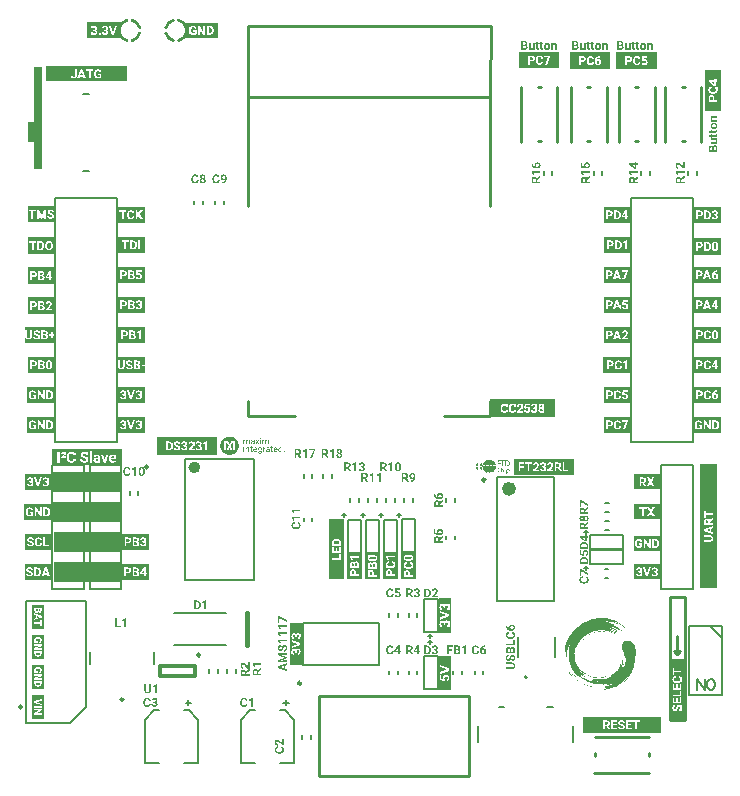
<source format=gto>
G04*
G04 #@! TF.GenerationSoftware,Altium Limited,Altium Designer,24.4.1 (13)*
G04*
G04 Layer_Color=65535*
%FSTAX24Y24*%
%MOIN*%
G70*
G04*
G04 #@! TF.SameCoordinates,973A198C-3906-4392-A1E8-A13353080A71*
G04*
G04*
G04 #@! TF.FilePolarity,Positive*
G04*
G01*
G75*
%ADD10C,0.0098*%
%ADD11C,0.0236*%
%ADD12C,0.0197*%
%ADD13C,0.0100*%
%ADD14C,0.0079*%
%ADD15C,0.0060*%
%ADD16C,0.0157*%
%ADD17C,0.0118*%
%ADD18C,0.0050*%
%ADD19R,0.0500X0.0700*%
%ADD20R,0.0300X0.3450*%
%ADD21R,0.2300X0.0700*%
%ADD22R,0.2350X0.0700*%
G36*
X003415Y024636D02*
X002285D01*
Y025164D01*
X003415D01*
Y024636D01*
D02*
G37*
G36*
X006665Y024636D02*
X005535D01*
Y025163D01*
X006665D01*
Y024636D01*
D02*
G37*
G36*
X019585Y024477D02*
X019588D01*
X019592Y024477D01*
X019599Y024475D01*
X019607Y024473D01*
X019616Y024469D01*
X019625Y024464D01*
X019628Y024461D01*
X019631Y024457D01*
X019632Y024456D01*
X019633Y024455D01*
X019634Y024453D01*
X019636Y024451D01*
X019637Y024448D01*
X019638Y024446D01*
X01964Y024442D01*
X019642Y024438D01*
X019643Y024433D01*
X019645Y024428D01*
X019646Y024423D01*
X019647Y024417D01*
X019648Y02441D01*
X019649Y024403D01*
X019649Y024396D01*
Y024254D01*
X01959D01*
Y024395D01*
Y024396D01*
Y024398D01*
X01959Y024401D01*
X019589Y024405D01*
X019588Y024409D01*
X019587Y024414D01*
X019585Y024418D01*
X019582Y024421D01*
X019582Y024422D01*
X019581Y024423D01*
X019578Y024424D01*
X019576Y024426D01*
X019572Y024427D01*
X019567Y024429D01*
X019562Y02443D01*
X019555Y02443D01*
X019553D01*
X019551Y02443D01*
X019547Y024429D01*
X019541Y024427D01*
X019535Y024425D01*
X019529Y024421D01*
X019523Y024416D01*
X019521Y024413D01*
X019518Y024409D01*
Y024254D01*
X01946D01*
Y024474D01*
X019515D01*
X019516Y024448D01*
X019517Y024449D01*
X019517Y02445D01*
X019519Y024451D01*
X019521Y024453D01*
X019523Y024455D01*
X019526Y024458D01*
X019529Y02446D01*
X019533Y024463D01*
X019538Y024466D01*
X019542Y024469D01*
X019553Y024473D01*
X019559Y024475D01*
X019565Y024476D01*
X019572Y024477D01*
X01958Y024478D01*
X019583D01*
X019585Y024477D01*
D02*
G37*
G36*
X017885D02*
X017888D01*
X017892Y024477D01*
X017899Y024475D01*
X017907Y024473D01*
X017916Y024469D01*
X017924Y024464D01*
X017928Y024461D01*
X017931Y024457D01*
X017932Y024456D01*
X017933Y024455D01*
X017934Y024453D01*
X017936Y024451D01*
X017937Y024448D01*
X017938Y024446D01*
X01794Y024442D01*
X017942Y024438D01*
X017943Y024433D01*
X017945Y024428D01*
X017946Y024423D01*
X017947Y024417D01*
X017948Y02441D01*
X017949Y024403D01*
X017949Y024396D01*
Y024254D01*
X01789D01*
Y024395D01*
Y024396D01*
Y024398D01*
X01789Y024401D01*
X017889Y024405D01*
X017888Y024409D01*
X017887Y024414D01*
X017885Y024418D01*
X017882Y024421D01*
X017882Y024422D01*
X017881Y024423D01*
X017878Y024424D01*
X017876Y024426D01*
X017872Y024427D01*
X017867Y024429D01*
X017862Y02443D01*
X017855Y02443D01*
X017853D01*
X017851Y02443D01*
X017847Y024429D01*
X017841Y024427D01*
X017835Y024425D01*
X017829Y024421D01*
X017823Y024416D01*
X017821Y024413D01*
X017818Y024409D01*
Y024254D01*
X01776D01*
Y024474D01*
X017815D01*
X017816Y024448D01*
X017817Y024449D01*
X017817Y02445D01*
X017819Y024451D01*
X017821Y024453D01*
X017823Y024455D01*
X017826Y024458D01*
X017829Y02446D01*
X017833Y024463D01*
X017838Y024466D01*
X017842Y024469D01*
X017853Y024473D01*
X017859Y024475D01*
X017865Y024476D01*
X017872Y024477D01*
X01788Y024478D01*
X017883D01*
X017885Y024477D01*
D02*
G37*
G36*
X0189Y024254D02*
X018845D01*
X018843Y024276D01*
X018843Y024276D01*
X018842Y024275D01*
X018841Y024274D01*
X018839Y024272D01*
X018837Y02427D01*
X018834Y024268D01*
X018831Y024266D01*
X018828Y024263D01*
X018819Y024258D01*
X018809Y024254D01*
X018803Y024252D01*
X018797Y024251D01*
X01879Y024251D01*
X018783Y02425D01*
X01878D01*
X018778Y024251D01*
X018774D01*
X018771Y024251D01*
X018763Y024252D01*
X018755Y024255D01*
X018746Y024258D01*
X018737Y024263D01*
X018733Y024266D01*
X018729Y02427D01*
Y02427D01*
X018728Y024271D01*
X018727Y024272D01*
X018726Y024274D01*
X018725Y024276D01*
X018723Y024278D01*
X018722Y024281D01*
X01872Y024285D01*
X018716Y024294D01*
X018713Y024304D01*
X018711Y024316D01*
X01871Y02433D01*
Y024474D01*
X018769D01*
Y024331D01*
Y024331D01*
Y02433D01*
Y024328D01*
X018769Y024326D01*
X018771Y024321D01*
X018773Y024314D01*
X018777Y024308D01*
X018779Y024305D01*
X018782Y024303D01*
X018786Y0243D01*
X01879Y024299D01*
X018795Y024298D01*
X0188Y024297D01*
X018803D01*
X018805Y024298D01*
X01881Y024298D01*
X018817Y0243D01*
X018823Y024302D01*
X01883Y024306D01*
X018836Y024311D01*
X018839Y024314D01*
X018841Y024318D01*
Y024474D01*
X0189D01*
Y024254D01*
D02*
G37*
G36*
X0172D02*
X017145D01*
X017143Y024276D01*
X017143Y024276D01*
X017142Y024275D01*
X017141Y024274D01*
X017139Y024272D01*
X017137Y02427D01*
X017134Y024268D01*
X017131Y024266D01*
X017128Y024263D01*
X017119Y024258D01*
X017109Y024254D01*
X017103Y024252D01*
X017097Y024251D01*
X01709Y024251D01*
X017083Y02425D01*
X01708D01*
X017078Y024251D01*
X017074D01*
X017071Y024251D01*
X017063Y024252D01*
X017055Y024255D01*
X017046Y024258D01*
X017037Y024263D01*
X017033Y024266D01*
X017029Y02427D01*
Y02427D01*
X017028Y024271D01*
X017027Y024272D01*
X017026Y024274D01*
X017025Y024276D01*
X017023Y024278D01*
X017022Y024281D01*
X01702Y024285D01*
X017016Y024294D01*
X017013Y024304D01*
X017011Y024316D01*
X01701Y02433D01*
Y024474D01*
X017069D01*
Y024331D01*
Y024331D01*
Y02433D01*
Y024328D01*
X017069Y024326D01*
X017071Y024321D01*
X017073Y024314D01*
X017077Y024308D01*
X017079Y024305D01*
X017082Y024303D01*
X017086Y0243D01*
X01709Y024299D01*
X017095Y024298D01*
X0171Y024297D01*
X017103D01*
X017105Y024298D01*
X01711Y024298D01*
X017117Y0243D01*
X017123Y024302D01*
X01713Y024306D01*
X017136Y024311D01*
X017139Y024314D01*
X017141Y024318D01*
Y024474D01*
X0172D01*
Y024254D01*
D02*
G37*
G36*
X018563Y024549D02*
X018567D01*
X018573Y024549D01*
X018578Y024548D01*
X018585Y024547D01*
X018597Y024545D01*
X018611Y024541D01*
X018624Y024536D01*
X01863Y024533D01*
X018635Y024529D01*
X018636D01*
X018637Y024528D01*
X018638Y024527D01*
X01864Y024525D01*
X018642Y024523D01*
X018644Y02452D01*
X018646Y024518D01*
X018649Y024514D01*
X018652Y02451D01*
X018654Y024505D01*
X018659Y024495D01*
X01866Y024489D01*
X018662Y024482D01*
X018663Y024476D01*
X018663Y024469D01*
Y024468D01*
Y024468D01*
Y024465D01*
X018663Y024461D01*
X018662Y024456D01*
X01866Y02445D01*
X018658Y024443D01*
X018656Y024437D01*
X018652Y02443D01*
X018652Y024429D01*
X01865Y024427D01*
X018647Y024425D01*
X018644Y024421D01*
X01864Y024417D01*
X018634Y024413D01*
X018628Y024409D01*
X018621Y024406D01*
X018621D01*
X018622Y024406D01*
X018625Y024405D01*
X018629Y024403D01*
X018634Y024401D01*
X01864Y024398D01*
X018646Y024394D01*
X018652Y024389D01*
X018657Y024383D01*
X018657Y024382D01*
X018659Y02438D01*
X018661Y024376D01*
X018664Y024372D01*
X018666Y024366D01*
X018668Y024358D01*
X01867Y02435D01*
X01867Y024341D01*
Y024341D01*
Y024339D01*
Y024337D01*
X01867Y024334D01*
X018669Y02433D01*
X018669Y024326D01*
X018667Y024317D01*
X018664Y024306D01*
X018661Y024301D01*
X018658Y024295D01*
X018655Y02429D01*
X018652Y024285D01*
X018647Y024281D01*
X018643Y024276D01*
X018642D01*
X018641Y024275D01*
X01864Y024274D01*
X018638Y024273D01*
X018635Y024271D01*
X018632Y024269D01*
X018628Y024267D01*
X018623Y024265D01*
X018618Y024263D01*
X018612Y024261D01*
X018605Y024259D01*
X018598Y024257D01*
X018591Y024256D01*
X018583Y024255D01*
X018574Y024255D01*
X018565Y024254D01*
X01845D01*
Y02455D01*
X018559D01*
X018563Y024549D01*
D02*
G37*
G36*
X016863D02*
X016867D01*
X016873Y024549D01*
X016878Y024548D01*
X016885Y024547D01*
X016897Y024545D01*
X016911Y024541D01*
X016924Y024536D01*
X01693Y024533D01*
X016935Y024529D01*
X016936D01*
X016937Y024528D01*
X016938Y024527D01*
X01694Y024525D01*
X016942Y024523D01*
X016944Y02452D01*
X016946Y024518D01*
X016949Y024514D01*
X016952Y02451D01*
X016954Y024505D01*
X016959Y024495D01*
X01696Y024489D01*
X016962Y024482D01*
X016963Y024476D01*
X016963Y024469D01*
Y024468D01*
Y024468D01*
Y024465D01*
X016963Y024461D01*
X016962Y024456D01*
X01696Y02445D01*
X016958Y024443D01*
X016956Y024437D01*
X016952Y02443D01*
X016952Y024429D01*
X01695Y024427D01*
X016947Y024425D01*
X016944Y024421D01*
X01694Y024417D01*
X016934Y024413D01*
X016928Y024409D01*
X016921Y024406D01*
X016921D01*
X016922Y024406D01*
X016925Y024405D01*
X016929Y024403D01*
X016934Y024401D01*
X01694Y024398D01*
X016946Y024394D01*
X016952Y024389D01*
X016957Y024383D01*
X016957Y024382D01*
X016959Y02438D01*
X016961Y024376D01*
X016964Y024372D01*
X016966Y024366D01*
X016968Y024358D01*
X01697Y02435D01*
X01697Y024341D01*
Y024341D01*
Y024339D01*
Y024337D01*
X01697Y024334D01*
X016969Y02433D01*
X016969Y024326D01*
X016967Y024317D01*
X016964Y024306D01*
X016961Y024301D01*
X016958Y024295D01*
X016955Y02429D01*
X016952Y024285D01*
X016947Y024281D01*
X016943Y024276D01*
X016942D01*
X016941Y024275D01*
X01694Y024274D01*
X016938Y024273D01*
X016935Y024271D01*
X016932Y024269D01*
X016927Y024267D01*
X016923Y024265D01*
X016918Y024263D01*
X016912Y024261D01*
X016905Y024259D01*
X016898Y024257D01*
X016891Y024256D01*
X016883Y024255D01*
X016874Y024255D01*
X016865Y024254D01*
X01675D01*
Y02455D01*
X016859D01*
X016863Y024549D01*
D02*
G37*
G36*
X019327Y024477D02*
X019331Y024477D01*
X019336Y024476D01*
X01934Y024476D01*
X019346Y024475D01*
X019357Y024471D01*
X019363Y024469D01*
X019369Y024466D01*
X019375Y024463D01*
X019381Y02446D01*
X019387Y024455D01*
X019393Y024451D01*
X019393Y02445D01*
X019394Y024449D01*
X019395Y024448D01*
X019397Y024446D01*
X019399Y024443D01*
X019402Y024439D01*
X019404Y024436D01*
X019407Y024431D01*
X01941Y024426D01*
X019412Y024421D01*
X019415Y024415D01*
X019418Y024408D01*
X01942Y024401D01*
X019422Y024393D01*
X019423Y024385D01*
X019424Y024377D01*
X019424Y024361D01*
Y024361D01*
Y024359D01*
Y024357D01*
X019424Y024353D01*
X019424Y024349D01*
X019423Y024344D01*
X019422Y024338D01*
X019421Y024332D01*
X019418Y024319D01*
X019415Y024313D01*
X019412Y024306D01*
X019409Y0243D01*
X019406Y024293D01*
X019401Y024287D01*
X019396Y024281D01*
X019396Y02428D01*
X019395Y024279D01*
X019394Y024278D01*
X019391Y024276D01*
X019388Y024274D01*
X019385Y024271D01*
X019381Y024268D01*
X019376Y024265D01*
X019371Y024263D01*
X019365Y02426D01*
X019359Y024257D01*
X019352Y024255D01*
X019345Y024253D01*
X019338Y024251D01*
X019329Y024251D01*
X01932Y02425D01*
X019316D01*
X019313Y024251D01*
X019308Y024251D01*
X019304Y024251D01*
X019299Y024252D01*
X019293Y024254D01*
X019281Y024257D01*
X019275Y02426D01*
X019268Y024263D01*
X019262Y024266D01*
X019256Y02427D01*
X01925Y024275D01*
X019245Y02428D01*
X019244Y024281D01*
X019243Y024281D01*
X019242Y024283D01*
X019241Y024286D01*
X019238Y024289D01*
X019236Y024293D01*
X019233Y024297D01*
X019231Y024302D01*
X019228Y024307D01*
X019225Y024314D01*
X019223Y024321D01*
X019221Y024328D01*
X019219Y024336D01*
X019218Y024345D01*
X019217Y024354D01*
X019217Y024363D01*
Y024366D01*
Y024366D01*
Y024367D01*
Y024369D01*
Y024371D01*
X019217Y024374D01*
Y024377D01*
X019218Y024385D01*
X01922Y024394D01*
X019222Y024404D01*
X019225Y024414D01*
X019229Y024424D01*
Y024424D01*
X019229Y024425D01*
X01923Y024426D01*
X019231Y024428D01*
X019234Y024433D01*
X019238Y024439D01*
X019243Y024445D01*
X019249Y024452D01*
X019257Y024458D01*
X019265Y024464D01*
X019266D01*
X019266Y024464D01*
X019267Y024465D01*
X019269Y024466D01*
X019274Y024468D01*
X019281Y024471D01*
X019289Y024473D01*
X019298Y024476D01*
X019308Y024477D01*
X01932Y024478D01*
X019324D01*
X019327Y024477D01*
D02*
G37*
G36*
X019155Y024474D02*
X019193D01*
Y024431D01*
X019155D01*
Y024321D01*
Y024321D01*
Y024319D01*
X019156Y024317D01*
Y024314D01*
X019157Y024309D01*
X019158Y024306D01*
X01916Y024304D01*
X01916D01*
X019161Y024303D01*
X019162Y024302D01*
X019164Y024301D01*
X019166Y0243D01*
X019169Y0243D01*
X019173Y024299D01*
X019178Y024299D01*
X019184D01*
X019189Y024299D01*
X019195Y0243D01*
Y024255D01*
X019194D01*
X019192Y024254D01*
X019188Y024254D01*
X019184Y024253D01*
X019179Y024252D01*
X019173Y024251D01*
X019166Y024251D01*
X01916Y02425D01*
X019157D01*
X019154Y024251D01*
X01915Y024251D01*
X019145Y024252D01*
X01914Y024253D01*
X019134Y024255D01*
X019129Y024258D01*
X019123Y024261D01*
X019117Y024265D01*
X019112Y02427D01*
X019107Y024276D01*
X019103Y024283D01*
X0191Y024292D01*
X019097Y024301D01*
X019096Y024312D01*
Y024431D01*
X019065D01*
Y024474D01*
X019096D01*
Y024528D01*
X019155D01*
Y024474D01*
D02*
G37*
G36*
X019015D02*
X019053D01*
Y024431D01*
X019015D01*
Y024321D01*
Y024321D01*
Y024319D01*
X019015Y024317D01*
Y024314D01*
X019016Y024309D01*
X019018Y024306D01*
X019019Y024304D01*
X01902D01*
X01902Y024303D01*
X019022Y024302D01*
X019023Y024301D01*
X019026Y0243D01*
X019029Y0243D01*
X019033Y024299D01*
X019037Y024299D01*
X019043D01*
X019049Y024299D01*
X019054Y0243D01*
Y024255D01*
X019053D01*
X019052Y024254D01*
X019048Y024254D01*
X019044Y024253D01*
X019038Y024252D01*
X019032Y024251D01*
X019026Y024251D01*
X019019Y02425D01*
X019016D01*
X019014Y024251D01*
X01901Y024251D01*
X019005Y024252D01*
X018999Y024253D01*
X018994Y024255D01*
X018988Y024258D01*
X018982Y024261D01*
X018977Y024265D01*
X018971Y02427D01*
X018967Y024276D01*
X018962Y024283D01*
X018959Y024292D01*
X018957Y024301D01*
X018956Y024312D01*
Y024431D01*
X018924D01*
Y024474D01*
X018956D01*
Y024528D01*
X019015D01*
Y024474D01*
D02*
G37*
G36*
X017627Y024477D02*
X017631Y024477D01*
X017636Y024476D01*
X01764Y024476D01*
X017646Y024475D01*
X017657Y024471D01*
X017663Y024469D01*
X017669Y024466D01*
X017675Y024463D01*
X017681Y02446D01*
X017687Y024455D01*
X017693Y024451D01*
X017693Y02445D01*
X017694Y024449D01*
X017695Y024448D01*
X017697Y024446D01*
X017699Y024443D01*
X017702Y024439D01*
X017704Y024436D01*
X017707Y024431D01*
X01771Y024426D01*
X017712Y024421D01*
X017715Y024415D01*
X017718Y024408D01*
X01772Y024401D01*
X017722Y024393D01*
X017723Y024385D01*
X017724Y024377D01*
X017724Y024361D01*
Y024361D01*
Y024359D01*
Y024357D01*
X017724Y024353D01*
X017724Y024349D01*
X017723Y024344D01*
X017722Y024338D01*
X017721Y024332D01*
X017718Y024319D01*
X017715Y024313D01*
X017712Y024306D01*
X017709Y0243D01*
X017706Y024293D01*
X017701Y024287D01*
X017696Y024281D01*
X017696Y02428D01*
X017695Y024279D01*
X017694Y024278D01*
X017691Y024276D01*
X017688Y024274D01*
X017685Y024271D01*
X017681Y024268D01*
X017676Y024265D01*
X017671Y024263D01*
X017665Y02426D01*
X017659Y024257D01*
X017652Y024255D01*
X017645Y024253D01*
X017638Y024251D01*
X017629Y024251D01*
X017621Y02425D01*
X017616D01*
X017613Y024251D01*
X017608Y024251D01*
X017604Y024251D01*
X017599Y024252D01*
X017593Y024254D01*
X017581Y024257D01*
X017575Y02426D01*
X017568Y024263D01*
X017562Y024266D01*
X017556Y02427D01*
X01755Y024275D01*
X017545Y02428D01*
X017544Y024281D01*
X017543Y024281D01*
X017542Y024283D01*
X017541Y024286D01*
X017538Y024289D01*
X017536Y024293D01*
X017533Y024297D01*
X017531Y024302D01*
X017528Y024307D01*
X017525Y024314D01*
X017523Y024321D01*
X017521Y024328D01*
X017519Y024336D01*
X017518Y024345D01*
X017517Y024354D01*
X017517Y024363D01*
Y024366D01*
Y024366D01*
Y024367D01*
Y024369D01*
Y024371D01*
X017517Y024374D01*
Y024377D01*
X017518Y024385D01*
X01752Y024394D01*
X017522Y024404D01*
X017525Y024414D01*
X017529Y024424D01*
Y024424D01*
X017529Y024425D01*
X01753Y024426D01*
X017531Y024428D01*
X017534Y024433D01*
X017538Y024439D01*
X017543Y024445D01*
X017549Y024452D01*
X017557Y024458D01*
X017565Y024464D01*
X017566D01*
X017566Y024464D01*
X017567Y024465D01*
X017569Y024466D01*
X017574Y024468D01*
X017581Y024471D01*
X017589Y024473D01*
X017598Y024476D01*
X017608Y024477D01*
X01762Y024478D01*
X017624D01*
X017627Y024477D01*
D02*
G37*
G36*
X017455Y024474D02*
X017493D01*
Y024431D01*
X017455D01*
Y024321D01*
Y024321D01*
Y024319D01*
X017456Y024317D01*
Y024314D01*
X017457Y024309D01*
X017458Y024306D01*
X01746Y024304D01*
X01746D01*
X017461Y024303D01*
X017462Y024302D01*
X017464Y024301D01*
X017466Y0243D01*
X017469Y0243D01*
X017473Y024299D01*
X017478Y024299D01*
X017484D01*
X017489Y024299D01*
X017495Y0243D01*
Y024255D01*
X017494D01*
X017492Y024254D01*
X017488Y024254D01*
X017484Y024253D01*
X017479Y024252D01*
X017473Y024251D01*
X017466Y024251D01*
X01746Y02425D01*
X017457D01*
X017454Y024251D01*
X01745Y024251D01*
X017445Y024252D01*
X01744Y024253D01*
X017434Y024255D01*
X017429Y024258D01*
X017423Y024261D01*
X017417Y024265D01*
X017412Y02427D01*
X017407Y024276D01*
X017403Y024283D01*
X0174Y024292D01*
X017397Y024301D01*
X017396Y024312D01*
Y024431D01*
X017365D01*
Y024474D01*
X017396D01*
Y024528D01*
X017455D01*
Y024474D01*
D02*
G37*
G36*
X017315D02*
X017353D01*
Y024431D01*
X017315D01*
Y024321D01*
Y024321D01*
Y024319D01*
X017315Y024317D01*
Y024314D01*
X017316Y024309D01*
X017318Y024306D01*
X017319Y024304D01*
X01732D01*
X01732Y024303D01*
X017322Y024302D01*
X017323Y024301D01*
X017326Y0243D01*
X017329Y0243D01*
X017333Y024299D01*
X017337Y024299D01*
X017343D01*
X017349Y024299D01*
X017354Y0243D01*
Y024255D01*
X017353D01*
X017352Y024254D01*
X017348Y024254D01*
X017344Y024253D01*
X017338Y024252D01*
X017332Y024251D01*
X017326Y024251D01*
X017319Y02425D01*
X017316D01*
X017314Y024251D01*
X01731Y024251D01*
X017305Y024252D01*
X017299Y024253D01*
X017294Y024255D01*
X017288Y024258D01*
X017282Y024261D01*
X017277Y024265D01*
X017271Y02427D01*
X017267Y024276D01*
X017262Y024283D01*
X017259Y024292D01*
X017257Y024301D01*
X017256Y024312D01*
Y024431D01*
X017224D01*
Y024474D01*
X017256D01*
Y024528D01*
X017315D01*
Y024474D01*
D02*
G37*
G36*
X023425Y022225D02*
X022875D01*
Y023575D01*
X023425D01*
Y022225D01*
D02*
G37*
G36*
X023296Y02199D02*
X023155D01*
X023154D01*
X023152D01*
X023149Y02199D01*
X023145Y021989D01*
X023141Y021988D01*
X023136Y021987D01*
X023132Y021985D01*
X023129Y021982D01*
X023128Y021982D01*
X023127Y021981D01*
X023126Y021978D01*
X023124Y021976D01*
X023123Y021972D01*
X023121Y021967D01*
X02312Y021962D01*
X02312Y021955D01*
Y021953D01*
X02312Y021951D01*
X023121Y021947D01*
X023123Y021941D01*
X023125Y021935D01*
X023129Y021929D01*
X023134Y021923D01*
X023137Y021921D01*
X023141Y021918D01*
X023296D01*
Y02186D01*
X023076D01*
Y021915D01*
X023102Y021916D01*
X023101Y021917D01*
X0231Y021917D01*
X023099Y021919D01*
X023097Y021921D01*
X023095Y021923D01*
X023092Y021926D01*
X02309Y021929D01*
X023087Y021933D01*
X023084Y021938D01*
X023081Y021942D01*
X023077Y021953D01*
X023075Y021959D01*
X023074Y021965D01*
X023073Y021972D01*
X023072Y02198D01*
Y021983D01*
X023073Y021985D01*
Y021988D01*
X023073Y021992D01*
X023075Y021999D01*
X023077Y022007D01*
X023081Y022016D01*
X023086Y022025D01*
X023089Y022028D01*
X023093Y022031D01*
X023094Y022032D01*
X023095Y022033D01*
X023097Y022034D01*
X023099Y022036D01*
X023102Y022037D01*
X023105Y022038D01*
X023108Y02204D01*
X023112Y022042D01*
X023117Y022043D01*
X023122Y022045D01*
X023127Y022046D01*
X023133Y022047D01*
X02314Y022048D01*
X023147Y022049D01*
X023154Y022049D01*
X023296D01*
Y02199D01*
D02*
G37*
G36*
X023197Y021824D02*
X023201Y021824D01*
X023206Y021823D01*
X023212Y021822D01*
X023218Y021821D01*
X023231Y021818D01*
X023237Y021815D01*
X023244Y021812D01*
X02325Y021809D01*
X023257Y021806D01*
X023263Y021801D01*
X023269Y021796D01*
X02327Y021796D01*
X023271Y021795D01*
X023272Y021793D01*
X023274Y021791D01*
X023276Y021788D01*
X023279Y021785D01*
X023282Y021781D01*
X023285Y021776D01*
X023287Y021771D01*
X02329Y021765D01*
X023293Y021759D01*
X023295Y021752D01*
X023297Y021745D01*
X023299Y021738D01*
X023299Y021729D01*
X0233Y02172D01*
Y021716D01*
X023299Y021713D01*
X023299Y021708D01*
X023299Y021704D01*
X023298Y021699D01*
X023296Y021693D01*
X023293Y021681D01*
X02329Y021675D01*
X023287Y021668D01*
X023284Y021662D01*
X02328Y021656D01*
X023275Y02165D01*
X02327Y021645D01*
X023269Y021644D01*
X023269Y021643D01*
X023267Y021642D01*
X023264Y021641D01*
X023261Y021638D01*
X023257Y021636D01*
X023253Y021633D01*
X023248Y021631D01*
X023243Y021628D01*
X023236Y021625D01*
X023229Y021623D01*
X023222Y021621D01*
X023214Y021619D01*
X023205Y021618D01*
X023196Y021617D01*
X023187Y021617D01*
X023184D01*
X023184D01*
X023183D01*
X023181D01*
X023179D01*
X023176Y021617D01*
X023173D01*
X023165Y021618D01*
X023156Y02162D01*
X023146Y021622D01*
X023136Y021625D01*
X023126Y021629D01*
X023126D01*
X023125Y021629D01*
X023124Y02163D01*
X023122Y021631D01*
X023117Y021634D01*
X023111Y021638D01*
X023105Y021643D01*
X023098Y021649D01*
X023092Y021657D01*
X023086Y021665D01*
Y021666D01*
X023086Y021666D01*
X023085Y021667D01*
X023084Y021669D01*
X023082Y021674D01*
X023079Y021681D01*
X023077Y021689D01*
X023074Y021698D01*
X023073Y021708D01*
X023072Y02172D01*
Y021724D01*
X023073Y021727D01*
X023073Y021731D01*
X023074Y021736D01*
X023074Y02174D01*
X023075Y021746D01*
X023079Y021757D01*
X023081Y021763D01*
X023084Y021769D01*
X023087Y021775D01*
X02309Y021781D01*
X023095Y021787D01*
X023099Y021793D01*
X0231Y021793D01*
X023101Y021794D01*
X023102Y021795D01*
X023105Y021797D01*
X023107Y021799D01*
X02311Y021802D01*
X023114Y021804D01*
X023119Y021807D01*
X023124Y02181D01*
X023129Y021812D01*
X023135Y021815D01*
X023142Y021818D01*
X023149Y02182D01*
X023157Y021822D01*
X023165Y021823D01*
X023173Y021824D01*
X023189Y021824D01*
X023189D01*
X023191D01*
X023193D01*
X023197Y021824D01*
D02*
G37*
G36*
X023295Y021594D02*
X023296Y021592D01*
X023296Y021588D01*
X023297Y021584D01*
X023298Y021579D01*
X023299Y021573D01*
X023299Y021566D01*
X0233Y02156D01*
Y021557D01*
X023299Y021554D01*
X023299Y02155D01*
X023298Y021545D01*
X023297Y02154D01*
X023295Y021534D01*
X023292Y021529D01*
X023289Y021523D01*
X023285Y021517D01*
X02328Y021512D01*
X023274Y021507D01*
X023267Y021503D01*
X023258Y0215D01*
X023249Y021497D01*
X023238Y021496D01*
X023119D01*
Y021465D01*
X023076D01*
Y021496D01*
X023022D01*
Y021555D01*
X023076D01*
Y021593D01*
X023119D01*
Y021555D01*
X023229D01*
X023229D01*
X023231D01*
X023233Y021556D01*
X023236D01*
X023241Y021557D01*
X023244Y021558D01*
X023246Y02156D01*
Y02156D01*
X023247Y021561D01*
X023248Y021562D01*
X023249Y021564D01*
X02325Y021566D01*
X02325Y021569D01*
X023251Y021573D01*
X023251Y021578D01*
Y021584D01*
X023251Y021589D01*
X02325Y021595D01*
X023295D01*
Y021594D01*
D02*
G37*
G36*
Y021453D02*
X023296Y021452D01*
X023296Y021448D01*
X023297Y021444D01*
X023298Y021438D01*
X023299Y021432D01*
X023299Y021426D01*
X0233Y021419D01*
Y021417D01*
X023299Y021414D01*
X023299Y02141D01*
X023298Y021405D01*
X023297Y021399D01*
X023295Y021394D01*
X023292Y021388D01*
X023289Y021382D01*
X023285Y021377D01*
X02328Y021371D01*
X023274Y021367D01*
X023267Y021362D01*
X023258Y021359D01*
X023249Y021357D01*
X023238Y021356D01*
X023119D01*
Y021324D01*
X023076D01*
Y021356D01*
X023022D01*
Y021415D01*
X023076D01*
Y021453D01*
X023119D01*
Y021415D01*
X023229D01*
X023229D01*
X023231D01*
X023233Y021415D01*
X023236D01*
X023241Y021417D01*
X023244Y021418D01*
X023246Y021419D01*
Y02142D01*
X023247Y02142D01*
X023248Y021422D01*
X023249Y021423D01*
X02325Y021426D01*
X02325Y021429D01*
X023251Y021433D01*
X023251Y021437D01*
Y021443D01*
X023251Y021449D01*
X02325Y021454D01*
X023295D01*
Y021453D01*
D02*
G37*
G36*
X023296Y021245D02*
X023274Y021243D01*
X023274Y021243D01*
X023275Y021242D01*
X023276Y021241D01*
X023278Y021239D01*
X02328Y021237D01*
X023282Y021234D01*
X023284Y021231D01*
X023287Y021228D01*
X023292Y021219D01*
X023296Y021209D01*
X023298Y021203D01*
X023299Y021197D01*
X023299Y02119D01*
X0233Y021183D01*
Y02118D01*
X023299Y021178D01*
Y021174D01*
X023299Y021171D01*
X023298Y021163D01*
X023295Y021155D01*
X023292Y021146D01*
X023287Y021137D01*
X023284Y021133D01*
X02328Y021129D01*
X02328D01*
X023279Y021128D01*
X023278Y021127D01*
X023276Y021126D01*
X023274Y021125D01*
X023272Y021123D01*
X023269Y021122D01*
X023265Y02112D01*
X023256Y021116D01*
X023246Y021113D01*
X023234Y021111D01*
X02322Y02111D01*
X023076D01*
Y021169D01*
X023219D01*
X023219D01*
X02322D01*
X023222D01*
X023224Y021169D01*
X023229Y021171D01*
X023236Y021173D01*
X023242Y021177D01*
X023245Y021179D01*
X023247Y021182D01*
X02325Y021186D01*
X023251Y02119D01*
X023252Y021195D01*
X023253Y0212D01*
Y021203D01*
X023252Y021205D01*
X023252Y02121D01*
X02325Y021217D01*
X023248Y021223D01*
X023244Y02123D01*
X023239Y021236D01*
X023236Y021239D01*
X023232Y021241D01*
X023076D01*
Y0213D01*
X023296D01*
Y021245D01*
D02*
G37*
G36*
X023216Y02107D02*
X02322Y021069D01*
X023224Y021069D01*
X023233Y021067D01*
X023244Y021064D01*
X023249Y021061D01*
X023255Y021058D01*
X02326Y021055D01*
X023265Y021052D01*
X023269Y021047D01*
X023274Y021043D01*
Y021042D01*
X023275Y021041D01*
X023276Y02104D01*
X023277Y021038D01*
X023279Y021035D01*
X023281Y021032D01*
X023283Y021028D01*
X023285Y021023D01*
X023287Y021018D01*
X023289Y021012D01*
X023291Y021005D01*
X023293Y020998D01*
X023294Y020991D01*
X023295Y020983D01*
X023295Y020974D01*
X023296Y020965D01*
Y02085D01*
X023D01*
Y020959D01*
X023001Y020963D01*
Y020967D01*
X023001Y020973D01*
X023002Y020978D01*
X023003Y020985D01*
X023005Y020997D01*
X023009Y021011D01*
X023014Y021024D01*
X023017Y02103D01*
X023021Y021035D01*
Y021036D01*
X023022Y021037D01*
X023023Y021038D01*
X023025Y02104D01*
X023027Y021042D01*
X02303Y021044D01*
X023032Y021046D01*
X023036Y021049D01*
X02304Y021052D01*
X023045Y021054D01*
X023055Y021059D01*
X023061Y02106D01*
X023068Y021062D01*
X023074Y021063D01*
X023081Y021063D01*
X023082D01*
X023082D01*
X023085D01*
X023089Y021063D01*
X023094Y021062D01*
X0231Y02106D01*
X023107Y021058D01*
X023113Y021056D01*
X02312Y021052D01*
X023121Y021052D01*
X023123Y02105D01*
X023125Y021047D01*
X023129Y021044D01*
X023133Y02104D01*
X023137Y021034D01*
X023141Y021028D01*
X023144Y021021D01*
Y021021D01*
X023144Y021022D01*
X023145Y021025D01*
X023147Y021029D01*
X023149Y021034D01*
X023152Y02104D01*
X023156Y021046D01*
X023161Y021052D01*
X023167Y021057D01*
X023168Y021057D01*
X02317Y021059D01*
X023174Y021061D01*
X023178Y021064D01*
X023184Y021066D01*
X023192Y021068D01*
X0232Y02107D01*
X023209Y02107D01*
X023209D01*
X023211D01*
X023213D01*
X023216Y02107D01*
D02*
G37*
G36*
X001227Y0185D02*
X0003D01*
Y019051D01*
X001227D01*
Y0185D01*
D02*
G37*
G36*
X0234Y018474D02*
X0225D01*
Y019026D01*
X0234D01*
Y018474D01*
D02*
G37*
G36*
X004225D02*
X003275D01*
Y019026D01*
X004225D01*
Y018474D01*
D02*
G37*
G36*
X0204Y017474D02*
X0195D01*
Y018026D01*
X0204D01*
Y017474D01*
D02*
G37*
G36*
X004225D02*
X003275D01*
Y018026D01*
X004225D01*
Y017474D01*
D02*
G37*
G36*
X0012Y01745D02*
X0003D01*
Y018001D01*
X0012D01*
Y01745D01*
D02*
G37*
G36*
X0234Y017424D02*
X0225D01*
Y017976D01*
X0234D01*
Y017424D01*
D02*
G37*
G36*
Y016474D02*
X0225D01*
Y017026D01*
X0234D01*
Y016474D01*
D02*
G37*
G36*
X004225D02*
X003275D01*
Y017026D01*
X004225D01*
Y016474D01*
D02*
G37*
G36*
X0012Y01645D02*
X0003D01*
Y017001D01*
X0012D01*
Y01645D01*
D02*
G37*
G36*
X0234Y015474D02*
X0225D01*
Y016026D01*
X0234D01*
Y015474D01*
D02*
G37*
G36*
X0204D02*
X0195D01*
Y016026D01*
X0204D01*
Y015474D01*
D02*
G37*
G36*
X004225D02*
X003275D01*
Y016026D01*
X004225D01*
Y015474D01*
D02*
G37*
G36*
X0012Y01545D02*
X0003D01*
Y016001D01*
X0012D01*
Y01545D01*
D02*
G37*
G36*
X001242Y014474D02*
X0002D01*
Y015026D01*
X001242D01*
Y014474D01*
D02*
G37*
G36*
X003476Y013701D02*
X003475Y013691D01*
X003473Y013683D01*
X003471Y013676D01*
X003467Y01367D01*
X003464Y013665D01*
X003459Y01366D01*
X003454Y013657D01*
X00345Y013654D01*
X003445Y013652D01*
X00344Y01365D01*
X003436Y013649D01*
X003432Y013648D01*
X003428Y013647D01*
X003426Y013647D01*
X003424D01*
X003415Y013647D01*
X003407Y013649D01*
X003401Y013651D01*
X003395Y013653D01*
X003391Y013656D01*
X003388Y013658D01*
X003386Y013659D01*
X003385Y01366D01*
X00338Y013665D01*
X003377Y013672D01*
X003374Y013679D01*
X003373Y013686D01*
X003372Y013693D01*
X003372Y013698D01*
X003371Y0137D01*
Y013701D01*
Y013702D01*
Y013702D01*
Y013898D01*
X003476D01*
Y013701D01*
D02*
G37*
G36*
X004218Y013474D02*
X00331D01*
Y013598D01*
D01*
Y013701D01*
X003311Y013692D01*
X003312Y013683D01*
X003313Y013676D01*
X003315Y013669D01*
X003318Y013662D01*
X00332Y013656D01*
X003323Y01365D01*
X003326Y013645D01*
X003329Y013641D01*
X003331Y013636D01*
X003334Y013633D01*
X003337Y01363D01*
X003338Y013628D01*
X00334Y013627D01*
X003341Y013626D01*
X003341Y013625D01*
X003347Y013621D01*
X003354Y013616D01*
X00336Y013613D01*
X003367Y01361D01*
X003374Y013607D01*
X003381Y013604D01*
X003394Y013601D01*
X0034Y0136D01*
X003406Y013599D01*
X003411Y013599D01*
X003415Y013598D01*
X003419Y013598D01*
X003424D01*
X003434Y013598D01*
X003442Y013599D01*
X003451Y013601D01*
X003459Y013603D01*
X003466Y013604D01*
X003473Y013607D01*
X003479Y01361D01*
X003485Y013612D01*
X00349Y013615D01*
X003494Y013617D01*
X003498Y01362D01*
X003501Y013622D01*
X003503Y013623D01*
X003505Y013625D01*
X003506Y013626D01*
X003507Y013626D01*
X003512Y013632D01*
X003517Y013638D01*
X003521Y013644D01*
X003524Y01365D01*
X003527Y013657D01*
X00353Y013663D01*
X003533Y013675D01*
X003535Y013681D01*
X003536Y013686D01*
X003536Y013691D01*
X003537Y013695D01*
X003537Y013698D01*
Y013898D01*
X00331D01*
Y014026D01*
X004218D01*
Y013474D01*
D02*
G37*
G36*
X0234D02*
X0225D01*
Y014026D01*
X0234D01*
Y013474D01*
D02*
G37*
G36*
X0012D02*
X0003D01*
Y014026D01*
X0012D01*
Y013474D01*
D02*
G37*
G36*
X0234Y012474D02*
X0225D01*
Y013026D01*
X0234D01*
Y012474D01*
D02*
G37*
G36*
X0204D02*
X0195D01*
Y013026D01*
X0204D01*
Y012474D01*
D02*
G37*
G36*
X0042D02*
X0033D01*
Y013026D01*
X0042D01*
Y012474D01*
D02*
G37*
G36*
X001202D02*
X000298D01*
Y013026D01*
X001202D01*
Y012474D01*
D02*
G37*
G36*
X017875Y012D02*
X015725D01*
Y012606D01*
X017875D01*
Y012D01*
D02*
G37*
G36*
X023402Y011474D02*
X022498D01*
Y012026D01*
X023402D01*
Y011474D01*
D02*
G37*
G36*
X0042D02*
X0033D01*
Y012026D01*
X0042D01*
Y011474D01*
D02*
G37*
G36*
X001202D02*
X000298D01*
Y012026D01*
X001202D01*
Y011474D01*
D02*
G37*
G36*
X008077Y011323D02*
X008078D01*
Y011322D01*
X008081D01*
Y01132D01*
X008082D01*
Y011319D01*
X008084D01*
Y011317D01*
X008085D01*
Y011313D01*
X008087D01*
Y011303D01*
X008085D01*
Y011298D01*
X008084D01*
Y011297D01*
X008082D01*
Y011295D01*
X008081D01*
Y011294D01*
X008079D01*
Y011292D01*
X008078D01*
Y011291D01*
X008062D01*
Y011292D01*
X00806D01*
Y011294D01*
X008057D01*
Y011295D01*
X008056D01*
Y011297D01*
X008055D01*
Y0113D01*
X008053D01*
Y011304D01*
X008052D01*
Y011311D01*
X008053D01*
Y011314D01*
X008055D01*
Y011317D01*
X008056D01*
Y011319D01*
X008057D01*
Y01132D01*
X008059D01*
Y011322D01*
X00806D01*
Y011323D01*
X008063D01*
Y011325D01*
X008077D01*
Y011323D01*
D02*
G37*
G36*
X008311Y01126D02*
X008315D01*
Y011259D01*
X008321D01*
Y011257D01*
X008324D01*
Y011256D01*
X008327D01*
Y011254D01*
X008328D01*
Y011253D01*
X00833D01*
Y011251D01*
X008333D01*
Y01125D01*
X008334D01*
Y011247D01*
X008336D01*
Y011245D01*
X008337D01*
Y011244D01*
X008339D01*
Y01124D01*
X00834D01*
Y011237D01*
X008342D01*
Y011229D01*
X008343D01*
Y011219D01*
X008345D01*
Y011109D01*
X008343D01*
Y011108D01*
X008342D01*
Y011106D01*
X008318D01*
Y011108D01*
X008317D01*
Y011216D01*
X008315D01*
Y011222D01*
X008314D01*
Y011226D01*
X008312D01*
Y011228D01*
X008311D01*
Y011231D01*
X008309D01*
Y011232D01*
X008308D01*
Y011234D01*
X008305D01*
Y011235D01*
X008301D01*
Y011237D01*
X008286D01*
Y011235D01*
X008282D01*
Y011234D01*
X008277D01*
Y011232D01*
X008274D01*
Y011231D01*
X008271D01*
Y011229D01*
X00827D01*
Y011228D01*
X008267D01*
Y011226D01*
X008265D01*
Y011225D01*
X008264D01*
Y011223D01*
X008261D01*
Y011222D01*
X00826D01*
Y011221D01*
X008258D01*
Y011219D01*
X008257D01*
Y011218D01*
X008255D01*
Y011216D01*
X008254D01*
Y011215D01*
X008252D01*
Y011213D01*
X008251D01*
Y01121D01*
X008249D01*
Y011209D01*
X008251D01*
Y011115D01*
X008249D01*
Y011114D01*
X008251D01*
Y011109D01*
X008249D01*
Y011108D01*
X008248D01*
Y011106D01*
X008224D01*
Y011108D01*
X008223D01*
Y011216D01*
X008222D01*
Y011221D01*
X00822D01*
Y011226D01*
X008219D01*
Y011228D01*
X008217D01*
Y011229D01*
X008216D01*
Y011231D01*
X008214D01*
Y011232D01*
X008213D01*
Y011234D01*
X008211D01*
Y011235D01*
X008205D01*
Y011237D01*
X008192D01*
Y011235D01*
X008186D01*
Y011234D01*
X008183D01*
Y011232D01*
X008181D01*
Y011231D01*
X008178D01*
Y011229D01*
X008176D01*
Y011228D01*
X008173D01*
Y011226D01*
X00817D01*
Y011225D01*
X008169D01*
Y011223D01*
X008167D01*
Y011222D01*
X008166D01*
Y011221D01*
X008164D01*
Y011219D01*
X008163D01*
Y011218D01*
X008161D01*
Y011216D01*
X00816D01*
Y011215D01*
X008159D01*
Y011213D01*
X008157D01*
Y011212D01*
X008156D01*
Y011108D01*
X008154D01*
Y011106D01*
X008129D01*
Y011108D01*
X008128D01*
Y011257D01*
X008129D01*
Y011259D01*
X00815D01*
Y011256D01*
X008151D01*
Y011247D01*
X008153D01*
Y011238D01*
X008157D01*
Y01124D01*
X008159D01*
Y011241D01*
X008161D01*
Y011242D01*
X008163D01*
Y011244D01*
X008164D01*
Y011245D01*
X008166D01*
Y011247D01*
X008167D01*
Y011248D01*
X00817D01*
Y01125D01*
X008172D01*
Y011251D01*
X008176D01*
Y011253D01*
X008178D01*
Y011254D01*
X008181D01*
Y011256D01*
X008183D01*
Y011257D01*
X008186D01*
Y011259D01*
X008194D01*
Y01126D01*
X008198D01*
Y011262D01*
X008217D01*
Y01126D01*
X008222D01*
Y011259D01*
X008227D01*
Y011257D01*
X00823D01*
Y011256D01*
X008233D01*
Y011254D01*
X008235D01*
Y011253D01*
X008236D01*
Y011251D01*
X008239D01*
Y011248D01*
X008241D01*
Y011247D01*
X008242D01*
Y011245D01*
X008244D01*
Y011242D01*
X008245D01*
Y01124D01*
X008246D01*
Y011238D01*
X008251D01*
Y01124D01*
X008252D01*
Y011241D01*
X008254D01*
Y011242D01*
X008255D01*
Y011244D01*
X008258D01*
Y011245D01*
X00826D01*
Y011247D01*
X008261D01*
Y011248D01*
X008264D01*
Y01125D01*
X008265D01*
Y011251D01*
X008268D01*
Y011253D01*
X008271D01*
Y011254D01*
X008274D01*
Y011256D01*
X008277D01*
Y011257D01*
X00828D01*
Y011259D01*
X008287D01*
Y01126D01*
X008292D01*
Y011262D01*
X008311D01*
Y01126D01*
D02*
G37*
G36*
X007678D02*
X007682D01*
Y011259D01*
X007688D01*
Y011257D01*
X007691D01*
Y011256D01*
X007694D01*
Y011254D01*
X007696D01*
Y011253D01*
X007697D01*
Y011251D01*
X0077D01*
Y01125D01*
X007702D01*
Y011247D01*
X007703D01*
Y011245D01*
X007704D01*
Y011244D01*
X007706D01*
Y01124D01*
X007707D01*
Y011237D01*
X007709D01*
Y011231D01*
X00771D01*
Y011221D01*
X007712D01*
Y011109D01*
X00771D01*
Y011108D01*
X007709D01*
Y011106D01*
X007685D01*
Y011108D01*
X007684D01*
Y011216D01*
X007682D01*
Y011222D01*
X007681D01*
Y011226D01*
X00768D01*
Y011228D01*
X007678D01*
Y011231D01*
X007677D01*
Y011232D01*
X007675D01*
Y011234D01*
X007672D01*
Y011235D01*
X007668D01*
Y011237D01*
X007653D01*
Y011235D01*
X007649D01*
Y011234D01*
X007644D01*
Y011232D01*
X007641D01*
Y011231D01*
X007639D01*
Y011229D01*
X007637D01*
Y011228D01*
X007634D01*
Y011226D01*
X007633D01*
Y011225D01*
X007631D01*
Y011223D01*
X007628D01*
Y011222D01*
X007627D01*
Y011221D01*
X007625D01*
Y011219D01*
X007624D01*
Y011218D01*
X007622D01*
Y011216D01*
X007621D01*
Y011215D01*
X007619D01*
Y011213D01*
X007618D01*
Y011109D01*
X007617D01*
Y011108D01*
X007615D01*
Y011106D01*
X007592D01*
Y011108D01*
X00759D01*
Y011216D01*
X007589D01*
Y011221D01*
X007587D01*
Y011226D01*
X007586D01*
Y011228D01*
X007584D01*
Y011229D01*
X007583D01*
Y011231D01*
X007581D01*
Y011232D01*
X00758D01*
Y011234D01*
X007578D01*
Y011235D01*
X007573D01*
Y011237D01*
X007559D01*
Y011235D01*
X007554D01*
Y011234D01*
X007551D01*
Y011232D01*
X007548D01*
Y011231D01*
X007545D01*
Y011229D01*
X007543D01*
Y011228D01*
X00754D01*
Y011226D01*
X007537D01*
Y011225D01*
X007536D01*
Y011223D01*
X007535D01*
Y011222D01*
X007533D01*
Y011221D01*
X007532D01*
Y011219D01*
X00753D01*
Y011218D01*
X007529D01*
Y011216D01*
X007527D01*
Y011215D01*
X007526D01*
Y011213D01*
X007524D01*
Y011212D01*
X007523D01*
Y011108D01*
X007521D01*
Y011106D01*
X007496D01*
Y011108D01*
X007495D01*
Y011111D01*
Y011112D01*
Y011257D01*
X007496D01*
Y011259D01*
X007517D01*
Y011256D01*
X007518D01*
Y011247D01*
X00752D01*
Y011238D01*
X007524D01*
Y01124D01*
X007526D01*
Y011241D01*
X007529D01*
Y011242D01*
X00753D01*
Y011244D01*
X007532D01*
Y011245D01*
X007533D01*
Y011247D01*
X007535D01*
Y011248D01*
X007537D01*
Y01125D01*
X007539D01*
Y011251D01*
X007543D01*
Y011253D01*
X007545D01*
Y011254D01*
X007548D01*
Y011256D01*
X007551D01*
Y011257D01*
X007554D01*
Y011259D01*
X007561D01*
Y01126D01*
X007565D01*
Y011262D01*
X007584D01*
Y01126D01*
X007589D01*
Y011259D01*
X007595D01*
Y011257D01*
X007598D01*
Y011256D01*
X0076D01*
Y011254D01*
X007602D01*
Y011253D01*
X007603D01*
Y011251D01*
X007606D01*
Y011248D01*
X007608D01*
Y011247D01*
X007609D01*
Y011245D01*
X007611D01*
Y011242D01*
X007612D01*
Y01124D01*
X007614D01*
Y011238D01*
X007618D01*
Y01124D01*
X007619D01*
Y011241D01*
X007621D01*
Y011242D01*
X007622D01*
Y011244D01*
X007625D01*
Y011245D01*
X007627D01*
Y011247D01*
X007628D01*
Y011248D01*
X007631D01*
Y01125D01*
X007633D01*
Y011251D01*
X007636D01*
Y011253D01*
X007639D01*
Y011254D01*
X007641D01*
Y011256D01*
X007644D01*
Y011257D01*
X007647D01*
Y011259D01*
X007655D01*
Y01126D01*
X007659D01*
Y011262D01*
X007678D01*
Y01126D01*
D02*
G37*
G36*
X008025Y011254D02*
X008022D01*
Y011251D01*
X008021D01*
Y011248D01*
X008019D01*
Y011247D01*
X008018D01*
Y011244D01*
X008016D01*
Y011242D01*
X008015D01*
Y01124D01*
X008014D01*
Y011238D01*
X008012D01*
Y011237D01*
X008011D01*
Y011234D01*
X008009D01*
Y011232D01*
X008008D01*
Y011229D01*
X008006D01*
Y011228D01*
X008005D01*
Y011225D01*
X008003D01*
Y011223D01*
X008002D01*
Y011222D01*
X008D01*
Y011219D01*
X007999D01*
Y011218D01*
X007997D01*
Y011215D01*
X007996D01*
Y011213D01*
X007994D01*
Y01121D01*
X007993D01*
Y011209D01*
X007992D01*
Y011207D01*
X00799D01*
Y011204D01*
X007989D01*
Y011203D01*
X007987D01*
Y0112D01*
X007986D01*
Y011199D01*
X007984D01*
Y011196D01*
X007983D01*
Y011194D01*
X007981D01*
Y011191D01*
X00798D01*
Y01119D01*
X007978D01*
Y011188D01*
X007977D01*
Y011182D01*
X007978D01*
Y011181D01*
X00798D01*
Y011178D01*
X007981D01*
Y011177D01*
X007983D01*
Y011175D01*
X007984D01*
Y011172D01*
X007986D01*
Y011171D01*
X007987D01*
Y011168D01*
X007989D01*
Y011166D01*
X00799D01*
Y011163D01*
X007992D01*
Y011162D01*
X007993D01*
Y01116D01*
X007994D01*
Y011158D01*
X007996D01*
Y011156D01*
X007997D01*
Y011153D01*
X007999D01*
Y011152D01*
X008D01*
Y011149D01*
X008002D01*
Y011147D01*
X008003D01*
Y011146D01*
X008005D01*
Y011143D01*
X008006D01*
Y011141D01*
X008008D01*
Y011138D01*
X008009D01*
Y011137D01*
X008011D01*
Y011136D01*
X008012D01*
Y011133D01*
X008014D01*
Y011131D01*
X008015D01*
Y011128D01*
X008016D01*
Y011127D01*
X008018D01*
Y011125D01*
X008019D01*
Y011122D01*
X008021D01*
Y011121D01*
X008022D01*
Y011118D01*
X008024D01*
Y011116D01*
X008025D01*
Y011114D01*
X008027D01*
Y011112D01*
X008028D01*
Y011111D01*
X00803D01*
Y011108D01*
X008028D01*
Y011106D01*
X008002D01*
Y011108D01*
X007999D01*
Y011109D01*
X007997D01*
Y011111D01*
X007996D01*
Y011114D01*
X007994D01*
Y011115D01*
X007993D01*
Y011118D01*
X007992D01*
Y011119D01*
X00799D01*
Y011122D01*
X007989D01*
Y011124D01*
X007987D01*
Y011127D01*
X007986D01*
Y011128D01*
X007984D01*
Y011131D01*
X007983D01*
Y011133D01*
X007981D01*
Y011134D01*
X00798D01*
Y011137D01*
X007978D01*
Y011138D01*
X007977D01*
Y011141D01*
X007975D01*
Y011143D01*
X007974D01*
Y011146D01*
X007973D01*
Y011147D01*
X007971D01*
Y01115D01*
X00797D01*
Y011152D01*
X007968D01*
Y011153D01*
X007967D01*
Y011156D01*
X007965D01*
Y011158D01*
X007964D01*
Y01116D01*
X007962D01*
Y011162D01*
X007959D01*
Y01116D01*
X007958D01*
Y011159D01*
X007956D01*
Y011156D01*
X007955D01*
Y011153D01*
X007953D01*
Y011152D01*
X007952D01*
Y01115D01*
X007951D01*
Y011147D01*
X007949D01*
Y011146D01*
X007948D01*
Y011143D01*
X007946D01*
Y011141D01*
X007945D01*
Y011138D01*
X007943D01*
Y011137D01*
X007942D01*
Y011134D01*
X00794D01*
Y011133D01*
X007939D01*
Y01113D01*
X007937D01*
Y011127D01*
X007936D01*
Y011125D01*
X007934D01*
Y011122D01*
X007933D01*
Y011121D01*
X007931D01*
Y011119D01*
X00793D01*
Y011116D01*
X007929D01*
Y011115D01*
X007927D01*
Y011112D01*
X007926D01*
Y011111D01*
X007924D01*
Y011108D01*
X007921D01*
Y011106D01*
X007895D01*
Y011108D01*
X007893D01*
Y011109D01*
X007895D01*
Y011112D01*
X007896D01*
Y011114D01*
X007898D01*
Y011115D01*
X007899D01*
Y011118D01*
X007901D01*
Y011119D01*
X007902D01*
Y011122D01*
X007904D01*
Y011124D01*
X007905D01*
Y011127D01*
X007907D01*
Y011128D01*
X007908D01*
Y01113D01*
X00791D01*
Y011133D01*
X007911D01*
Y011136D01*
X007912D01*
Y011137D01*
X007914D01*
Y01114D01*
X007915D01*
Y011141D01*
X007917D01*
Y011143D01*
X007918D01*
Y011146D01*
X00792D01*
Y011147D01*
X007921D01*
Y01115D01*
X007923D01*
Y011152D01*
X007924D01*
Y011155D01*
X007926D01*
Y011156D01*
X007927D01*
Y011158D01*
X007929D01*
Y01116D01*
X00793D01*
Y011162D01*
X007931D01*
Y011165D01*
X007933D01*
Y011166D01*
X007934D01*
Y011169D01*
X007936D01*
Y011171D01*
X007937D01*
Y011172D01*
X007939D01*
Y011175D01*
X00794D01*
Y011177D01*
X007942D01*
Y011179D01*
X007943D01*
Y011181D01*
X007945D01*
Y011187D01*
X007943D01*
Y01119D01*
X007942D01*
Y011191D01*
X00794D01*
Y011193D01*
X007939D01*
Y011196D01*
X007937D01*
Y011199D01*
X007936D01*
Y0112D01*
X007934D01*
Y011201D01*
X007933D01*
Y011203D01*
X007931D01*
Y011206D01*
X00793D01*
Y011207D01*
X007929D01*
Y01121D01*
X007927D01*
Y011213D01*
X007926D01*
Y011215D01*
X007924D01*
Y011216D01*
X007923D01*
Y011219D01*
X007921D01*
Y011221D01*
X00792D01*
Y011223D01*
X007918D01*
Y011225D01*
X007917D01*
Y011228D01*
X007915D01*
Y011229D01*
X007914D01*
Y011231D01*
X007912D01*
Y011234D01*
X007911D01*
Y011235D01*
X00791D01*
Y011238D01*
X007908D01*
Y01124D01*
X007907D01*
Y011242D01*
X007905D01*
Y011244D01*
X007904D01*
Y011245D01*
X007902D01*
Y011248D01*
X007901D01*
Y01125D01*
X007899D01*
Y011253D01*
X007898D01*
Y011254D01*
X007896D01*
Y011256D01*
X007895D01*
Y011257D01*
X007896D01*
Y011259D01*
X007926D01*
Y011257D01*
X007927D01*
Y011254D01*
X007929D01*
Y011253D01*
X00793D01*
Y011251D01*
X007931D01*
Y011248D01*
X007933D01*
Y011247D01*
X007934D01*
Y011244D01*
X007936D01*
Y011242D01*
X007937D01*
Y01124D01*
X007939D01*
Y011238D01*
X00794D01*
Y011235D01*
X007942D01*
Y011234D01*
X007943D01*
Y011231D01*
X007945D01*
Y011229D01*
X007946D01*
Y011226D01*
X007948D01*
Y011225D01*
X007949D01*
Y011222D01*
X007951D01*
Y011221D01*
X007952D01*
Y011218D01*
X007953D01*
Y011216D01*
X007955D01*
Y011213D01*
X007956D01*
Y011212D01*
X007958D01*
Y011209D01*
X007959D01*
Y011207D01*
X007962D01*
Y011209D01*
X007964D01*
Y011212D01*
X007965D01*
Y011213D01*
X007967D01*
Y011216D01*
X007968D01*
Y011218D01*
X00797D01*
Y011221D01*
X007971D01*
Y011222D01*
X007973D01*
Y011223D01*
X007974D01*
Y011226D01*
X007975D01*
Y011228D01*
X007977D01*
Y011231D01*
X007978D01*
Y011232D01*
X00798D01*
Y011235D01*
X007981D01*
Y011237D01*
X007983D01*
Y01124D01*
X007984D01*
Y011242D01*
X007986D01*
Y011244D01*
X007987D01*
Y011245D01*
X007989D01*
Y011248D01*
X00799D01*
Y01125D01*
X007992D01*
Y011251D01*
Y011253D01*
X007993D01*
Y011254D01*
X007994D01*
Y011257D01*
X007996D01*
Y011259D01*
X008025D01*
Y011254D01*
D02*
G37*
G36*
X008082Y011257D02*
X008084D01*
Y011254D01*
X008082D01*
Y011114D01*
X008084D01*
Y011109D01*
X008082D01*
Y011108D01*
X008081D01*
Y011106D01*
X008059D01*
Y011108D01*
X008056D01*
Y011163D01*
Y011165D01*
Y011259D01*
X008082D01*
Y011257D01*
D02*
G37*
G36*
X007827Y01126D02*
X007833D01*
Y011259D01*
X007841D01*
Y011257D01*
X007844D01*
Y011256D01*
X007848D01*
Y011254D01*
X007851D01*
Y011253D01*
X007852D01*
Y011251D01*
X007855D01*
Y01125D01*
X007857D01*
Y011248D01*
X007858D01*
Y011247D01*
X00786D01*
Y011244D01*
X007861D01*
Y011242D01*
X007863D01*
Y011241D01*
X007864D01*
Y011237D01*
X007866D01*
Y011234D01*
X007867D01*
Y011226D01*
X007869D01*
Y011212D01*
X00787D01*
Y011115D01*
X007869D01*
Y011114D01*
X00787D01*
Y011109D01*
X007869D01*
Y011108D01*
X007867D01*
Y011106D01*
X007848D01*
Y011108D01*
X007847D01*
Y011116D01*
X007845D01*
Y011122D01*
X007844D01*
Y011125D01*
X007839D01*
Y011122D01*
X007838D01*
Y011121D01*
X007836D01*
Y011119D01*
X007833D01*
Y011118D01*
X007832D01*
Y011116D01*
X00783D01*
Y011115D01*
X007827D01*
Y011114D01*
X007826D01*
Y011112D01*
X007822D01*
Y011111D01*
X00782D01*
Y011109D01*
X007817D01*
Y011108D01*
X007811D01*
Y011106D01*
X007807D01*
Y011105D01*
X007794D01*
Y011103D01*
X007786D01*
Y011105D01*
X007773D01*
Y011106D01*
X00777D01*
Y011108D01*
X007766D01*
Y011109D01*
X007764D01*
Y011111D01*
X007762D01*
Y011112D01*
X00776D01*
Y011114D01*
X007759D01*
Y011115D01*
X007756D01*
Y011118D01*
X007754D01*
Y011119D01*
X007753D01*
Y011121D01*
X007751D01*
Y011124D01*
X00775D01*
Y011125D01*
X007748D01*
Y011131D01*
X007747D01*
Y011136D01*
X007745D01*
Y011156D01*
X007747D01*
Y01116D01*
X007748D01*
Y011166D01*
X00775D01*
Y011168D01*
X007751D01*
Y011171D01*
X007753D01*
Y011174D01*
X007754D01*
Y011175D01*
X007756D01*
Y011177D01*
X007757D01*
Y011178D01*
X007759D01*
Y011179D01*
X00776D01*
Y011181D01*
X007762D01*
Y011182D01*
X007763D01*
Y011184D01*
X007766D01*
Y011185D01*
X007769D01*
Y011187D01*
X00777D01*
Y011188D01*
X007775D01*
Y01119D01*
X007776D01*
Y011191D01*
X007781D01*
Y011193D01*
X007785D01*
Y011194D01*
X007788D01*
Y011196D01*
X007795D01*
Y011197D01*
X007798D01*
Y011199D01*
X007807D01*
Y0112D01*
X007813D01*
Y011201D01*
X00782D01*
Y011203D01*
X007833D01*
Y011204D01*
X007839D01*
Y011206D01*
X007841D01*
Y011207D01*
X007842D01*
Y011215D01*
X007841D01*
Y011222D01*
X007839D01*
Y011226D01*
X007838D01*
Y011228D01*
X007836D01*
Y011231D01*
X007833D01*
Y011232D01*
X007832D01*
Y011234D01*
X00783D01*
Y011235D01*
X007826D01*
Y011237D01*
X007822D01*
Y011238D01*
X007798D01*
Y011237D01*
X007794D01*
Y011235D01*
X007786D01*
Y011234D01*
X007781D01*
Y011232D01*
X007778D01*
Y011231D01*
X00777D01*
Y011229D01*
X007769D01*
Y011228D01*
X007764D01*
Y011226D01*
X007759D01*
Y011238D01*
X007757D01*
Y011244D01*
X007756D01*
Y011248D01*
X007757D01*
Y01125D01*
X00776D01*
Y011251D01*
X007766D01*
Y011253D01*
X007769D01*
Y011254D01*
X007773D01*
Y011256D01*
X007779D01*
Y011257D01*
X007782D01*
Y011259D01*
X007794D01*
Y01126D01*
X007801D01*
Y011262D01*
X007827D01*
Y01126D01*
D02*
G37*
G36*
X007515Y011064D02*
X007517D01*
Y011062D01*
X00752D01*
Y011061D01*
X007521D01*
Y011059D01*
X007523D01*
Y011058D01*
X007524D01*
Y011055D01*
X007526D01*
Y011049D01*
X007527D01*
Y011046D01*
X007526D01*
Y01104D01*
X007524D01*
Y011037D01*
X007523D01*
Y011036D01*
X007521D01*
Y011034D01*
X00752D01*
Y011033D01*
X007518D01*
Y011032D01*
X007514D01*
Y01103D01*
X007504D01*
Y011032D01*
X007501D01*
Y011033D01*
X007499D01*
Y011034D01*
X007496D01*
Y011036D01*
X007495D01*
Y011039D01*
X007494D01*
Y01104D01*
X007492D01*
Y011055D01*
X007494D01*
Y011056D01*
X007495D01*
Y011059D01*
X007496D01*
Y011061D01*
X007498D01*
Y011062D01*
X007501D01*
Y011064D01*
X007504D01*
Y011065D01*
X007515D01*
Y011064D01*
D02*
G37*
G36*
X008444Y011043D02*
X008446D01*
Y011002D01*
X008444D01*
Y011001D01*
X008446D01*
Y010999D01*
X00845D01*
Y010998D01*
X008452D01*
Y010999D01*
X008475D01*
Y010998D01*
X008478D01*
Y010999D01*
X008481D01*
Y010998D01*
X008482D01*
Y010976D01*
X008481D01*
Y010974D01*
X008446D01*
Y010971D01*
X008444D01*
Y01097D01*
X008446D01*
Y010907D01*
Y010906D01*
Y010882D01*
X008447D01*
Y010878D01*
X008449D01*
Y010875D01*
X00845D01*
Y010873D01*
X008452D01*
Y010872D01*
X008454D01*
Y01087D01*
X008457D01*
Y010869D01*
X008482D01*
Y010866D01*
X008484D01*
Y010857D01*
X008485D01*
Y010846D01*
X008473D01*
Y010844D01*
X008453D01*
Y010846D01*
X008444D01*
Y010847D01*
X008441D01*
Y010848D01*
X008435D01*
Y01085D01*
X008434D01*
Y010851D01*
X008431D01*
Y010853D01*
X00843D01*
Y010854D01*
X008428D01*
Y010856D01*
X008427D01*
Y010857D01*
X008425D01*
Y010859D01*
X008424D01*
Y010863D01*
X008422D01*
Y010866D01*
X008421D01*
Y01087D01*
X008419D01*
Y010967D01*
X008418D01*
Y010969D01*
X008419D01*
Y010973D01*
X008418D01*
Y010974D01*
X008394D01*
Y010976D01*
X008393D01*
Y010977D01*
X008391D01*
Y010979D01*
X008393D01*
Y010993D01*
X008391D01*
Y010998D01*
X008394D01*
Y010999D01*
X008412D01*
Y010998D01*
X008413D01*
Y010999D01*
X008418D01*
Y011001D01*
X008419D01*
Y011005D01*
X008418D01*
Y011007D01*
X008419D01*
Y01104D01*
X008418D01*
Y011042D01*
X008419D01*
Y011046D01*
X008444D01*
Y011043D01*
D02*
G37*
G36*
X007769Y011045D02*
X00777D01*
Y010999D01*
X007775D01*
Y010998D01*
X007778D01*
Y010999D01*
X007801D01*
Y010998D01*
X007803D01*
Y010999D01*
X007806D01*
Y010998D01*
X007807D01*
Y010996D01*
X007808D01*
Y010995D01*
X007807D01*
Y010974D01*
X00777D01*
Y010884D01*
X007772D01*
Y010878D01*
X007773D01*
Y010876D01*
X007775D01*
Y010875D01*
X007776D01*
Y010873D01*
X007778D01*
Y010872D01*
X007781D01*
Y01087D01*
X007782D01*
Y010869D01*
X007807D01*
Y010867D01*
X007808D01*
Y010859D01*
X00781D01*
Y010853D01*
X007811D01*
Y010847D01*
X00781D01*
Y010846D01*
X007798D01*
Y010844D01*
X007778D01*
Y010846D01*
X00777D01*
Y010847D01*
X007766D01*
Y010848D01*
X007762D01*
Y01085D01*
X007759D01*
Y010851D01*
X007757D01*
Y010853D01*
X007754D01*
Y010854D01*
X007753D01*
Y010856D01*
X007751D01*
Y010859D01*
X00775D01*
Y01086D01*
X007748D01*
Y010863D01*
X007747D01*
Y010866D01*
X007745D01*
Y010872D01*
X007744D01*
Y010973D01*
X007743D01*
Y010974D01*
X007719D01*
Y010976D01*
X007718D01*
Y010998D01*
X007719D01*
Y010999D01*
X007737D01*
Y010998D01*
X007738D01*
Y010999D01*
X007744D01*
Y011045D01*
X007745D01*
Y011046D01*
X007769D01*
Y011045D01*
D02*
G37*
G36*
X007521Y010998D02*
X007523D01*
Y010859D01*
Y010857D01*
Y010848D01*
X007521D01*
Y010847D01*
X007496D01*
Y010848D01*
X007495D01*
Y010998D01*
X007496D01*
Y010999D01*
X007501D01*
Y010998D01*
X007502D01*
Y010999D01*
X007515D01*
Y010998D01*
X007517D01*
Y010999D01*
X007521D01*
Y010998D01*
D02*
G37*
G36*
X008794Y011068D02*
X008796D01*
Y011017D01*
Y011015D01*
Y01085D01*
X008794D01*
Y010847D01*
X008774D01*
Y010848D01*
X008772D01*
Y010854D01*
X008771D01*
Y010866D01*
X008765D01*
Y010865D01*
X008764D01*
Y010863D01*
X008762D01*
Y010862D01*
X008761D01*
Y01086D01*
X008759D01*
Y010859D01*
X008758D01*
Y010857D01*
X008756D01*
Y010856D01*
X008753D01*
Y010854D01*
X008752D01*
Y010853D01*
X00875D01*
Y010851D01*
X008746D01*
Y01085D01*
X008744D01*
Y010848D01*
X00874D01*
Y010847D01*
X008737D01*
Y010846D01*
X00873D01*
Y010844D01*
X008708D01*
Y010846D01*
X008702D01*
Y010847D01*
X008699D01*
Y010848D01*
X008693D01*
Y01085D01*
X008692D01*
Y010851D01*
X008689D01*
Y010853D01*
X008687D01*
Y010854D01*
X008684D01*
Y010856D01*
X008683D01*
Y010857D01*
X008681D01*
Y010859D01*
X00868D01*
Y01086D01*
X008679D01*
Y010862D01*
X008677D01*
Y010863D01*
X008676D01*
Y010865D01*
X008674D01*
Y010866D01*
X008673D01*
Y010869D01*
X008671D01*
Y01087D01*
X00867D01*
Y010875D01*
X008668D01*
Y010878D01*
X008667D01*
Y010881D01*
X008665D01*
Y010885D01*
X008664D01*
Y010888D01*
X008662D01*
Y010897D01*
X008661D01*
Y010904D01*
X00866D01*
Y010932D01*
X008661D01*
Y010939D01*
X008662D01*
Y01095D01*
X008664D01*
Y010952D01*
X008665D01*
Y010957D01*
X008667D01*
Y010961D01*
X008668D01*
Y010963D01*
X00867D01*
Y010967D01*
X008671D01*
Y010969D01*
X008673D01*
Y010971D01*
X008674D01*
Y010974D01*
X008676D01*
Y010976D01*
X008677D01*
Y010977D01*
X008679D01*
Y010979D01*
X00868D01*
Y01098D01*
X008681D01*
Y010982D01*
X008683D01*
Y010983D01*
X008684D01*
Y010985D01*
X008686D01*
Y010986D01*
X008687D01*
Y010988D01*
X008689D01*
Y010989D01*
X008692D01*
Y010991D01*
X008693D01*
Y010992D01*
X008698D01*
Y010993D01*
X008699D01*
Y010995D01*
X008703D01*
Y010996D01*
X008706D01*
Y010998D01*
X008712D01*
Y010999D01*
X008725D01*
Y011001D01*
X008731D01*
Y010999D01*
X008749D01*
Y010998D01*
X008756D01*
Y010996D01*
X008759D01*
Y010995D01*
X008766D01*
Y010996D01*
X008768D01*
Y01107D01*
X008794D01*
Y011068D01*
D02*
G37*
G36*
X007652Y011001D02*
X00766D01*
Y010999D01*
X007666D01*
Y010998D01*
X007669D01*
Y010996D01*
X007672D01*
Y010995D01*
X007675D01*
Y010993D01*
X007677D01*
Y010992D01*
X007678D01*
Y010991D01*
X00768D01*
Y010989D01*
X007681D01*
Y010988D01*
X007682D01*
Y010986D01*
X007684D01*
Y010983D01*
X007685D01*
Y01098D01*
X007687D01*
Y010979D01*
X007688D01*
Y010973D01*
X00769D01*
Y010969D01*
X007691D01*
Y010847D01*
X007665D01*
Y010848D01*
X007663D01*
Y01096D01*
X007662D01*
Y010964D01*
X00766D01*
Y010967D01*
X007659D01*
Y010969D01*
X007658D01*
Y01097D01*
X007656D01*
Y010971D01*
X007655D01*
Y010973D01*
X007653D01*
Y010974D01*
X007649D01*
Y010976D01*
X007646D01*
Y010977D01*
X007634D01*
Y010976D01*
X00763D01*
Y010974D01*
X007624D01*
Y010973D01*
X007622D01*
Y010971D01*
X007618D01*
Y01097D01*
X007617D01*
Y010969D01*
X007614D01*
Y010967D01*
X007611D01*
Y010966D01*
X007609D01*
Y010964D01*
X007608D01*
Y010963D01*
X007606D01*
Y010961D01*
X007605D01*
Y01096D01*
X007603D01*
Y010958D01*
X0076D01*
Y010957D01*
X007599D01*
Y010955D01*
X007598D01*
Y010954D01*
X007596D01*
Y010894D01*
Y010892D01*
Y01085D01*
X007595D01*
Y010847D01*
X00757D01*
Y010848D01*
X007568D01*
Y010998D01*
X00757D01*
Y010999D01*
X007583D01*
Y010998D01*
X007584D01*
Y010999D01*
X007589D01*
Y010998D01*
X00759D01*
Y010989D01*
X007592D01*
Y010982D01*
X007593D01*
Y010977D01*
X007596D01*
Y010979D01*
X007598D01*
Y01098D01*
X007599D01*
Y010982D01*
X0076D01*
Y010983D01*
X007602D01*
Y010985D01*
X007605D01*
Y010986D01*
X007606D01*
Y010988D01*
X007609D01*
Y010989D01*
X007611D01*
Y010991D01*
X007612D01*
Y010992D01*
X007617D01*
Y010993D01*
X007618D01*
Y010995D01*
X007622D01*
Y010996D01*
X007625D01*
Y010998D01*
X007628D01*
Y010999D01*
X007636D01*
Y011001D01*
X007641D01*
Y011002D01*
X007652D01*
Y011001D01*
D02*
G37*
G36*
X008232Y010999D02*
X008233D01*
Y010986D01*
X008235D01*
Y01098D01*
X008236D01*
Y010976D01*
X008235D01*
Y010974D01*
X008224D01*
Y010973D01*
X008222D01*
Y010971D01*
X008216D01*
Y01097D01*
X008213D01*
Y010969D01*
X00821D01*
Y010967D01*
X008207D01*
Y010966D01*
X008205D01*
Y010964D01*
X008202D01*
Y010963D01*
X008201D01*
Y010961D01*
X0082D01*
Y01096D01*
X008197D01*
Y010958D01*
X008195D01*
Y010957D01*
X008194D01*
Y010955D01*
X008192D01*
Y010954D01*
X008191D01*
Y010952D01*
X008189D01*
Y010951D01*
X008188D01*
Y010948D01*
X008186D01*
Y010947D01*
X008185D01*
Y010945D01*
X008183D01*
Y010942D01*
X008182D01*
Y010941D01*
X008181D01*
Y010936D01*
X008179D01*
Y010848D01*
X008178D01*
Y010847D01*
X008153D01*
Y01085D01*
X008151D01*
Y010992D01*
X008153D01*
Y010993D01*
X008151D01*
Y010998D01*
X008154D01*
Y010999D01*
X008159D01*
Y010998D01*
X00816D01*
Y010999D01*
X008166D01*
Y010998D01*
X008167D01*
Y010999D01*
X008172D01*
Y010998D01*
X008173D01*
Y010993D01*
X008175D01*
Y010986D01*
X008176D01*
Y010977D01*
X008178D01*
Y01097D01*
X008181D01*
Y010971D01*
X008182D01*
Y010973D01*
X008183D01*
Y010974D01*
X008185D01*
Y010977D01*
X008186D01*
Y010979D01*
X008188D01*
Y01098D01*
X008189D01*
Y010982D01*
X008191D01*
Y010983D01*
X008192D01*
Y010985D01*
X008194D01*
Y010986D01*
X008195D01*
Y010988D01*
X008198D01*
Y010989D01*
X0082D01*
Y010991D01*
X008201D01*
Y010992D01*
X008204D01*
Y010993D01*
X008205D01*
Y010995D01*
X00821D01*
Y010996D01*
X008213D01*
Y010998D01*
X008216D01*
Y010999D01*
X008222D01*
Y011001D01*
X008232D01*
Y010999D01*
D02*
G37*
G36*
X008052Y011001D02*
X00806D01*
Y010999D01*
X008068D01*
Y010998D01*
X008071D01*
Y010996D01*
X008074D01*
Y010995D01*
X008078D01*
Y010993D01*
X008079D01*
Y010992D01*
X008082D01*
Y010991D01*
X008084D01*
Y010989D01*
X00809D01*
Y010991D01*
X008093D01*
Y010992D01*
X0081D01*
Y010993D01*
X008103D01*
Y010995D01*
X008109D01*
Y010996D01*
X008113D01*
Y010998D01*
X008118D01*
Y010999D01*
X008123D01*
Y010998D01*
X008125D01*
Y010991D01*
X008126D01*
Y010983D01*
X008128D01*
Y010976D01*
X008122D01*
Y010974D01*
X008101D01*
Y010973D01*
X0081D01*
Y010969D01*
X008101D01*
Y010966D01*
X008103D01*
Y01096D01*
X008104D01*
Y010939D01*
X008103D01*
Y010932D01*
X008101D01*
Y010929D01*
X0081D01*
Y010925D01*
X008098D01*
Y010923D01*
X008097D01*
Y01092D01*
X008096D01*
Y010919D01*
X008094D01*
Y010917D01*
X008093D01*
Y010916D01*
X008091D01*
Y010914D01*
X00809D01*
Y010913D01*
X008088D01*
Y010911D01*
X008087D01*
Y01091D01*
X008085D01*
Y010908D01*
X008082D01*
Y010907D01*
X008081D01*
Y010906D01*
X008078D01*
Y010904D01*
X008075D01*
Y010903D01*
X008072D01*
Y010901D01*
X008066D01*
Y0109D01*
X008062D01*
Y010898D01*
X008053D01*
Y010897D01*
X00804D01*
Y010898D01*
X008036D01*
Y010897D01*
X008033D01*
Y010895D01*
X008031D01*
Y010894D01*
X00803D01*
Y010892D01*
X008028D01*
Y010889D01*
X008027D01*
Y010888D01*
X008028D01*
Y010885D01*
X00803D01*
Y010884D01*
X008031D01*
Y010882D01*
X008036D01*
Y010881D01*
X00804D01*
Y010879D01*
X00805D01*
Y010878D01*
X008056D01*
Y010876D01*
X008066D01*
Y010875D01*
X008072D01*
Y010873D01*
X008078D01*
Y010872D01*
X008087D01*
Y01087D01*
X00809D01*
Y010869D01*
X008096D01*
Y010867D01*
X008098D01*
Y010866D01*
X008103D01*
Y010865D01*
X008104D01*
Y010863D01*
X008107D01*
Y010862D01*
X00811D01*
Y01086D01*
X008112D01*
Y010859D01*
X008113D01*
Y010857D01*
X008115D01*
Y010856D01*
X008116D01*
Y010854D01*
X008118D01*
Y010851D01*
X008119D01*
Y01085D01*
X00812D01*
Y010844D01*
X008122D01*
Y01084D01*
X008123D01*
Y010829D01*
X008122D01*
Y010825D01*
X00812D01*
Y010819D01*
X008119D01*
Y010818D01*
X008118D01*
Y010815D01*
X008116D01*
Y010813D01*
X008115D01*
Y01081D01*
X008113D01*
Y010809D01*
X008112D01*
Y010807D01*
X00811D01*
Y010806D01*
X008107D01*
Y010804D01*
X008106D01*
Y010803D01*
X008104D01*
Y010802D01*
X008101D01*
Y0108D01*
X0081D01*
Y010799D01*
X008096D01*
Y010797D01*
X008093D01*
Y010796D01*
X008088D01*
Y010794D01*
X008084D01*
Y010793D01*
X008078D01*
Y010791D01*
X008069D01*
Y01079D01*
X008062D01*
Y010788D01*
X008034D01*
Y01079D01*
X008027D01*
Y010791D01*
X008018D01*
Y010793D01*
X008011D01*
Y010794D01*
X008008D01*
Y010796D01*
X008002D01*
Y010797D01*
X008D01*
Y010799D01*
X007996D01*
Y0108D01*
X007994D01*
Y010802D01*
X007992D01*
Y010803D01*
X00799D01*
Y010804D01*
X007989D01*
Y010806D01*
X007987D01*
Y010807D01*
X007986D01*
Y010809D01*
X007984D01*
Y01081D01*
X007983D01*
Y010812D01*
X007981D01*
Y010815D01*
X00798D01*
Y010819D01*
X007978D01*
Y010835D01*
X00798D01*
Y010841D01*
X007981D01*
Y010843D01*
X007983D01*
Y010846D01*
X007984D01*
Y010847D01*
X007986D01*
Y010848D01*
X007987D01*
Y010851D01*
X00799D01*
Y010854D01*
X007993D01*
Y010856D01*
X007994D01*
Y010857D01*
X007996D01*
Y010859D01*
X007999D01*
Y01086D01*
X008D01*
Y010862D01*
X008003D01*
Y010863D01*
X008005D01*
Y010865D01*
X008008D01*
Y010866D01*
X008009D01*
Y010867D01*
Y010869D01*
X008008D01*
Y01087D01*
X008005D01*
Y010873D01*
X008003D01*
Y010875D01*
X008002D01*
Y010881D01*
X008D01*
Y010884D01*
X008002D01*
Y010891D01*
X008003D01*
Y010892D01*
X008005D01*
Y010894D01*
X008006D01*
Y010897D01*
X008009D01*
Y010898D01*
X008011D01*
Y0109D01*
X008014D01*
Y010901D01*
X008015D01*
Y010904D01*
X008014D01*
Y010906D01*
X008012D01*
Y010907D01*
X008011D01*
Y010908D01*
X008008D01*
Y01091D01*
X008006D01*
Y010911D01*
X008005D01*
Y010913D01*
X008003D01*
Y010914D01*
X008002D01*
Y010916D01*
X008D01*
Y010917D01*
X007999D01*
Y010919D01*
X007997D01*
Y010922D01*
X007996D01*
Y010923D01*
X007994D01*
Y010926D01*
X007993D01*
Y010929D01*
X007992D01*
Y010933D01*
X00799D01*
Y010938D01*
X007989D01*
Y010948D01*
X007987D01*
Y01095D01*
X007989D01*
Y01096D01*
X00799D01*
Y010966D01*
X007992D01*
Y01097D01*
X007993D01*
Y010973D01*
X007994D01*
Y010976D01*
X007996D01*
Y010977D01*
X007997D01*
Y01098D01*
X007999D01*
Y010982D01*
X008D01*
Y010983D01*
X008002D01*
Y010985D01*
X008003D01*
Y010986D01*
X008005D01*
Y010988D01*
X008006D01*
Y010989D01*
X008009D01*
Y010991D01*
X008011D01*
Y010992D01*
X008014D01*
Y010993D01*
X008015D01*
Y010995D01*
X008019D01*
Y010996D01*
X008022D01*
Y010998D01*
X008025D01*
Y010999D01*
X008033D01*
Y011001D01*
X008041D01*
Y011002D01*
X008052D01*
Y011001D01*
D02*
G37*
G36*
X008904Y010881D02*
X008906D01*
Y01085D01*
X008904D01*
Y010847D01*
X008901D01*
Y010848D01*
X0089D01*
Y010872D01*
X008898D01*
Y010873D01*
X008897D01*
Y010872D01*
X008895D01*
Y010869D01*
X008894D01*
Y010865D01*
X008892D01*
Y01086D01*
X008891D01*
Y010856D01*
X008889D01*
Y010853D01*
X008888D01*
Y01085D01*
X008887D01*
Y010847D01*
X008882D01*
Y010848D01*
X008881D01*
Y010854D01*
X008879D01*
Y010857D01*
X008878D01*
Y01086D01*
X008876D01*
Y010865D01*
X008875D01*
Y010867D01*
X008873D01*
Y010873D01*
X008872D01*
Y010875D01*
X00887D01*
Y010873D01*
X008869D01*
Y010847D01*
X008865D01*
Y010848D01*
X008863D01*
Y010882D01*
X008865D01*
Y010884D01*
X008873D01*
Y010881D01*
X008875D01*
Y010879D01*
X008876D01*
Y010873D01*
X008878D01*
Y01087D01*
X008879D01*
Y010867D01*
X008881D01*
Y010863D01*
X008882D01*
Y01086D01*
X008884D01*
Y010859D01*
X008887D01*
Y010862D01*
X008888D01*
Y010867D01*
X008889D01*
Y01087D01*
X008891D01*
Y010875D01*
X008892D01*
Y010878D01*
X008894D01*
Y010879D01*
Y010881D01*
Y010882D01*
X008895D01*
Y010884D01*
X008904D01*
Y010881D01*
D02*
G37*
G36*
X008857Y010884D02*
X008859D01*
Y010881D01*
X008857D01*
Y010879D01*
X008847D01*
Y010848D01*
X008846D01*
Y010847D01*
X008843D01*
Y010848D01*
X008841D01*
Y010879D01*
X008831D01*
Y010881D01*
X008829D01*
Y010884D01*
X008854D01*
Y010885D01*
X008857D01*
Y010884D01*
D02*
G37*
G36*
X008318Y011001D02*
X008328D01*
Y010999D01*
X008336D01*
Y010998D01*
X00834D01*
Y010996D01*
X008343D01*
Y010995D01*
X008348D01*
Y010993D01*
X008349D01*
Y010992D01*
X008352D01*
Y010991D01*
X008353D01*
Y010989D01*
X008355D01*
Y010988D01*
X008356D01*
Y010985D01*
X008358D01*
Y010983D01*
X008359D01*
Y01098D01*
X008361D01*
Y010979D01*
X008362D01*
Y010974D01*
X008364D01*
Y010969D01*
X008365D01*
Y010963D01*
X008367D01*
Y010848D01*
X008365D01*
Y010847D01*
X008345D01*
Y010848D01*
X008343D01*
Y010857D01*
X008342D01*
Y010865D01*
X00834D01*
Y010866D01*
X008339D01*
Y010865D01*
X008336D01*
Y010863D01*
X008334D01*
Y010862D01*
X008333D01*
Y01086D01*
X008331D01*
Y010859D01*
X00833D01*
Y010857D01*
X008328D01*
Y010856D01*
X008326D01*
Y010854D01*
X008323D01*
Y010853D01*
X008321D01*
Y010851D01*
X008317D01*
Y01085D01*
X008315D01*
Y010848D01*
X008309D01*
Y010847D01*
X008306D01*
Y010846D01*
X008299D01*
Y010844D01*
X008276D01*
Y010846D01*
X00827D01*
Y010847D01*
X008267D01*
Y010848D01*
X008263D01*
Y01085D01*
X008261D01*
Y010851D01*
X008258D01*
Y010853D01*
X008257D01*
Y010854D01*
X008255D01*
Y010856D01*
X008252D01*
Y010859D01*
X008251D01*
Y01086D01*
X008249D01*
Y010862D01*
X008248D01*
Y010865D01*
X008246D01*
Y010867D01*
X008245D01*
Y010872D01*
X008244D01*
Y010882D01*
X008242D01*
Y010891D01*
X008244D01*
Y010901D01*
X008245D01*
Y010904D01*
X008246D01*
Y010907D01*
X008248D01*
Y010911D01*
X008249D01*
Y010913D01*
X008251D01*
Y010914D01*
X008252D01*
Y010916D01*
X008254D01*
Y010917D01*
X008255D01*
Y010919D01*
X008257D01*
Y01092D01*
X008258D01*
Y010922D01*
X00826D01*
Y010923D01*
X008261D01*
Y010925D01*
X008264D01*
Y010926D01*
X008265D01*
Y010928D01*
X008268D01*
Y010929D01*
X008271D01*
Y01093D01*
X008274D01*
Y010932D01*
X008279D01*
Y010933D01*
X008282D01*
Y010935D01*
X008287D01*
Y010936D01*
X008293D01*
Y010938D01*
X008296D01*
Y010939D01*
X008306D01*
Y010941D01*
X008311D01*
Y010942D01*
X008324D01*
Y010944D01*
X008333D01*
Y010945D01*
X008337D01*
Y010947D01*
X008339D01*
Y01096D01*
X008337D01*
Y010963D01*
X008336D01*
Y010967D01*
X008334D01*
Y010969D01*
X008333D01*
Y01097D01*
X008331D01*
Y010971D01*
X00833D01*
Y010973D01*
X008328D01*
Y010974D01*
X008326D01*
Y010976D01*
X008323D01*
Y010977D01*
X008314D01*
Y010979D01*
X008306D01*
Y010977D01*
X008292D01*
Y010976D01*
X008286D01*
Y010974D01*
X008279D01*
Y010973D01*
X008276D01*
Y010971D01*
X00827D01*
Y01097D01*
X008267D01*
Y010969D01*
X008263D01*
Y010967D01*
X008257D01*
Y010969D01*
X008255D01*
Y010979D01*
X008254D01*
Y010989D01*
X008255D01*
Y010991D01*
X008258D01*
Y010992D01*
X008264D01*
Y010993D01*
X008265D01*
Y010995D01*
X008273D01*
Y010996D01*
X008277D01*
Y010998D01*
X008283D01*
Y010999D01*
X008292D01*
Y011001D01*
X008305D01*
Y011002D01*
X008318D01*
Y011001D01*
D02*
G37*
G36*
X008577D02*
X008585D01*
Y010999D01*
X008591D01*
Y010998D01*
X008595D01*
Y010996D01*
X008598D01*
Y010995D01*
X008602D01*
Y010993D01*
X008604D01*
Y010992D01*
X008607D01*
Y010991D01*
X008608D01*
Y010989D01*
X00861D01*
Y010988D01*
X008613D01*
Y010985D01*
X008616D01*
Y010982D01*
X008617D01*
Y01098D01*
X008619D01*
Y010979D01*
X00862D01*
Y010976D01*
X008621D01*
Y010974D01*
X008623D01*
Y010971D01*
X008624D01*
Y010969D01*
X008626D01*
Y010966D01*
X008627D01*
Y010963D01*
X008629D01*
Y01096D01*
X00863D01*
Y010952D01*
X008632D01*
Y010948D01*
X008633D01*
Y010932D01*
X008635D01*
Y010922D01*
X008633D01*
Y01092D01*
X008532D01*
Y010917D01*
X008531D01*
Y010913D01*
X008532D01*
Y010901D01*
X008534D01*
Y010897D01*
X008535D01*
Y010892D01*
X008536D01*
Y010889D01*
X008538D01*
Y010887D01*
X008539D01*
Y010884D01*
X008541D01*
Y010882D01*
X008542D01*
Y010881D01*
X008544D01*
Y010879D01*
X008545D01*
Y010878D01*
X008547D01*
Y010876D01*
X008548D01*
Y010875D01*
X008551D01*
Y010873D01*
X008553D01*
Y010872D01*
X008557D01*
Y01087D01*
X008558D01*
Y010869D01*
X008566D01*
Y010867D01*
X008586D01*
Y010869D01*
X008597D01*
Y01087D01*
X008599D01*
Y010872D01*
X008604D01*
Y010873D01*
X008607D01*
Y010875D01*
X00861D01*
Y010876D01*
X008613D01*
Y010878D01*
X008616D01*
Y010879D01*
X008619D01*
Y010881D01*
X00862D01*
Y010882D01*
X008621D01*
Y010884D01*
X008624D01*
Y010885D01*
X008626D01*
Y010887D01*
X008627D01*
Y010888D01*
X008629D01*
Y010887D01*
X00863D01*
Y010881D01*
X008632D01*
Y010875D01*
X008633D01*
Y010863D01*
X008632D01*
Y010862D01*
X00863D01*
Y01086D01*
X008629D01*
Y010859D01*
X008624D01*
Y010857D01*
X008623D01*
Y010856D01*
X00862D01*
Y010854D01*
X008617D01*
Y010853D01*
X008616D01*
Y010851D01*
X00861D01*
Y01085D01*
X008608D01*
Y010848D01*
X008601D01*
Y010847D01*
X008597D01*
Y010846D01*
X008589D01*
Y010844D01*
X00856D01*
Y010846D01*
X008553D01*
Y010847D01*
X008548D01*
Y010848D01*
X008542D01*
Y01085D01*
X008541D01*
Y010851D01*
X008536D01*
Y010853D01*
X008535D01*
Y010854D01*
X008532D01*
Y010856D01*
X008531D01*
Y010857D01*
X008529D01*
Y010859D01*
X008526D01*
Y01086D01*
X008525D01*
Y010862D01*
X008523D01*
Y010863D01*
X008522D01*
Y010865D01*
X00852D01*
Y010866D01*
X008519D01*
Y010869D01*
X008517D01*
Y01087D01*
X008516D01*
Y010873D01*
X008515D01*
Y010876D01*
X008513D01*
Y010878D01*
X008512D01*
Y010882D01*
X00851D01*
Y010885D01*
X008509D01*
Y010888D01*
X008507D01*
Y010895D01*
X008506D01*
Y0109D01*
X008504D01*
Y010917D01*
X008503D01*
Y010929D01*
X008504D01*
Y010945D01*
X008506D01*
Y01095D01*
X008507D01*
Y010955D01*
X008509D01*
Y01096D01*
X00851D01*
Y010963D01*
X008512D01*
Y010967D01*
X008513D01*
Y010969D01*
X008515D01*
Y010971D01*
X008516D01*
Y010973D01*
X008517D01*
Y010976D01*
X008519D01*
Y010977D01*
X00852D01*
Y010979D01*
X008522D01*
Y010982D01*
X008523D01*
Y010983D01*
X008525D01*
Y010985D01*
X008526D01*
Y010986D01*
X008528D01*
Y010988D01*
X008531D01*
Y010989D01*
X008532D01*
Y010991D01*
X008534D01*
Y010992D01*
X008536D01*
Y010993D01*
X008538D01*
Y010995D01*
X008542D01*
Y010996D01*
X008545D01*
Y010998D01*
X00855D01*
Y010999D01*
X008556D01*
Y011001D01*
X008563D01*
Y011002D01*
X008577D01*
Y011001D01*
D02*
G37*
G36*
X007902D02*
X00791D01*
Y010999D01*
X007917D01*
Y010998D01*
X00792D01*
Y010996D01*
X007923D01*
Y010995D01*
X007927D01*
Y010993D01*
X007929D01*
Y010992D01*
X007931D01*
Y010991D01*
X007933D01*
Y010989D01*
X007934D01*
Y010988D01*
X007937D01*
Y010986D01*
X007939D01*
Y010985D01*
X00794D01*
Y010983D01*
X007942D01*
Y01098D01*
X007943D01*
Y010979D01*
X007945D01*
Y010977D01*
X007946D01*
Y010974D01*
X007948D01*
Y010973D01*
X007949D01*
Y01097D01*
X007951D01*
Y010967D01*
X007952D01*
Y010963D01*
X007953D01*
Y01096D01*
X007955D01*
Y010954D01*
X007956D01*
Y010948D01*
X007958D01*
Y010941D01*
X007959D01*
Y010922D01*
X007958D01*
Y01092D01*
X007858D01*
Y010919D01*
X007857D01*
Y010903D01*
X007858D01*
Y010898D01*
X00786D01*
Y010894D01*
X007861D01*
Y010891D01*
X007863D01*
Y010888D01*
X007864D01*
Y010885D01*
X007866D01*
Y010884D01*
X007867D01*
Y010881D01*
X007869D01*
Y010879D01*
X00787D01*
Y010878D01*
X007871D01*
Y010876D01*
X007874D01*
Y010875D01*
X007876D01*
Y010873D01*
X007877D01*
Y010872D01*
X007882D01*
Y01087D01*
X007883D01*
Y010869D01*
X007892D01*
Y010867D01*
X007911D01*
Y010869D01*
X007921D01*
Y01087D01*
X007924D01*
Y010872D01*
X00793D01*
Y010873D01*
X007931D01*
Y010875D01*
X007934D01*
Y010876D01*
X007939D01*
Y010878D01*
X00794D01*
Y010879D01*
X007943D01*
Y010881D01*
X007945D01*
Y010882D01*
X007948D01*
Y010884D01*
X007949D01*
Y010885D01*
X007951D01*
Y010887D01*
X007955D01*
Y010884D01*
X007956D01*
Y010876D01*
X007958D01*
Y010867D01*
X007959D01*
Y010865D01*
X007958D01*
Y010863D01*
X007956D01*
Y010862D01*
X007955D01*
Y01086D01*
X007953D01*
Y010859D01*
X007951D01*
Y010857D01*
X007949D01*
Y010856D01*
X007945D01*
Y010854D01*
X007942D01*
Y010853D01*
X00794D01*
Y010851D01*
X007936D01*
Y01085D01*
X007933D01*
Y010848D01*
X007927D01*
Y010847D01*
X007921D01*
Y010846D01*
X007914D01*
Y010844D01*
X007885D01*
Y010846D01*
X007877D01*
Y010847D01*
X007874D01*
Y010848D01*
X007869D01*
Y01085D01*
X007866D01*
Y010851D01*
X007863D01*
Y010853D01*
X00786D01*
Y010854D01*
X007858D01*
Y010856D01*
X007855D01*
Y010857D01*
X007854D01*
Y010859D01*
X007851D01*
Y010862D01*
X007848D01*
Y010863D01*
X007847D01*
Y010866D01*
X007845D01*
Y010867D01*
X007844D01*
Y010869D01*
X007842D01*
Y010872D01*
X007841D01*
Y010873D01*
X007839D01*
Y010876D01*
X007838D01*
Y010878D01*
X007836D01*
Y010884D01*
X007835D01*
Y010885D01*
X007833D01*
Y010891D01*
X007832D01*
Y010895D01*
X00783D01*
Y010901D01*
X007829D01*
Y010944D01*
X00783D01*
Y01095D01*
X007832D01*
Y010954D01*
X007833D01*
Y010958D01*
X007835D01*
Y010961D01*
X007836D01*
Y010966D01*
X007838D01*
Y010969D01*
X007839D01*
Y010971D01*
X007841D01*
Y010973D01*
X007842D01*
Y010974D01*
X007844D01*
Y010977D01*
X007845D01*
Y010979D01*
X007847D01*
Y01098D01*
X007848D01*
Y010982D01*
X007849D01*
Y010983D01*
X007851D01*
Y010985D01*
X007852D01*
Y010986D01*
X007854D01*
Y010988D01*
X007855D01*
Y010989D01*
X007857D01*
Y010991D01*
X007858D01*
Y010992D01*
X007863D01*
Y010993D01*
X007864D01*
Y010995D01*
X007867D01*
Y010996D01*
X00787D01*
Y010998D01*
X007874D01*
Y010999D01*
X007882D01*
Y011001D01*
X007888D01*
Y011002D01*
X007902D01*
Y011001D01*
D02*
G37*
G36*
X00706Y011358D02*
X00707D01*
Y011357D01*
X007085D01*
Y011355D01*
X007091D01*
Y011354D01*
X007099D01*
Y011352D01*
X007105D01*
Y011351D01*
X00711D01*
Y011349D01*
X007117D01*
Y011348D01*
X00712D01*
Y011346D01*
X007127D01*
Y011345D01*
X00713D01*
Y011344D01*
X007135D01*
Y011342D01*
X007139D01*
Y011341D01*
X007142D01*
Y011339D01*
X007148D01*
Y011338D01*
X007149D01*
Y011336D01*
X007154D01*
Y011335D01*
X007158D01*
Y011333D01*
X00716D01*
Y011332D01*
X007164D01*
Y01133D01*
X007167D01*
Y011329D01*
X00717D01*
Y011327D01*
X007173D01*
Y011326D01*
X007176D01*
Y011325D01*
X007179D01*
Y011323D01*
X00718D01*
Y011322D01*
X007184D01*
Y01132D01*
X007186D01*
Y011319D01*
X007189D01*
Y011317D01*
X007192D01*
Y011316D01*
X007193D01*
Y011314D01*
X007196D01*
Y011313D01*
X007198D01*
Y011311D01*
X007201D01*
Y01131D01*
X007203D01*
Y011308D01*
X007205D01*
Y011307D01*
X007208D01*
Y011305D01*
X007209D01*
Y011304D01*
X007212D01*
Y011303D01*
X007214D01*
Y011301D01*
X007215D01*
Y0113D01*
X007218D01*
Y011298D01*
X00722D01*
Y011297D01*
X007221D01*
Y011295D01*
X007223D01*
Y011294D01*
X007225D01*
Y011292D01*
X007227D01*
Y011291D01*
X007228D01*
Y011289D01*
X007231D01*
Y011286D01*
X007234D01*
Y011285D01*
X007236D01*
Y011284D01*
X007237D01*
Y011282D01*
X007239D01*
Y011281D01*
X00724D01*
Y011279D01*
X007242D01*
Y011278D01*
X007243D01*
Y011276D01*
X007244D01*
Y011275D01*
X007246D01*
Y011273D01*
X007249D01*
Y011272D01*
X00725D01*
Y01127D01*
X007252D01*
Y011267D01*
X007253D01*
Y011266D01*
X007255D01*
Y011264D01*
X007256D01*
Y011263D01*
X007258D01*
Y011262D01*
X007259D01*
Y01126D01*
X007261D01*
Y011259D01*
X007262D01*
Y011257D01*
X007264D01*
Y011256D01*
X007265D01*
Y011254D01*
X007266D01*
Y011253D01*
X007268D01*
Y011251D01*
X007269D01*
Y011248D01*
X007271D01*
Y011247D01*
X007272D01*
Y011245D01*
X007274D01*
Y011242D01*
X007275D01*
Y011241D01*
X007277D01*
Y01124D01*
X007278D01*
Y011238D01*
X00728D01*
Y011235D01*
X007281D01*
Y011234D01*
X007283D01*
Y011232D01*
X007284D01*
Y011229D01*
X007286D01*
Y011228D01*
X007287D01*
Y011225D01*
X007288D01*
Y011223D01*
X00729D01*
Y011221D01*
X007291D01*
Y011219D01*
X007293D01*
Y011216D01*
X007294D01*
Y011213D01*
X007296D01*
Y011212D01*
X007297D01*
Y011209D01*
X007299D01*
Y011206D01*
X0073D01*
Y011204D01*
X007302D01*
Y011201D01*
X007303D01*
Y011199D01*
X007305D01*
Y011196D01*
X007306D01*
Y011193D01*
X007307D01*
Y01119D01*
X007309D01*
Y011187D01*
X00731D01*
Y011185D01*
X007312D01*
Y011181D01*
X007313D01*
Y011178D01*
X007315D01*
Y011174D01*
X007316D01*
Y011171D01*
X007318D01*
Y011168D01*
X007319D01*
Y011163D01*
X007321D01*
Y01116D01*
X007322D01*
Y011155D01*
X007324D01*
Y011152D01*
X007325D01*
Y011147D01*
X007327D01*
Y011141D01*
X007328D01*
Y011138D01*
X007329D01*
Y011131D01*
X007331D01*
Y011127D01*
X007332D01*
Y011118D01*
X007334D01*
Y011112D01*
X007335D01*
Y011106D01*
X007337D01*
Y011092D01*
X007338D01*
Y011084D01*
X00734D01*
Y011023D01*
X007338D01*
Y011015D01*
X007337D01*
Y011002D01*
X007335D01*
Y010995D01*
X007334D01*
Y010989D01*
X007332D01*
Y010982D01*
X007331D01*
Y010977D01*
X007329D01*
Y01097D01*
X007328D01*
Y010966D01*
X007327D01*
Y010961D01*
X007325D01*
Y010957D01*
X007324D01*
Y010952D01*
X007322D01*
Y010947D01*
X007321D01*
Y010945D01*
X007319D01*
Y010939D01*
X007318D01*
Y010936D01*
X007316D01*
Y010933D01*
X007315D01*
Y010929D01*
X007313D01*
Y010928D01*
X007312D01*
Y010923D01*
X00731D01*
Y01092D01*
X007309D01*
Y010917D01*
X007307D01*
Y010914D01*
X007306D01*
Y010913D01*
X007305D01*
Y010908D01*
X007303D01*
Y010907D01*
X007302D01*
Y010904D01*
X0073D01*
Y010901D01*
X007299D01*
Y010898D01*
X007297D01*
Y010895D01*
X007296D01*
Y010894D01*
X007294D01*
Y010891D01*
X007293D01*
Y010889D01*
X007291D01*
Y010887D01*
X00729D01*
Y010884D01*
X007288D01*
Y010882D01*
X007287D01*
Y010881D01*
X007286D01*
Y010879D01*
X007284D01*
Y010876D01*
X007283D01*
Y010873D01*
X007281D01*
Y010872D01*
X00728D01*
Y01087D01*
X007278D01*
Y010869D01*
X007277D01*
Y010866D01*
X007275D01*
Y010865D01*
X007274D01*
Y010863D01*
X007272D01*
Y01086D01*
X007271D01*
Y010859D01*
X007269D01*
Y010857D01*
X007268D01*
Y010856D01*
X007266D01*
Y010853D01*
X007265D01*
Y010851D01*
X007264D01*
Y01085D01*
X007262D01*
Y010848D01*
X007261D01*
Y010847D01*
X007259D01*
Y010846D01*
X007258D01*
Y010844D01*
X007256D01*
Y010843D01*
X007255D01*
Y010841D01*
X007253D01*
Y01084D01*
X007252D01*
Y010838D01*
X00725D01*
Y010837D01*
X007249D01*
Y010835D01*
X007247D01*
Y010834D01*
X007246D01*
Y010832D01*
X007244D01*
Y010831D01*
X007243D01*
Y010829D01*
X007242D01*
Y010828D01*
X00724D01*
Y010826D01*
X007239D01*
Y010825D01*
X007237D01*
Y010824D01*
X007234D01*
Y010822D01*
X007233D01*
Y010821D01*
X007231D01*
Y010819D01*
X00723D01*
Y010818D01*
X007228D01*
Y010816D01*
X007225D01*
Y010815D01*
X007224D01*
Y010813D01*
X007223D01*
Y010812D01*
X007221D01*
Y01081D01*
X007218D01*
Y010809D01*
X007217D01*
Y010807D01*
X007215D01*
Y010806D01*
X007212D01*
Y010804D01*
X007211D01*
Y010803D01*
X007208D01*
Y010802D01*
X007206D01*
Y0108D01*
X007205D01*
Y010799D01*
X007202D01*
Y010797D01*
X007201D01*
Y010796D01*
X007198D01*
Y010794D01*
X007195D01*
Y010793D01*
X007193D01*
Y010791D01*
X00719D01*
Y01079D01*
X007187D01*
Y010788D01*
X007184D01*
Y010787D01*
X007183D01*
Y010785D01*
X00718D01*
Y010784D01*
X007177D01*
Y010783D01*
X007174D01*
Y010781D01*
X007171D01*
Y01078D01*
X00717D01*
Y010778D01*
X007165D01*
Y010777D01*
X007162D01*
Y010775D01*
X007158D01*
Y010774D01*
X007155D01*
Y010772D01*
X007154D01*
Y010771D01*
X007149D01*
Y010769D01*
X007146D01*
Y010768D01*
X00714D01*
Y010766D01*
X007138D01*
Y010765D01*
X007133D01*
Y010763D01*
X007129D01*
Y010762D01*
X007126D01*
Y010761D01*
X007119D01*
Y010759D01*
X007116D01*
Y010758D01*
X007108D01*
Y010756D01*
X007102D01*
Y010755D01*
X007097D01*
Y010753D01*
X007086D01*
Y010752D01*
X00708D01*
Y01075D01*
X007064D01*
Y010749D01*
X007051D01*
Y010747D01*
X007017D01*
Y010749D01*
X007001D01*
Y01075D01*
X006987D01*
Y010752D01*
X006981D01*
Y010753D01*
X006971D01*
Y010755D01*
X006966D01*
Y010756D01*
X006959D01*
Y010758D01*
X006953D01*
Y010759D01*
X00695D01*
Y010761D01*
X006941D01*
Y010762D01*
X006938D01*
Y010763D01*
X006934D01*
Y010765D01*
X00693D01*
Y010766D01*
X006927D01*
Y010768D01*
X006921D01*
Y010769D01*
X006919D01*
Y010771D01*
X006913D01*
Y010772D01*
X00691D01*
Y010774D01*
X006908D01*
Y010775D01*
X006905D01*
Y010777D01*
X006902D01*
Y010778D01*
X006897D01*
Y01078D01*
X006896D01*
Y010781D01*
X006893D01*
Y010783D01*
X00689D01*
Y010784D01*
X006887D01*
Y010785D01*
X006884D01*
Y010787D01*
X006883D01*
Y010788D01*
X006878D01*
Y01079D01*
X006877D01*
Y010791D01*
X006874D01*
Y010793D01*
X006871D01*
Y010794D01*
X006869D01*
Y010796D01*
X006867D01*
Y010797D01*
X006865D01*
Y010799D01*
X006862D01*
Y0108D01*
X006861D01*
Y010802D01*
X006858D01*
Y010803D01*
X006856D01*
Y010804D01*
X006855D01*
Y010806D01*
X006852D01*
Y010807D01*
X00685D01*
Y010809D01*
X006849D01*
Y01081D01*
X006846D01*
Y010812D01*
X006845D01*
Y010813D01*
X006842D01*
Y010815D01*
X00684D01*
Y010816D01*
X006839D01*
Y010818D01*
X006837D01*
Y010819D01*
X006836D01*
Y010821D01*
X006834D01*
Y010822D01*
X006833D01*
Y010824D01*
X00683D01*
Y010825D01*
X006828D01*
Y010826D01*
X006827D01*
Y010828D01*
X006826D01*
Y010829D01*
X006824D01*
Y010831D01*
X006823D01*
Y010832D01*
X006821D01*
Y010834D01*
X00682D01*
Y010835D01*
X006817D01*
Y010838D01*
X006814D01*
Y010841D01*
X006812D01*
Y010843D01*
X006811D01*
Y010844D01*
X006809D01*
Y010846D01*
X006808D01*
Y010847D01*
X006806D01*
Y010848D01*
X006805D01*
Y01085D01*
X006804D01*
Y010851D01*
X006802D01*
Y010853D01*
X006801D01*
Y010856D01*
X006799D01*
Y010857D01*
X006798D01*
Y010859D01*
X006796D01*
Y01086D01*
X006795D01*
Y010862D01*
X006793D01*
Y010863D01*
X006792D01*
Y010866D01*
X00679D01*
Y010867D01*
X006789D01*
Y01087D01*
X006787D01*
Y010872D01*
X006786D01*
Y010873D01*
X006785D01*
Y010876D01*
X006783D01*
Y010878D01*
X006782D01*
Y010879D01*
X00678D01*
Y010882D01*
X006779D01*
Y010884D01*
X006777D01*
Y010887D01*
X006776D01*
Y010888D01*
X006774D01*
Y010891D01*
X006773D01*
Y010892D01*
X006771D01*
Y010895D01*
X00677D01*
Y010897D01*
Y010898D01*
X006768D01*
Y010901D01*
X006767D01*
Y010903D01*
X006765D01*
Y010906D01*
X006764D01*
Y010908D01*
X006763D01*
Y01091D01*
X006761D01*
Y010914D01*
X00676D01*
Y010917D01*
X006758D01*
Y010919D01*
X006757D01*
Y010923D01*
X006755D01*
Y010925D01*
X006754D01*
Y01093D01*
X006752D01*
Y010932D01*
X006751D01*
Y010936D01*
X006749D01*
Y010939D01*
X006748D01*
Y010942D01*
X006746D01*
Y010948D01*
X006745D01*
Y010951D01*
X006744D01*
Y010955D01*
X006742D01*
Y01096D01*
X006741D01*
Y010964D01*
X006739D01*
Y01097D01*
X006738D01*
Y010973D01*
X006736D01*
Y010982D01*
X006735D01*
Y010986D01*
X006733D01*
Y010993D01*
X006732D01*
Y011002D01*
X00673D01*
Y011008D01*
X006729D01*
Y011027D01*
X006727D01*
Y01104D01*
X006726D01*
Y011067D01*
X006727D01*
Y011081D01*
X006729D01*
Y011099D01*
X00673D01*
Y011105D01*
X006732D01*
Y011115D01*
X006733D01*
Y011121D01*
X006735D01*
Y011127D01*
X006736D01*
Y011134D01*
X006738D01*
Y011137D01*
X006739D01*
Y011144D01*
X006741D01*
Y011149D01*
X006742D01*
Y011152D01*
X006744D01*
Y011158D01*
X006745D01*
Y01116D01*
X006746D01*
Y011165D01*
X006748D01*
Y011168D01*
X006749D01*
Y011172D01*
X006751D01*
Y011175D01*
X006752D01*
Y011178D01*
X006754D01*
Y011182D01*
X006755D01*
Y011184D01*
X006757D01*
Y011188D01*
X006758D01*
Y011191D01*
X00676D01*
Y011193D01*
X006761D01*
Y011197D01*
X006763D01*
Y011199D01*
X006764D01*
Y011203D01*
X006765D01*
Y011204D01*
X006767D01*
Y011207D01*
X006768D01*
Y01121D01*
X00677D01*
Y011212D01*
X006771D01*
Y011215D01*
X006773D01*
Y011216D01*
X006774D01*
Y011219D01*
X006776D01*
Y011222D01*
X006777D01*
Y011223D01*
X006779D01*
Y011226D01*
X00678D01*
Y011228D01*
X006782D01*
Y011231D01*
X006783D01*
Y011232D01*
X006785D01*
Y011234D01*
X006786D01*
Y011237D01*
X006787D01*
Y011238D01*
X006789D01*
Y011241D01*
X006792D01*
Y011244D01*
X006793D01*
Y011245D01*
X006795D01*
Y011247D01*
X006796D01*
Y01125D01*
X006798D01*
Y011251D01*
X006799D01*
Y011253D01*
X006801D01*
Y011254D01*
X006802D01*
Y011256D01*
X006804D01*
Y011259D01*
X006806D01*
Y011262D01*
X006808D01*
Y011263D01*
X006809D01*
Y011264D01*
X006811D01*
Y011266D01*
X006812D01*
Y011267D01*
X006814D01*
Y011269D01*
X006815D01*
Y01127D01*
X006817D01*
Y011272D01*
X006818D01*
Y011273D01*
X00682D01*
Y011275D01*
X006821D01*
Y011276D01*
X006823D01*
Y011278D01*
X006824D01*
Y011279D01*
X006827D01*
Y011282D01*
X00683D01*
Y011284D01*
X006831D01*
Y011285D01*
X006833D01*
Y011286D01*
X006834D01*
Y011288D01*
X006836D01*
Y011289D01*
X006839D01*
Y011291D01*
X00684D01*
Y011292D01*
X006842D01*
Y011294D01*
X006845D01*
Y011297D01*
X006848D01*
Y011298D01*
X006849D01*
Y0113D01*
X00685D01*
Y011301D01*
X006853D01*
Y011303D01*
X006855D01*
Y011304D01*
X006858D01*
Y011305D01*
X006859D01*
Y011307D01*
X006862D01*
Y011308D01*
X006864D01*
Y01131D01*
X006867D01*
Y011311D01*
X006869D01*
Y011313D01*
X006871D01*
Y011314D01*
X006874D01*
Y011316D01*
X006875D01*
Y011317D01*
X006878D01*
Y011319D01*
X006881D01*
Y01132D01*
X006883D01*
Y011322D01*
X006886D01*
Y011323D01*
X006889D01*
Y011325D01*
X006891D01*
Y011326D01*
X006894D01*
Y011327D01*
X006897D01*
Y011329D01*
X0069D01*
Y01133D01*
X006903D01*
Y011332D01*
X006908D01*
Y011333D01*
X006909D01*
Y011335D01*
X006912D01*
Y011336D01*
X006916D01*
Y011338D01*
X006919D01*
Y011339D01*
X006925D01*
Y011341D01*
X006927D01*
Y011342D01*
X006932D01*
Y011344D01*
X006937D01*
Y011345D01*
X00694D01*
Y011346D01*
X006947D01*
Y011348D01*
X00695D01*
Y011349D01*
X006957D01*
Y011351D01*
X006962D01*
Y011352D01*
X006968D01*
Y011354D01*
X006976D01*
Y011355D01*
X006982D01*
Y011357D01*
X006997D01*
Y011358D01*
X007007D01*
Y01136D01*
X00706D01*
Y011358D01*
D02*
G37*
G36*
X0066Y010737D02*
X0046D01*
Y011363D01*
X0066D01*
Y010737D01*
D02*
G37*
G36*
X015693Y010586D02*
X015684D01*
Y010588D01*
X015693D01*
Y010586D01*
D02*
G37*
G36*
X015705D02*
X015707D01*
Y010584D01*
X015727D01*
Y010582D01*
X015742D01*
Y01058D01*
X01575D01*
Y010578D01*
X015754D01*
Y010576D01*
X015762D01*
Y010574D01*
X015768D01*
Y010572D01*
X015772D01*
Y01057D01*
X015778D01*
Y010568D01*
X015781D01*
Y010566D01*
X015785D01*
Y010564D01*
X015789D01*
Y010563D01*
X015793D01*
Y010561D01*
X015797D01*
Y010559D01*
X015799D01*
Y010557D01*
X015803D01*
Y010555D01*
X015807D01*
Y010553D01*
X015809D01*
Y010551D01*
X015813D01*
Y010549D01*
X015817D01*
Y010547D01*
X015819D01*
Y010545D01*
X015823D01*
Y010541D01*
X015825D01*
Y010539D01*
X015803D01*
Y010537D01*
X01583D01*
Y010535D01*
X015834D01*
Y010533D01*
X015836D01*
Y010531D01*
X015838D01*
Y010529D01*
X01584D01*
Y010527D01*
X015842D01*
Y010525D01*
X015844D01*
Y010523D01*
X015846D01*
Y010521D01*
X015848D01*
Y010519D01*
X01585D01*
Y010517D01*
X015852D01*
Y010516D01*
X015854D01*
Y010514D01*
X015856D01*
Y010512D01*
X015858D01*
Y010508D01*
X01586D01*
Y010506D01*
X015862D01*
Y010504D01*
X015864D01*
Y010502D01*
X015866D01*
Y0105D01*
X015868D01*
Y010496D01*
X01587D01*
Y010492D01*
X015848D01*
Y01049D01*
X015874D01*
Y010488D01*
X015875D01*
Y010484D01*
X015877D01*
Y010482D01*
X015879D01*
Y010478D01*
X015881D01*
Y010476D01*
X015883D01*
Y010472D01*
X015885D01*
Y010469D01*
X015887D01*
Y010465D01*
X015889D01*
Y010461D01*
X015891D01*
Y010455D01*
X015893D01*
Y010451D01*
X015895D01*
Y010443D01*
X015897D01*
Y010441D01*
X015899D01*
Y010435D01*
X015901D01*
Y010429D01*
X015903D01*
Y010424D01*
X015905D01*
Y010414D01*
X015907D01*
Y010406D01*
X015909D01*
Y010402D01*
X015907D01*
Y0104D01*
X015897D01*
Y010396D01*
X015909D01*
Y010392D01*
X015911D01*
Y010353D01*
X015909D01*
Y010349D01*
X015911D01*
Y010339D01*
X015909D01*
Y010326D01*
X015907D01*
Y010318D01*
X015905D01*
Y010308D01*
X015903D01*
Y010306D01*
X015897D01*
Y010304D01*
X015901D01*
Y010296D01*
X015899D01*
Y01029D01*
X015897D01*
Y010286D01*
X015895D01*
Y010281D01*
X015893D01*
Y010275D01*
X015891D01*
Y010271D01*
X015889D01*
Y010267D01*
X015887D01*
Y010263D01*
X015885D01*
Y010261D01*
X015883D01*
Y010259D01*
X015848D01*
Y010257D01*
X015881D01*
Y010253D01*
X015879D01*
Y010249D01*
X015877D01*
Y010245D01*
X015875D01*
Y010243D01*
X015874D01*
Y010239D01*
X015872D01*
Y010237D01*
X01587D01*
Y010236D01*
X015868D01*
Y010232D01*
X015866D01*
Y01023D01*
X015864D01*
Y010228D01*
X015862D01*
Y010224D01*
X01586D01*
Y010222D01*
X015858D01*
Y01022D01*
X015856D01*
Y010218D01*
X015854D01*
Y010216D01*
X015852D01*
Y010214D01*
X01585D01*
Y010212D01*
X015848D01*
Y01021D01*
X015846D01*
Y010208D01*
X015844D01*
Y010206D01*
X015842D01*
Y010204D01*
X01584D01*
Y010202D01*
X015838D01*
Y0102D01*
X015836D01*
Y010198D01*
X015834D01*
Y010196D01*
X015832D01*
Y010194D01*
X01583D01*
Y010192D01*
X015826D01*
Y01019D01*
X015825D01*
Y010189D01*
X015823D01*
Y010187D01*
X015819D01*
Y010185D01*
X015817D01*
Y010183D01*
X015813D01*
Y010181D01*
X015811D01*
Y010179D01*
X015807D01*
Y010177D01*
X015805D01*
Y010175D01*
X015801D01*
Y010173D01*
X015797D01*
Y010171D01*
X015793D01*
Y010169D01*
X015791D01*
Y010167D01*
X015756D01*
Y010163D01*
X015774D01*
Y010165D01*
X015776D01*
Y010163D01*
X015778D01*
Y010161D01*
X015774D01*
Y010159D01*
X01577D01*
Y010157D01*
X015764D01*
Y010155D01*
X015756D01*
Y010153D01*
X015752D01*
Y010151D01*
X015744D01*
Y010149D01*
X015734D01*
Y010147D01*
X015727D01*
Y010145D01*
X015705D01*
Y010144D01*
X015668D01*
Y010145D01*
X01565D01*
Y010147D01*
X01564D01*
Y010149D01*
X015633D01*
Y010151D01*
X015625D01*
Y010153D01*
X015619D01*
Y010155D01*
X015613D01*
Y010157D01*
X015607D01*
Y010159D01*
X015603D01*
Y010161D01*
X015597D01*
Y010163D01*
X015599D01*
Y010165D01*
X015601D01*
Y010163D01*
X015605D01*
Y010167D01*
X015586D01*
Y010169D01*
X015582D01*
Y010171D01*
X015578D01*
Y010173D01*
X015574D01*
Y010175D01*
X015572D01*
Y010177D01*
X015568D01*
Y010179D01*
X015566D01*
Y010181D01*
X015562D01*
Y010183D01*
X015558D01*
Y010185D01*
X015556D01*
Y010187D01*
X015554D01*
Y010189D01*
X015552D01*
Y01019D01*
X015548D01*
Y010192D01*
X015546D01*
Y010194D01*
X015545D01*
Y010196D01*
X015543D01*
Y010198D01*
X015539D01*
Y010202D01*
X015535D01*
Y010204D01*
X015533D01*
Y010206D01*
X015531D01*
Y01021D01*
X015558D01*
Y010214D01*
X015531D01*
Y010212D01*
X015527D01*
Y010214D01*
X015523D01*
Y010216D01*
X015521D01*
Y01022D01*
X015519D01*
Y010222D01*
X015517D01*
Y010224D01*
X015515D01*
Y010226D01*
X015513D01*
Y010228D01*
X015511D01*
Y010232D01*
X015509D01*
Y010234D01*
X015507D01*
Y010236D01*
X015505D01*
Y010239D01*
X015503D01*
Y010241D01*
X015501D01*
Y010245D01*
X0155D01*
Y010247D01*
X015498D01*
Y010251D01*
X015496D01*
Y010257D01*
X015511D01*
Y010259D01*
X015492D01*
Y010261D01*
X01549D01*
Y010265D01*
X015488D01*
Y010269D01*
X015486D01*
Y010275D01*
X015484D01*
Y010277D01*
X015482D01*
Y010283D01*
X01548D01*
Y010288D01*
X015478D01*
Y010292D01*
X015476D01*
Y010298D01*
X015474D01*
Y010308D01*
X015472D01*
Y010314D01*
X01547D01*
Y010324D01*
X015468D01*
Y010331D01*
X015466D01*
Y010355D01*
X015464D01*
Y010382D01*
X015466D01*
Y010398D01*
X015468D01*
Y010408D01*
X01547D01*
Y010418D01*
X015472D01*
Y010424D01*
X015474D01*
Y010431D01*
X015476D01*
Y010439D01*
X015478D01*
Y010441D01*
X01548D01*
Y010443D01*
X015511D01*
Y010445D01*
X015509D01*
Y010447D01*
X015507D01*
Y010445D01*
X015486D01*
Y010447D01*
X015484D01*
Y010445D01*
X015482D01*
Y010447D01*
X01548D01*
Y010449D01*
X015482D01*
Y010455D01*
X015484D01*
Y010457D01*
X015486D01*
Y010463D01*
X015488D01*
Y010465D01*
X01549D01*
Y010469D01*
X015492D01*
Y010474D01*
X015494D01*
Y010476D01*
X015496D01*
Y01048D01*
X015498D01*
Y010484D01*
X0155D01*
Y010486D01*
X015501D01*
Y010488D01*
X015503D01*
Y01049D01*
X015511D01*
Y010492D01*
X015505D01*
Y010494D01*
X015507D01*
Y010498D01*
X015509D01*
Y0105D01*
X015511D01*
Y010504D01*
X015513D01*
Y010506D01*
X015515D01*
Y010508D01*
X015517D01*
Y01051D01*
X015519D01*
Y010512D01*
X015521D01*
Y010514D01*
X015523D01*
Y010516D01*
X015525D01*
Y010517D01*
X015527D01*
Y010521D01*
X015529D01*
Y010523D01*
X015531D01*
Y010525D01*
X015535D01*
Y010527D01*
X015537D01*
Y010529D01*
X015539D01*
Y010531D01*
X015541D01*
Y010533D01*
X015543D01*
Y010535D01*
X015546D01*
Y010537D01*
X015558D01*
Y010539D01*
X01555D01*
Y010541D01*
X015552D01*
Y010543D01*
X015554D01*
Y010545D01*
X015556D01*
Y010547D01*
X01556D01*
Y010549D01*
X015562D01*
Y010551D01*
X015566D01*
Y010553D01*
X015568D01*
Y010555D01*
X015572D01*
Y010557D01*
X015576D01*
Y010559D01*
X015578D01*
Y010561D01*
X015584D01*
Y010563D01*
X015586D01*
Y010564D01*
X01559D01*
Y010566D01*
X015595D01*
Y010568D01*
X015597D01*
Y01057D01*
X015603D01*
Y010572D01*
X015609D01*
Y010574D01*
X015613D01*
Y010576D01*
X015621D01*
Y010578D01*
X015627D01*
Y01058D01*
X015633D01*
Y010582D01*
X01565D01*
Y010584D01*
X015654D01*
Y010586D01*
X01566D01*
Y010584D01*
X015682D01*
Y010582D01*
X015691D01*
Y010584D01*
X015693D01*
Y010582D01*
X015697D01*
Y010584D01*
X015699D01*
Y010586D01*
X015701D01*
Y010588D01*
X015705D01*
Y010586D01*
D02*
G37*
G36*
X015364Y010521D02*
X015362D01*
Y010523D01*
X015364D01*
Y010521D01*
D02*
G37*
G36*
X015362Y010519D02*
X01536D01*
Y010517D01*
X015359D01*
Y010521D01*
X015362D01*
Y010519D01*
D02*
G37*
G36*
X015359Y010516D02*
X015357D01*
Y010517D01*
X015359D01*
Y010516D01*
D02*
G37*
G36*
X015357Y010514D02*
X015355D01*
Y010512D01*
X015353D01*
Y010516D01*
X015357D01*
Y010514D01*
D02*
G37*
G36*
X015486Y01051D02*
X015484D01*
Y010512D01*
X015486D01*
Y01051D01*
D02*
G37*
G36*
X015484Y010506D02*
X015466D01*
Y010508D01*
X015468D01*
Y01051D01*
X015484D01*
Y010506D01*
D02*
G37*
G36*
X015353Y010508D02*
X015351D01*
Y010506D01*
X015331D01*
Y010508D01*
X015333D01*
Y01051D01*
X015349D01*
Y010512D01*
X015353D01*
Y010508D01*
D02*
G37*
G36*
X015476Y010494D02*
X015474D01*
Y010492D01*
X015472D01*
Y010488D01*
X01547D01*
Y010486D01*
X015468D01*
Y010482D01*
X015466D01*
Y010478D01*
X015464D01*
Y010476D01*
X015462D01*
Y010472D01*
X01546D01*
Y010469D01*
X015458D01*
Y010465D01*
X015456D01*
Y010461D01*
X015421D01*
Y010463D01*
X015407D01*
Y010467D01*
X015409D01*
Y010469D01*
X015411D01*
Y01047D01*
X015413D01*
Y010472D01*
X015415D01*
Y010474D01*
X015417D01*
Y010478D01*
X015419D01*
Y01048D01*
X015421D01*
Y010482D01*
X015425D01*
Y010484D01*
X015427D01*
Y010486D01*
X015429D01*
Y010488D01*
X015433D01*
Y01049D01*
X015439D01*
Y010492D01*
X015443D01*
Y010494D01*
X015447D01*
Y010496D01*
X015476D01*
Y010494D01*
D02*
G37*
G36*
X015341Y010492D02*
X015339D01*
Y01049D01*
X015337D01*
Y010486D01*
X015335D01*
Y010482D01*
X015333D01*
Y01048D01*
X015331D01*
Y010476D01*
X015329D01*
Y010472D01*
X015327D01*
Y010469D01*
X015325D01*
Y010465D01*
X015323D01*
Y010463D01*
X015321D01*
Y010461D01*
X015286D01*
Y010463D01*
X015274D01*
Y010465D01*
X015276D01*
Y010469D01*
X015278D01*
Y01047D01*
X01528D01*
Y010472D01*
X015284D01*
Y010474D01*
X015286D01*
Y010478D01*
X015288D01*
Y01048D01*
X01529D01*
Y010482D01*
X015292D01*
Y010484D01*
X015296D01*
Y010486D01*
X015298D01*
Y010488D01*
X015304D01*
Y01049D01*
X015308D01*
Y010492D01*
X015315D01*
Y010494D01*
X015319D01*
Y010496D01*
X015341D01*
Y010492D01*
D02*
G37*
G36*
X015451Y010447D02*
X015449D01*
Y010443D01*
X015447D01*
Y010435D01*
X015445D01*
Y010429D01*
X015443D01*
Y010424D01*
X015441D01*
Y010416D01*
X015378D01*
Y010418D01*
X015382D01*
Y010429D01*
X015384D01*
Y010433D01*
X015386D01*
Y010435D01*
X015388D01*
Y010437D01*
Y010439D01*
X01539D01*
Y010443D01*
X015392D01*
Y010445D01*
X015394D01*
Y010447D01*
X01539D01*
Y010449D01*
X015398D01*
Y010451D01*
X015451D01*
Y010447D01*
D02*
G37*
G36*
X015317D02*
X015315D01*
Y010441D01*
X015314D01*
Y010435D01*
X015312D01*
Y010431D01*
X01531D01*
Y010424D01*
X015308D01*
Y010416D01*
X015247D01*
Y010418D01*
X015251D01*
Y010422D01*
X015249D01*
Y010424D01*
X015251D01*
Y010425D01*
X015253D01*
Y010431D01*
X015255D01*
Y010433D01*
X015257D01*
Y010439D01*
X015259D01*
Y010443D01*
X015261D01*
Y010445D01*
X015263D01*
Y010447D01*
X015259D01*
Y010449D01*
X015268D01*
Y010451D01*
X015317D01*
Y010447D01*
D02*
G37*
G36*
X00345Y01041D02*
X0011D01*
Y01095D01*
X00345D01*
Y01041D01*
D02*
G37*
G36*
X016293Y010572D02*
X016304D01*
Y01057D01*
X016312D01*
Y010568D01*
X016318D01*
Y010566D01*
X016322D01*
Y010564D01*
X016326D01*
Y010563D01*
X01633D01*
Y010561D01*
X016334D01*
Y010559D01*
X016336D01*
Y010557D01*
X01634D01*
Y010555D01*
X016341D01*
Y010553D01*
X016343D01*
Y010551D01*
X016345D01*
Y010549D01*
X016349D01*
Y010545D01*
X016353D01*
Y010543D01*
X016355D01*
Y010539D01*
X016357D01*
Y010537D01*
X016359D01*
Y010535D01*
X016361D01*
Y010533D01*
X016363D01*
Y010531D01*
X016365D01*
Y010527D01*
X016367D01*
Y010525D01*
X016369D01*
Y010521D01*
X016371D01*
Y010517D01*
X016373D01*
Y010512D01*
X016375D01*
Y010506D01*
X016377D01*
Y010498D01*
X016379D01*
Y010482D01*
X016381D01*
Y010467D01*
X016379D01*
Y010453D01*
X016377D01*
Y010445D01*
X016375D01*
Y010439D01*
X016373D01*
Y010433D01*
X016371D01*
Y010429D01*
X016369D01*
Y010425D01*
X016367D01*
Y010422D01*
X016365D01*
Y010418D01*
X016363D01*
Y010414D01*
X016361D01*
Y010412D01*
X016359D01*
Y010408D01*
X016357D01*
Y010406D01*
X016355D01*
Y010404D01*
X016353D01*
Y010402D01*
X016351D01*
Y0104D01*
X016349D01*
Y010398D01*
X016347D01*
Y010396D01*
X016345D01*
Y010394D01*
X016343D01*
Y010392D01*
X016341D01*
Y01039D01*
X01634D01*
Y010388D01*
X016338D01*
Y010386D01*
X016336D01*
Y010384D01*
X016332D01*
Y010382D01*
X01633D01*
Y01038D01*
X016326D01*
Y010378D01*
X016322D01*
Y010376D01*
X016316D01*
Y010375D01*
X016312D01*
Y010373D01*
X016304D01*
Y010371D01*
X016287D01*
Y010369D01*
X016267D01*
Y010371D01*
X016265D01*
Y010396D01*
X016267D01*
Y010398D01*
X016269D01*
Y010396D01*
X016277D01*
Y010398D01*
X016279D01*
Y010396D01*
X016293D01*
Y010398D01*
X016302D01*
Y0104D01*
X016308D01*
Y010402D01*
X016312D01*
Y010404D01*
X016316D01*
Y010406D01*
X016318D01*
Y010408D01*
X01632D01*
Y01041D01*
X016322D01*
Y010412D01*
X016324D01*
Y010414D01*
X016326D01*
Y010416D01*
X016328D01*
Y010418D01*
X01633D01*
Y01042D01*
X016332D01*
Y010422D01*
X016334D01*
Y010425D01*
X016336D01*
Y010427D01*
X016338D01*
Y010431D01*
X01634D01*
Y010435D01*
X016341D01*
Y010439D01*
X016343D01*
Y010445D01*
X016345D01*
Y010451D01*
X016347D01*
Y010461D01*
X016349D01*
Y01049D01*
X016347D01*
Y010498D01*
X016345D01*
Y010504D01*
X016343D01*
Y010508D01*
X016341D01*
Y010512D01*
X01634D01*
Y010516D01*
X016338D01*
Y010519D01*
X016336D01*
Y010521D01*
X016334D01*
Y010523D01*
X016332D01*
Y010525D01*
X01633D01*
Y010527D01*
X016328D01*
Y010529D01*
X016326D01*
Y010531D01*
X016324D01*
Y010533D01*
X016322D01*
Y010535D01*
X01632D01*
Y010537D01*
X016316D01*
Y010539D01*
X016312D01*
Y010541D01*
X016308D01*
Y010543D01*
X016302D01*
Y010545D01*
X016293D01*
Y010547D01*
X016265D01*
Y010549D01*
X016257D01*
Y010547D01*
X016255D01*
Y010371D01*
X016253D01*
Y010369D01*
X016228D01*
Y010371D01*
X016224D01*
Y010449D01*
Y010451D01*
Y010572D01*
X016226D01*
Y010574D01*
X016293D01*
Y010572D01*
D02*
G37*
G36*
X015439Y010404D02*
X015437D01*
Y010394D01*
X015435D01*
Y010371D01*
X015376D01*
Y010373D01*
X015368D01*
Y010375D01*
X015372D01*
Y010376D01*
X01537D01*
Y010386D01*
X015372D01*
Y010398D01*
X015374D01*
Y010402D01*
X015378D01*
Y010404D01*
X015372D01*
Y010406D01*
X015439D01*
Y010404D01*
D02*
G37*
G36*
X015302Y010406D02*
X015304D01*
Y010392D01*
X015302D01*
Y010378D01*
Y010376D01*
Y010373D01*
X0153D01*
Y010371D01*
X015243D01*
Y010373D01*
X015237D01*
Y010375D01*
X015241D01*
Y010376D01*
X015239D01*
Y010378D01*
X015241D01*
Y01038D01*
X015239D01*
Y010386D01*
X015241D01*
Y010396D01*
X015243D01*
Y010402D01*
X015245D01*
Y010404D01*
X015243D01*
Y010406D01*
X0153D01*
Y010408D01*
X015302D01*
Y010406D01*
D02*
G37*
G36*
X01643Y010572D02*
X016432D01*
Y010376D01*
X01643D01*
Y010375D01*
X016432D01*
Y010371D01*
X016428D01*
Y010369D01*
X016404D01*
Y010371D01*
X016402D01*
Y010451D01*
Y010453D01*
Y010572D01*
X016404D01*
Y010574D01*
X01643D01*
Y010572D01*
D02*
G37*
G36*
X016204D02*
X016206D01*
Y010549D01*
X016159D01*
Y010547D01*
X016155D01*
Y010371D01*
X016154D01*
Y010369D01*
X016128D01*
Y010371D01*
X016126D01*
Y010547D01*
X016124D01*
Y010549D01*
X016075D01*
Y010572D01*
X016077D01*
Y010574D01*
X016204D01*
Y010572D01*
D02*
G37*
G36*
X016069D02*
X016071D01*
Y010549D01*
X01604D01*
Y010547D01*
X01603D01*
Y010545D01*
X016022D01*
Y010543D01*
X016016D01*
Y010541D01*
X016014D01*
Y010539D01*
X016011D01*
Y010537D01*
X016009D01*
Y010535D01*
X016007D01*
Y010533D01*
X016005D01*
Y010529D01*
X016003D01*
Y010523D01*
X016001D01*
Y010514D01*
X015999D01*
Y010492D01*
X016001D01*
Y01049D01*
X015999D01*
Y010486D01*
X016001D01*
Y010484D01*
X016071D01*
Y010459D01*
X016001D01*
Y010457D01*
X015999D01*
Y010453D01*
X016001D01*
Y010451D01*
X015999D01*
Y010375D01*
X016001D01*
Y010373D01*
X015999D01*
Y010371D01*
X015997D01*
Y010369D01*
X015975D01*
Y010371D01*
X015971D01*
Y010516D01*
X015973D01*
Y010529D01*
X015975D01*
Y010535D01*
X015977D01*
Y010543D01*
X015979D01*
Y010547D01*
X015981D01*
Y010549D01*
X015983D01*
Y010551D01*
X015985D01*
Y010555D01*
X015989D01*
Y010557D01*
X015991D01*
Y010559D01*
X015993D01*
Y010561D01*
X015997D01*
Y010563D01*
X015999D01*
Y010564D01*
X016005D01*
Y010566D01*
X016009D01*
Y010568D01*
X016014D01*
Y01057D01*
X016024D01*
Y010572D01*
X016048D01*
Y010574D01*
X016069D01*
Y010572D01*
D02*
G37*
G36*
X015435Y010337D02*
X015437D01*
Y010328D01*
X015439D01*
Y010326D01*
X015437D01*
Y010324D01*
X015406D01*
Y010326D01*
X015374D01*
Y010328D01*
X015378D01*
Y01033D01*
X015374D01*
Y010333D01*
X015372D01*
Y010339D01*
X01537D01*
Y010355D01*
X015372D01*
Y010357D01*
X015368D01*
Y010359D01*
X015382D01*
Y010361D01*
X015435D01*
Y010337D01*
D02*
G37*
G36*
X0153Y010359D02*
X015302D01*
Y010339D01*
X015304D01*
Y010324D01*
X015278D01*
Y010326D01*
X015243D01*
Y010328D01*
X015247D01*
Y01033D01*
X015243D01*
Y010333D01*
X015241D01*
Y010341D01*
X015239D01*
Y010345D01*
Y010347D01*
Y010357D01*
X015237D01*
Y010359D01*
X015251D01*
Y010361D01*
X0153D01*
Y010359D01*
D02*
G37*
G36*
X016224Y010306D02*
X016226D01*
Y010304D01*
X016228D01*
Y0103D01*
X01623D01*
Y010292D01*
X016228D01*
Y010288D01*
X016224D01*
Y010286D01*
X016222D01*
Y010284D01*
X016212D01*
Y010286D01*
X016208D01*
Y010288D01*
X016206D01*
Y010292D01*
X016204D01*
Y010302D01*
X016206D01*
Y010304D01*
X016208D01*
Y010306D01*
X01621D01*
Y010308D01*
X016224D01*
Y010306D01*
D02*
G37*
G36*
X015441Y010308D02*
X015443D01*
Y010302D01*
X015445D01*
Y010294D01*
X015447D01*
Y010288D01*
X015449D01*
Y010284D01*
X015451D01*
Y010281D01*
X015396D01*
Y010283D01*
X01539D01*
Y010284D01*
X015392D01*
Y010286D01*
X01539D01*
Y010288D01*
Y010292D01*
X015388D01*
Y010294D01*
X015386D01*
Y010296D01*
X015384D01*
Y0103D01*
X015382D01*
Y010306D01*
X01538D01*
Y01031D01*
X015382D01*
Y010312D01*
X01538D01*
Y010316D01*
X015441D01*
Y010308D01*
D02*
G37*
G36*
X015306Y010314D02*
X015308D01*
Y010308D01*
X01531D01*
Y0103D01*
X015312D01*
Y010294D01*
X015314D01*
Y01029D01*
X015315D01*
Y010284D01*
X015317D01*
Y010281D01*
X015265D01*
Y010283D01*
X015261D01*
Y010284D01*
X015263D01*
Y010286D01*
X015261D01*
Y010288D01*
X015259D01*
Y01029D01*
X015257D01*
Y010292D01*
X015255D01*
Y010294D01*
X015253D01*
Y010302D01*
X015251D01*
Y010304D01*
X015249D01*
Y010306D01*
X015247D01*
Y01031D01*
X015251D01*
Y010312D01*
X015247D01*
Y010316D01*
X015306D01*
Y010314D01*
D02*
G37*
G36*
X015321Y010269D02*
X015323D01*
Y010267D01*
X015325D01*
Y010263D01*
X015327D01*
Y010259D01*
X015329D01*
Y010255D01*
X015331D01*
Y010251D01*
X015333D01*
Y010249D01*
X015335D01*
Y010245D01*
X015337D01*
Y010241D01*
X015339D01*
Y010239D01*
X015341D01*
Y010236D01*
X015319D01*
Y010237D01*
X015312D01*
Y010239D01*
X015304D01*
Y010241D01*
X0153D01*
Y010243D01*
X015296D01*
Y010245D01*
X015294D01*
Y010247D01*
X01529D01*
Y010249D01*
X015288D01*
Y010251D01*
X015286D01*
Y010253D01*
X015284D01*
Y010255D01*
X015282D01*
Y010257D01*
X01528D01*
Y010259D01*
X015278D01*
Y010261D01*
X015276D01*
Y010265D01*
X015274D01*
Y010267D01*
X015272D01*
Y010269D01*
X015312D01*
Y010271D01*
X015315D01*
Y010269D01*
X015317D01*
Y010271D01*
X015321D01*
Y010269D01*
D02*
G37*
G36*
X015456Y010267D02*
X015458D01*
Y010263D01*
X01546D01*
Y010259D01*
X015462D01*
Y010255D01*
X015464D01*
Y010253D01*
X015466D01*
Y010249D01*
X015468D01*
Y010245D01*
X01547D01*
Y010243D01*
X015472D01*
Y010239D01*
X015474D01*
Y010237D01*
X015476D01*
Y010236D01*
X015451D01*
Y010237D01*
X015439D01*
Y010239D01*
X015433D01*
Y010241D01*
X015431D01*
Y010243D01*
X015429D01*
Y010245D01*
X015425D01*
Y010247D01*
X015423D01*
Y010249D01*
X015421D01*
Y010251D01*
X015419D01*
Y010253D01*
X015417D01*
Y010255D01*
X015415D01*
Y010257D01*
X015413D01*
Y010259D01*
X015411D01*
Y010263D01*
X015409D01*
Y010265D01*
X015407D01*
Y010267D01*
X015406D01*
Y010269D01*
X015441D01*
Y010271D01*
X015456D01*
Y010267D01*
D02*
G37*
G36*
X015484Y010222D02*
X015486D01*
Y010218D01*
X01548D01*
Y01022D01*
X015478D01*
Y010222D01*
X015456D01*
Y010224D01*
X015474D01*
Y010226D01*
X015478D01*
Y010224D01*
X01548D01*
Y010226D01*
X015484D01*
Y010222D01*
D02*
G37*
G36*
X015351Y010224D02*
X015353D01*
Y01022D01*
X015355D01*
Y010218D01*
X015357D01*
Y010216D01*
X015359D01*
Y010214D01*
X01536D01*
Y010212D01*
X015362D01*
Y01021D01*
X015364D01*
Y010206D01*
X015362D01*
Y01021D01*
X015359D01*
Y010212D01*
X015357D01*
Y010214D01*
X015355D01*
Y010216D01*
X015353D01*
Y010218D01*
X015349D01*
Y01022D01*
Y010222D01*
X015321D01*
Y010224D01*
X015345D01*
Y010226D01*
X015351D01*
Y010224D01*
D02*
G37*
G36*
X016318Y010275D02*
X016328D01*
Y010273D01*
X016336D01*
Y010271D01*
X01634D01*
Y010269D01*
X016341D01*
Y010267D01*
X016345D01*
Y010265D01*
X016347D01*
Y010263D01*
X016349D01*
Y010261D01*
X016351D01*
Y010259D01*
X016353D01*
Y010257D01*
X016355D01*
Y010253D01*
X016357D01*
Y010251D01*
X016359D01*
Y010247D01*
X016361D01*
Y010245D01*
X016363D01*
Y010239D01*
X016365D01*
Y010232D01*
X016367D01*
Y010208D01*
X016365D01*
Y010198D01*
X016363D01*
Y010192D01*
X016361D01*
Y01019D01*
X016359D01*
Y010187D01*
X016357D01*
Y010183D01*
X016355D01*
Y010181D01*
X016353D01*
Y010179D01*
X016351D01*
Y010177D01*
X016349D01*
Y010175D01*
X016347D01*
Y010173D01*
X016345D01*
Y010171D01*
X016343D01*
Y010169D01*
X01634D01*
Y010167D01*
X016336D01*
Y010165D01*
X01633D01*
Y010163D01*
X01632D01*
Y010161D01*
X016306D01*
Y010163D01*
X016296D01*
Y010165D01*
X016293D01*
Y010167D01*
X016287D01*
Y010169D01*
X016283D01*
Y010173D01*
X016281D01*
Y010175D01*
X016283D01*
Y010187D01*
X016281D01*
Y010189D01*
X016283D01*
Y01019D01*
X016287D01*
Y010189D01*
X016291D01*
Y010187D01*
X016296D01*
Y010185D01*
X016302D01*
Y010183D01*
X016322D01*
Y010185D01*
X016328D01*
Y010187D01*
X016332D01*
Y010189D01*
X016334D01*
Y01019D01*
X016336D01*
Y010192D01*
X016338D01*
Y010194D01*
X01634D01*
Y010198D01*
X016341D01*
Y010202D01*
X016343D01*
Y010208D01*
X016345D01*
Y01023D01*
X016343D01*
Y010236D01*
X016341D01*
Y010239D01*
X01634D01*
Y010241D01*
X016338D01*
Y010243D01*
X016336D01*
Y010245D01*
X016334D01*
Y010247D01*
X016332D01*
Y010249D01*
X01633D01*
Y010251D01*
X016326D01*
Y010253D01*
X016322D01*
Y010255D01*
X0163D01*
Y010253D01*
X016296D01*
Y010251D01*
X016293D01*
Y010249D01*
X016291D01*
Y010247D01*
X016289D01*
Y010245D01*
X016287D01*
Y010243D01*
X016285D01*
Y010241D01*
X016283D01*
Y010239D01*
X016281D01*
Y010236D01*
X016279D01*
Y010232D01*
X016277D01*
Y010224D01*
X016275D01*
Y010118D01*
X016255D01*
Y010232D01*
X016257D01*
Y010239D01*
X016259D01*
Y010245D01*
X016261D01*
Y010249D01*
X016263D01*
Y010251D01*
X016265D01*
Y010255D01*
X016267D01*
Y010257D01*
X016269D01*
Y010259D01*
X016271D01*
Y010261D01*
X016275D01*
Y010263D01*
X016277D01*
Y010265D01*
X016279D01*
Y010267D01*
X016283D01*
Y010269D01*
X016285D01*
Y010271D01*
X016291D01*
Y010273D01*
X016296D01*
Y010275D01*
X016304D01*
Y010277D01*
X016318D01*
Y010275D01*
D02*
G37*
G36*
X016226Y010165D02*
X016206D01*
Y010169D01*
Y010171D01*
Y010273D01*
X016226D01*
Y010165D01*
D02*
G37*
G36*
X016103Y010279D02*
Y010277D01*
Y010265D01*
X016105D01*
Y010267D01*
X016108D01*
Y010269D01*
X01611D01*
Y010271D01*
X016114D01*
Y010273D01*
X01612D01*
Y010275D01*
X016126D01*
Y010277D01*
X016138D01*
Y010275D01*
X016146D01*
Y010273D01*
X016154D01*
Y010271D01*
X016157D01*
Y010269D01*
X016159D01*
Y010267D01*
X016161D01*
Y010265D01*
X016165D01*
Y010263D01*
X016167D01*
Y010259D01*
X016169D01*
Y010257D01*
X016171D01*
Y010253D01*
X016173D01*
Y010247D01*
X016175D01*
Y010165D01*
X016155D01*
Y010236D01*
X016154D01*
Y010241D01*
X016152D01*
Y010245D01*
X01615D01*
Y010247D01*
X016148D01*
Y010249D01*
X016146D01*
Y010251D01*
X016144D01*
Y010253D01*
X01614D01*
Y010255D01*
X016118D01*
Y010253D01*
X016116D01*
Y010251D01*
X016112D01*
Y010249D01*
X01611D01*
Y010247D01*
X016108D01*
Y010243D01*
X016106D01*
Y010241D01*
X016105D01*
Y010236D01*
X016103D01*
Y010165D01*
X016083D01*
Y010322D01*
X016103D01*
Y010279D01*
D02*
G37*
G36*
X016067Y01032D02*
X016069D01*
Y010304D01*
X016067D01*
Y010302D01*
X016044D01*
Y0103D01*
X016036D01*
Y010298D01*
X016028D01*
Y010296D01*
X016024D01*
Y010294D01*
X01602D01*
Y010292D01*
X016016D01*
Y01029D01*
X016014D01*
Y010288D01*
X016011D01*
Y010286D01*
X016009D01*
Y010284D01*
X016007D01*
Y010283D01*
X016005D01*
Y010281D01*
X016003D01*
Y010277D01*
X016001D01*
Y010275D01*
X015999D01*
Y010271D01*
X015997D01*
Y010269D01*
X015995D01*
Y010265D01*
X015993D01*
Y010259D01*
X015991D01*
Y010251D01*
X015989D01*
Y010232D01*
X015991D01*
Y010226D01*
X015993D01*
Y01022D01*
X015995D01*
Y010216D01*
X015997D01*
Y010212D01*
X015999D01*
Y010208D01*
X016001D01*
Y010206D01*
X016003D01*
Y010204D01*
X016005D01*
Y010202D01*
X016007D01*
Y0102D01*
X016009D01*
Y010198D01*
X016011D01*
Y010196D01*
X016013D01*
Y010194D01*
X016014D01*
Y010192D01*
X016018D01*
Y01019D01*
X016022D01*
Y010189D01*
X016028D01*
Y010187D01*
X016036D01*
Y010185D01*
X016067D01*
Y010183D01*
X016069D01*
Y010167D01*
X016067D01*
Y010165D01*
X01603D01*
Y010167D01*
X016018D01*
Y010169D01*
X016013D01*
Y010171D01*
X016009D01*
Y010173D01*
X016005D01*
Y010175D01*
X016001D01*
Y010177D01*
X015997D01*
Y010179D01*
X015995D01*
Y010181D01*
X015993D01*
Y010183D01*
X015991D01*
Y010185D01*
X015989D01*
Y010187D01*
X015987D01*
Y010189D01*
X015985D01*
Y01019D01*
X015983D01*
Y010194D01*
X015981D01*
Y010196D01*
X015979D01*
Y0102D01*
X015977D01*
Y010204D01*
X015975D01*
Y010208D01*
X015973D01*
Y010214D01*
X015971D01*
Y01022D01*
X015969D01*
Y01023D01*
X015967D01*
Y010257D01*
X015969D01*
Y010265D01*
X015971D01*
Y010271D01*
X015973D01*
Y010277D01*
X015975D01*
Y010279D01*
X015977D01*
Y010283D01*
X015979D01*
Y010286D01*
X015981D01*
Y010288D01*
X015983D01*
Y01029D01*
X015985D01*
Y010292D01*
X015987D01*
Y010294D01*
X015989D01*
Y010296D01*
X015991D01*
Y010298D01*
X015993D01*
Y0103D01*
X015995D01*
Y010302D01*
X015997D01*
Y010304D01*
X016001D01*
Y010306D01*
X016003D01*
Y010308D01*
X016005D01*
Y01031D01*
X016009D01*
Y010312D01*
X016013D01*
Y010314D01*
X016016D01*
Y010316D01*
X01602D01*
Y010318D01*
X016026D01*
Y01032D01*
X016036D01*
Y010322D01*
X016067D01*
Y01032D01*
D02*
G37*
G36*
X0185Y010074D02*
X0165D01*
Y010626D01*
X0185D01*
Y010074D01*
D02*
G37*
G36*
X0214Y0096D02*
X0205D01*
Y0101D01*
X0214D01*
Y0096D01*
D02*
G37*
G36*
Y0086D02*
X0205D01*
Y0091D01*
X0214D01*
Y0086D01*
D02*
G37*
G36*
X001102Y008574D02*
X000198D01*
Y009126D01*
X001102D01*
Y008574D01*
D02*
G37*
G36*
X004363Y008126D02*
Y007574D01*
X003438D01*
Y008126D01*
X004363D01*
D02*
G37*
G36*
X0011Y007574D02*
X0002D01*
Y008126D01*
X0011D01*
Y007574D01*
D02*
G37*
G36*
X0214Y00755D02*
X0205D01*
Y00805D01*
X0214D01*
Y00755D01*
D02*
G37*
G36*
Y0066D02*
X0205D01*
Y0071D01*
X0214D01*
Y0066D01*
D02*
G37*
G36*
X01085D02*
X01035D01*
Y0086D01*
X01085D01*
Y0066D01*
D02*
G37*
G36*
X01325D02*
X01275D01*
Y0075D01*
X01325D01*
Y0066D01*
D02*
G37*
G36*
X01205D02*
X01155D01*
Y0075D01*
X01205D01*
Y0066D01*
D02*
G37*
G36*
X00435Y006574D02*
X00345D01*
Y007126D01*
X00435D01*
Y006574D01*
D02*
G37*
G36*
X0011D02*
X0002D01*
Y007126D01*
X0011D01*
Y006574D01*
D02*
G37*
G36*
X023276Y0063D02*
X022724D01*
Y01045D01*
X023276D01*
Y0063D01*
D02*
G37*
G36*
X019473Y005309D02*
X019479D01*
Y005307D01*
X019488D01*
Y005306D01*
X019525D01*
Y005305D01*
X019544D01*
Y005304D01*
X019566D01*
Y005303D01*
X019569D01*
Y005301D01*
X019572D01*
Y0053D01*
X019588D01*
Y005301D01*
X01959D01*
Y005303D01*
X019591D01*
Y005304D01*
X019594D01*
Y005305D01*
X019618D01*
Y005304D01*
X019622D01*
Y005303D01*
X019624D01*
Y005301D01*
X019626D01*
Y0053D01*
X019634D01*
Y005299D01*
X019638D01*
Y005297D01*
X019639D01*
Y005296D01*
X019641D01*
Y005295D01*
X019651D01*
Y005294D01*
X019659D01*
Y005293D01*
X019661D01*
Y005291D01*
X019665D01*
Y00529D01*
X019695D01*
Y005289D01*
X019698D01*
Y005288D01*
X019699D01*
Y005286D01*
X0197D01*
Y005285D01*
X019701D01*
Y005284D01*
X019703D01*
Y005282D01*
X019704D01*
Y00528D01*
X019705D01*
Y005279D01*
X019706D01*
Y005278D01*
X019707D01*
Y005276D01*
X019709D01*
Y005275D01*
X01971D01*
Y005274D01*
X019711D01*
Y005272D01*
X019714D01*
Y005271D01*
X019716D01*
Y00527D01*
X019727D01*
Y005271D01*
X019731D01*
Y005272D01*
X019742D01*
Y005271D01*
X019748D01*
Y00527D01*
X01975D01*
Y005269D01*
X019755D01*
Y005268D01*
X01976D01*
Y005266D01*
X019761D01*
Y005265D01*
X019763D01*
Y005264D01*
X019766D01*
Y005263D01*
X019771D01*
Y005261D01*
X019772D01*
Y005259D01*
X019775D01*
Y005257D01*
X019783D01*
Y005256D01*
X019784D01*
Y005255D01*
X019785D01*
Y005254D01*
X019787D01*
Y005253D01*
X019792D01*
Y005251D01*
X019794D01*
Y00525D01*
X019796D01*
Y005249D01*
X019799D01*
Y005247D01*
X019803D01*
Y005246D01*
X019804D01*
Y005245D01*
X019806D01*
Y005244D01*
X019807D01*
Y005242D01*
X019814D01*
Y005241D01*
X019818D01*
Y00524D01*
X01982D01*
Y005239D01*
X019821D01*
Y005238D01*
X019826D01*
Y005236D01*
X019834D01*
Y005235D01*
X019837D01*
Y005234D01*
X019841D01*
Y005232D01*
X019863D01*
Y005231D01*
X01987D01*
Y00523D01*
X019872D01*
Y005229D01*
X019874D01*
Y005228D01*
X019875D01*
Y005226D01*
X019878D01*
Y005225D01*
X019879D01*
Y005224D01*
X01988D01*
Y005222D01*
X019881D01*
Y005221D01*
X019883D01*
Y00522D01*
X019885D01*
Y005219D01*
X019886D01*
Y005217D01*
X019887D01*
Y005216D01*
X019889D01*
Y005215D01*
X019892D01*
Y005214D01*
X019894D01*
Y005213D01*
X019895D01*
Y005211D01*
X019896D01*
Y00521D01*
X019904D01*
Y005209D01*
X019915D01*
Y00521D01*
X019926D01*
Y005209D01*
X019929D01*
Y005207D01*
X019931D01*
Y005206D01*
X019933D01*
Y005205D01*
X019935D01*
Y005204D01*
X019936D01*
Y005203D01*
X019937D01*
Y005201D01*
X01994D01*
Y0052D01*
X019941D01*
Y005199D01*
X019943D01*
Y005197D01*
X019944D01*
Y005196D01*
X019946D01*
Y005195D01*
X019948D01*
Y005194D01*
X01995D01*
Y005192D01*
X019951D01*
Y005191D01*
X019952D01*
Y00519D01*
X019954D01*
Y005189D01*
X019956D01*
Y005188D01*
X019957D01*
Y005186D01*
X019959D01*
Y005185D01*
X01996D01*
Y005184D01*
X019964D01*
Y005182D01*
X019966D01*
Y005181D01*
X019967D01*
Y00518D01*
X019969D01*
Y005179D01*
X01997D01*
Y005178D01*
X019972D01*
Y005176D01*
X019974D01*
Y005175D01*
X019976D01*
Y005174D01*
X019979D01*
Y005173D01*
X019981D01*
Y005171D01*
X019983D01*
Y00517D01*
X019984D01*
Y005169D01*
X019985D01*
Y005167D01*
X019987D01*
Y005166D01*
X019989D01*
Y005165D01*
X01999D01*
Y005164D01*
X019993D01*
Y005163D01*
X019995D01*
Y005161D01*
X019996D01*
Y00516D01*
X019998D01*
Y005159D01*
X02D01*
Y005157D01*
X020003D01*
Y005156D01*
X020004D01*
Y005155D01*
X020006D01*
Y005154D01*
X020009D01*
Y005153D01*
X02001D01*
Y005151D01*
X020013D01*
Y00515D01*
X020015D01*
Y005149D01*
X020016D01*
Y005148D01*
X020017D01*
Y005146D01*
X020019D01*
Y005145D01*
X020021D01*
Y005144D01*
X020022D01*
Y005142D01*
X020025D01*
Y005141D01*
X020026D01*
Y00514D01*
X020029D01*
Y005139D01*
X02003D01*
Y005138D01*
X020031D01*
Y005136D01*
X020034D01*
Y005135D01*
X020035D01*
Y005134D01*
X020038D01*
Y005132D01*
X020039D01*
Y005131D01*
X020041D01*
Y00513D01*
X020044D01*
Y005129D01*
X020045D01*
Y005128D01*
X020048D01*
Y005126D01*
X020049D01*
Y005125D01*
X020051D01*
Y005124D01*
X020052D01*
Y005123D01*
X020054D01*
Y005121D01*
X020055D01*
Y00512D01*
X020057D01*
Y005119D01*
X020059D01*
Y005117D01*
X020061D01*
Y005116D01*
X020062D01*
Y005115D01*
X020064D01*
Y005114D01*
X020066D01*
Y005113D01*
X020068D01*
Y005111D01*
X02007D01*
Y00511D01*
X020073D01*
Y005109D01*
X020075D01*
Y005107D01*
X020078D01*
Y005106D01*
X020079D01*
Y005105D01*
X02008D01*
Y005104D01*
X020082D01*
Y005102D01*
X020084D01*
Y005101D01*
X020085D01*
Y0051D01*
X020086D01*
Y005099D01*
X020089D01*
Y005098D01*
X020091D01*
Y005096D01*
X020092D01*
Y005095D01*
X020094D01*
Y005094D01*
X020096D01*
Y005092D01*
X020097D01*
Y005091D01*
X020099D01*
Y00509D01*
X0201D01*
Y005089D01*
X020103D01*
Y005088D01*
X020104D01*
Y005086D01*
X020105D01*
Y005085D01*
X020106D01*
Y005084D01*
X020109D01*
Y005082D01*
X020111D01*
Y005081D01*
X020113D01*
Y00508D01*
X020114D01*
Y005079D01*
X020115D01*
Y005077D01*
X020117D01*
Y005076D01*
X020119D01*
Y005075D01*
X02012D01*
Y005074D01*
X020121D01*
Y005073D01*
X020122D01*
Y005071D01*
X020124D01*
Y00507D01*
X020125D01*
Y005069D01*
X020127D01*
Y005067D01*
X02013D01*
Y005066D01*
X020133D01*
Y005065D01*
X020134D01*
Y005064D01*
X020136D01*
Y005063D01*
X020138D01*
Y005061D01*
X020139D01*
Y00506D01*
X02014D01*
Y005059D01*
X020141D01*
Y005058D01*
X020143D01*
Y005056D01*
X020145D01*
Y005055D01*
X020146D01*
Y005054D01*
X020148D01*
Y005052D01*
X020149D01*
Y005051D01*
X02015D01*
Y00505D01*
X020151D01*
Y005049D01*
X020154D01*
Y005048D01*
X020155D01*
Y005046D01*
X020156D01*
Y005045D01*
X020157D01*
Y005044D01*
X020159D01*
Y005042D01*
X020161D01*
Y005041D01*
X020162D01*
Y00504D01*
X020164D01*
Y005039D01*
X020165D01*
Y005038D01*
X020166D01*
Y005036D01*
X020169D01*
Y005035D01*
X02017D01*
Y005034D01*
X020171D01*
Y005033D01*
X020173D01*
Y005031D01*
X020174D01*
Y00503D01*
X020176D01*
Y005029D01*
X020178D01*
Y005026D01*
X020179D01*
Y005025D01*
X02018D01*
Y005024D01*
X020181D01*
Y005023D01*
X020182D01*
Y005021D01*
X020184D01*
Y00502D01*
X020185D01*
Y005019D01*
X020186D01*
Y005017D01*
X020187D01*
Y005016D01*
X020189D01*
Y005015D01*
X02019D01*
Y005014D01*
X020191D01*
Y005013D01*
X020192D01*
Y005011D01*
X020194D01*
Y00501D01*
X020195D01*
Y005009D01*
X020196D01*
Y005008D01*
X020198D01*
Y005006D01*
X020199D01*
Y005005D01*
X0202D01*
Y005004D01*
X020201D01*
Y005002D01*
X020203D01*
Y005001D01*
X020204D01*
Y005D01*
X020205D01*
Y004999D01*
X020206D01*
Y004997D01*
X020208D01*
Y004996D01*
X020209D01*
Y004995D01*
X02021D01*
Y004994D01*
X020211D01*
Y004992D01*
X020213D01*
Y004988D01*
X020209D01*
Y004989D01*
X020205D01*
Y00499D01*
X020203D01*
Y004991D01*
X020201D01*
Y004992D01*
X0202D01*
Y004994D01*
X020199D01*
Y004995D01*
X020196D01*
Y004996D01*
X020195D01*
Y005D01*
X020194D01*
Y005001D01*
X020192D01*
Y005002D01*
X020191D01*
Y005004D01*
X02019D01*
Y005005D01*
X020189D01*
Y005008D01*
X020187D01*
Y005009D01*
X020186D01*
Y00501D01*
X020185D01*
Y005011D01*
X020184D01*
Y005013D01*
X020182D01*
Y005014D01*
X020181D01*
Y005015D01*
X02018D01*
Y005016D01*
X020178D01*
Y005017D01*
X020176D01*
Y005019D01*
X020175D01*
Y00502D01*
X020174D01*
Y005021D01*
X020173D01*
Y005023D01*
X02017D01*
Y005024D01*
X020169D01*
Y005025D01*
X020166D01*
Y005026D01*
X020165D01*
Y005027D01*
X020162D01*
Y005029D01*
X020161D01*
Y00503D01*
X02016D01*
Y005031D01*
X020157D01*
Y005033D01*
X020156D01*
Y005034D01*
X020155D01*
Y005035D01*
X020152D01*
Y005036D01*
X020151D01*
Y005038D01*
X020149D01*
Y005039D01*
X020148D01*
Y00504D01*
X020145D01*
Y005041D01*
X020144D01*
Y005042D01*
X020141D01*
Y005044D01*
X020139D01*
Y005045D01*
X020138D01*
Y005046D01*
X020135D01*
Y005048D01*
X020134D01*
Y005049D01*
X02013D01*
Y00505D01*
X020127D01*
Y005051D01*
X020126D01*
Y005052D01*
X020125D01*
Y005054D01*
X020124D01*
Y005055D01*
X02012D01*
Y005056D01*
X020117D01*
Y005058D01*
X020116D01*
Y005059D01*
X020115D01*
Y00506D01*
X020111D01*
Y005061D01*
X020109D01*
Y005063D01*
X020108D01*
Y005064D01*
X020105D01*
Y005065D01*
X0201D01*
Y005066D01*
X020095D01*
Y005067D01*
X020091D01*
Y005069D01*
X020087D01*
Y00507D01*
X020086D01*
Y005071D01*
X020085D01*
Y005073D01*
X020084D01*
Y005074D01*
X020082D01*
Y005075D01*
X020081D01*
Y005077D01*
X02008D01*
Y005079D01*
X020079D01*
Y00508D01*
X020078D01*
Y005081D01*
X020076D01*
Y005082D01*
X020075D01*
Y005084D01*
X020074D01*
Y005085D01*
X020073D01*
Y005086D01*
X020071D01*
Y005088D01*
X02007D01*
Y005089D01*
X020069D01*
Y00509D01*
X020068D01*
Y005091D01*
X020066D01*
Y005092D01*
X020065D01*
Y005094D01*
X020064D01*
Y005095D01*
X020061D01*
Y005096D01*
X02006D01*
Y005098D01*
X020059D01*
Y005099D01*
X020057D01*
Y0051D01*
X020055D01*
Y005101D01*
X020054D01*
Y005102D01*
X020052D01*
Y005104D01*
X020051D01*
Y005105D01*
X02005D01*
Y005106D01*
X020048D01*
Y005107D01*
X020045D01*
Y005109D01*
X020044D01*
Y00511D01*
X020043D01*
Y005111D01*
X020041D01*
Y005113D01*
X020039D01*
Y005114D01*
X020038D01*
Y005115D01*
X020036D01*
Y005116D01*
X020035D01*
Y005117D01*
X020032D01*
Y005119D01*
X020031D01*
Y00512D01*
X02003D01*
Y005121D01*
X020027D01*
Y005123D01*
X020025D01*
Y005124D01*
X020024D01*
Y005125D01*
X020021D01*
Y005126D01*
X02002D01*
Y005128D01*
X020017D01*
Y005129D01*
X020016D01*
Y00513D01*
X020015D01*
Y005131D01*
X020013D01*
Y005132D01*
X02001D01*
Y005134D01*
X020008D01*
Y005135D01*
X020005D01*
Y005136D01*
X020004D01*
Y005138D01*
X02D01*
Y005139D01*
X019998D01*
Y00514D01*
X019995D01*
Y005141D01*
X019993D01*
Y005142D01*
X019991D01*
Y005144D01*
X019989D01*
Y005145D01*
X019985D01*
Y005146D01*
X019983D01*
Y005148D01*
X019981D01*
Y005149D01*
X019978D01*
Y00515D01*
X019975D01*
Y005151D01*
X019972D01*
Y005153D01*
X019971D01*
Y005154D01*
X019969D01*
Y005155D01*
X019965D01*
Y005156D01*
X019961D01*
Y005157D01*
X01996D01*
Y005159D01*
X019957D01*
Y00516D01*
X019954D01*
Y005161D01*
X01995D01*
Y005163D01*
X019949D01*
Y005164D01*
X019946D01*
Y005165D01*
X019943D01*
Y005166D01*
X019939D01*
Y005167D01*
X019937D01*
Y005169D01*
X019935D01*
Y00517D01*
X019931D01*
Y005171D01*
X019928D01*
Y005173D01*
X019926D01*
Y005174D01*
X019925D01*
Y005175D01*
X019921D01*
Y005176D01*
X019916D01*
Y005178D01*
X019915D01*
Y005179D01*
X019913D01*
Y00518D01*
X019909D01*
Y005181D01*
X019904D01*
Y005182D01*
X019899D01*
Y005184D01*
X019892D01*
Y005182D01*
X019894D01*
Y005181D01*
X019895D01*
Y005179D01*
X019894D01*
Y005176D01*
X019892D01*
Y005169D01*
X019894D01*
Y005167D01*
X019895D01*
Y005166D01*
X019896D01*
Y005165D01*
X019898D01*
Y005164D01*
X019899D01*
Y005163D01*
X019901D01*
Y005161D01*
X019902D01*
Y00516D01*
X019905D01*
Y005159D01*
X019907D01*
Y005157D01*
X019914D01*
Y005156D01*
X019916D01*
Y005155D01*
X01992D01*
Y005154D01*
X019929D01*
Y005155D01*
X019931D01*
Y005156D01*
X019935D01*
Y005157D01*
X019937D01*
Y005159D01*
X019944D01*
Y005157D01*
X019945D01*
Y005156D01*
X019946D01*
Y005155D01*
X019948D01*
Y005154D01*
X019949D01*
Y005153D01*
X01995D01*
Y005151D01*
X019951D01*
Y005149D01*
X019952D01*
Y005148D01*
X019954D01*
Y005146D01*
X019955D01*
Y005145D01*
X019956D01*
Y005144D01*
X019957D01*
Y005142D01*
X019959D01*
Y005141D01*
X019961D01*
Y00514D01*
X019963D01*
Y005139D01*
X019964D01*
Y005138D01*
X019965D01*
Y005136D01*
X019966D01*
Y005135D01*
X019967D01*
Y005134D01*
X019969D01*
Y005132D01*
X01997D01*
Y005131D01*
X019972D01*
Y00513D01*
X019974D01*
Y005129D01*
X019976D01*
Y005128D01*
X019978D01*
Y005126D01*
X01998D01*
Y005125D01*
X019983D01*
Y005124D01*
X019984D01*
Y005121D01*
X019986D01*
Y00512D01*
X019989D01*
Y005119D01*
X019991D01*
Y005117D01*
X019993D01*
Y005116D01*
X019995D01*
Y005115D01*
X019998D01*
Y005114D01*
X019999D01*
Y005113D01*
X02D01*
Y005111D01*
X020001D01*
Y00511D01*
X020006D01*
Y005109D01*
X020009D01*
Y005107D01*
X02001D01*
Y005106D01*
X020011D01*
Y005105D01*
X020016D01*
Y005104D01*
X020019D01*
Y005102D01*
X02002D01*
Y005101D01*
X020021D01*
Y0051D01*
X020025D01*
Y005099D01*
X02003D01*
Y005098D01*
X020031D01*
Y005096D01*
X020034D01*
Y005095D01*
X020036D01*
Y005094D01*
X020041D01*
Y005092D01*
X020044D01*
Y005091D01*
X020046D01*
Y00509D01*
X020049D01*
Y005089D01*
X020054D01*
Y005088D01*
X020056D01*
Y005086D01*
X020057D01*
Y005085D01*
X02006D01*
Y005084D01*
X020064D01*
Y005082D01*
X020066D01*
Y005081D01*
X020068D01*
Y00508D01*
X020069D01*
Y005079D01*
X020071D01*
Y005077D01*
X020073D01*
Y005076D01*
X020075D01*
Y005075D01*
X020078D01*
Y005074D01*
X020079D01*
Y005073D01*
X02008D01*
Y005071D01*
X020082D01*
Y00507D01*
X020085D01*
Y005069D01*
X020086D01*
Y005066D01*
X020087D01*
Y005065D01*
X020089D01*
Y005064D01*
X02009D01*
Y005063D01*
X020091D01*
Y005061D01*
X020092D01*
Y005059D01*
X020094D01*
Y005054D01*
X02009D01*
Y005055D01*
X020086D01*
Y005056D01*
X020082D01*
Y005058D01*
X020081D01*
Y005059D01*
X020079D01*
Y00506D01*
X020074D01*
Y005061D01*
X020073D01*
Y005063D01*
X02007D01*
Y005064D01*
X020069D01*
Y005065D01*
X020064D01*
Y005066D01*
X020061D01*
Y005067D01*
X02006D01*
Y005069D01*
X020059D01*
Y00507D01*
X020054D01*
Y005071D01*
X020051D01*
Y005073D01*
X02005D01*
Y005074D01*
X020049D01*
Y005075D01*
X020044D01*
Y005076D01*
X020041D01*
Y005077D01*
X02004D01*
Y005079D01*
X020039D01*
Y00508D01*
X020031D01*
Y005081D01*
X020029D01*
Y005082D01*
X020027D01*
Y005084D01*
X020026D01*
Y005085D01*
X020024D01*
Y005086D01*
X020021D01*
Y005088D01*
X020019D01*
Y005089D01*
X020017D01*
Y00509D01*
X020013D01*
Y005091D01*
X02001D01*
Y005092D01*
X020009D01*
Y005094D01*
X020006D01*
Y005095D01*
X020001D01*
Y005096D01*
X02D01*
Y005098D01*
X019998D01*
Y005099D01*
X019996D01*
Y0051D01*
X019994D01*
Y005101D01*
X019989D01*
Y005102D01*
X019987D01*
Y005104D01*
X019985D01*
Y005105D01*
X019984D01*
Y005106D01*
X019979D01*
Y005107D01*
X019976D01*
Y005109D01*
X019975D01*
Y00511D01*
X019974D01*
Y005111D01*
X019967D01*
Y005113D01*
X019965D01*
Y005114D01*
X019964D01*
Y005115D01*
X019963D01*
Y005116D01*
X019957D01*
Y005117D01*
X019955D01*
Y005119D01*
X019954D01*
Y00512D01*
X019951D01*
Y005121D01*
X019946D01*
Y005123D01*
X019945D01*
Y005124D01*
X019944D01*
Y005125D01*
X01994D01*
Y005126D01*
X019936D01*
Y005128D01*
X019933D01*
Y005129D01*
X019931D01*
Y00513D01*
X01993D01*
Y005131D01*
X019926D01*
Y005132D01*
X019922D01*
Y005134D01*
X01992D01*
Y005135D01*
X019918D01*
Y005136D01*
X019914D01*
Y005138D01*
X01991D01*
Y005139D01*
X019907D01*
Y00514D01*
X019905D01*
Y005141D01*
X0199D01*
Y005142D01*
X019898D01*
Y005144D01*
X019896D01*
Y005145D01*
X019892D01*
Y005146D01*
X019887D01*
Y005148D01*
X019885D01*
Y005149D01*
X019884D01*
Y00515D01*
X01988D01*
Y005151D01*
X019874D01*
Y005153D01*
X019872D01*
Y005154D01*
X01987D01*
Y005155D01*
X019868D01*
Y005156D01*
X019861D01*
Y005157D01*
X019859D01*
Y005159D01*
X019856D01*
Y00516D01*
X019854D01*
Y005161D01*
X019848D01*
Y005163D01*
X019845D01*
Y005164D01*
X019842D01*
Y005165D01*
X01984D01*
Y005166D01*
X019836D01*
Y005167D01*
X01983D01*
Y005169D01*
X019828D01*
Y00517D01*
X019825D01*
Y005171D01*
X019815D01*
Y005173D01*
X019813D01*
Y005174D01*
X019811D01*
Y005175D01*
X019809D01*
Y005176D01*
X019799D01*
Y005178D01*
X019796D01*
Y005179D01*
X019795D01*
Y00518D01*
X019792D01*
Y005181D01*
X019787D01*
Y005182D01*
X019781D01*
Y005184D01*
X019777D01*
Y005185D01*
X019774D01*
Y005186D01*
X019768D01*
Y005188D01*
X019763D01*
Y005186D01*
X019755D01*
Y005188D01*
X01975D01*
Y005189D01*
X019745D01*
Y00519D01*
X01974D01*
Y005191D01*
X01973D01*
Y005186D01*
X019733D01*
Y005185D01*
X019736D01*
Y005184D01*
X019737D01*
Y005182D01*
X019739D01*
Y005181D01*
X019736D01*
Y00518D01*
X019721D01*
Y005181D01*
X019716D01*
Y005182D01*
X019705D01*
Y005184D01*
X019703D01*
Y005185D01*
X019698D01*
Y005186D01*
X019691D01*
Y005188D01*
X019681D01*
Y005189D01*
X01968D01*
Y00519D01*
X019676D01*
Y005191D01*
X019661D01*
Y005192D01*
X019659D01*
Y005194D01*
X019655D01*
Y005195D01*
X019653D01*
Y005196D01*
X019646D01*
Y005197D01*
X019641D01*
Y005196D01*
X019634D01*
Y005197D01*
X019629D01*
Y005199D01*
X019625D01*
Y0052D01*
X019618D01*
Y005201D01*
X019607D01*
Y005203D01*
X019599D01*
Y005204D01*
X019595D01*
Y005205D01*
X019588D01*
Y005206D01*
X01957D01*
Y005203D01*
X019572D01*
Y005201D01*
X019575D01*
Y0052D01*
X019579D01*
Y005199D01*
X019581D01*
Y005197D01*
X019583D01*
Y005196D01*
X019585D01*
Y005195D01*
X019588D01*
Y005194D01*
X019589D01*
Y005192D01*
X019591D01*
Y005191D01*
X019592D01*
Y00519D01*
X019596D01*
Y005189D01*
X0196D01*
Y005188D01*
X019603D01*
Y005186D01*
X019604D01*
Y005185D01*
X019607D01*
Y005184D01*
X019612D01*
Y005182D01*
X019615D01*
Y005181D01*
X019616D01*
Y00518D01*
X01962D01*
Y005179D01*
X01964D01*
Y005178D01*
X019642D01*
Y005176D01*
X019644D01*
Y005175D01*
X019646D01*
Y005174D01*
X019649D01*
Y005173D01*
X019651D01*
Y005171D01*
X019653D01*
Y00517D01*
X019654D01*
Y005169D01*
X019655D01*
Y005167D01*
X019665D01*
Y005166D01*
X019689D01*
Y005165D01*
X019691D01*
Y005164D01*
X019696D01*
Y005163D01*
X019704D01*
Y005161D01*
X019705D01*
Y00516D01*
X019706D01*
Y005159D01*
X01971D01*
Y005157D01*
X019715D01*
Y005156D01*
X019718D01*
Y005155D01*
X019719D01*
Y005154D01*
X019721D01*
Y005153D01*
X019726D01*
Y005151D01*
X019729D01*
Y00515D01*
X01973D01*
Y005149D01*
X019731D01*
Y005148D01*
X019733D01*
Y005145D01*
X019734D01*
Y005144D01*
X019733D01*
Y00514D01*
X019734D01*
Y005138D01*
X019735D01*
Y005136D01*
X019736D01*
Y005135D01*
X019737D01*
Y005134D01*
X019742D01*
Y005132D01*
X019745D01*
Y005131D01*
X019746D01*
Y00513D01*
X019749D01*
Y005129D01*
X019751D01*
Y005128D01*
X019754D01*
Y005126D01*
X01976D01*
Y005125D01*
X019764D01*
Y005124D01*
X019766D01*
Y005123D01*
X019769D01*
Y005121D01*
X019774D01*
Y00512D01*
X019776D01*
Y005119D01*
X019779D01*
Y005117D01*
X01978D01*
Y005116D01*
X019785D01*
Y005115D01*
X01979D01*
Y005114D01*
X019791D01*
Y005113D01*
X019794D01*
Y005111D01*
X019799D01*
Y00511D01*
X019804D01*
Y005109D01*
X019807D01*
Y005107D01*
X01981D01*
Y005106D01*
X019813D01*
Y005105D01*
X019818D01*
Y005104D01*
X019821D01*
Y005102D01*
X019824D01*
Y005101D01*
X019828D01*
Y0051D01*
X019831D01*
Y005099D01*
X019834D01*
Y005098D01*
X019839D01*
Y005096D01*
X019841D01*
Y005095D01*
X019842D01*
Y005094D01*
X019845D01*
Y005092D01*
X019848D01*
Y005091D01*
X01985D01*
Y00509D01*
X019852D01*
Y005089D01*
X019855D01*
Y005088D01*
X019859D01*
Y005086D01*
X01986D01*
Y005085D01*
X019864D01*
Y005084D01*
X019868D01*
Y005082D01*
X019871D01*
Y005081D01*
X019872D01*
Y00508D01*
X019874D01*
Y005079D01*
X019872D01*
Y005077D01*
X019861D01*
Y005079D01*
X019857D01*
Y00508D01*
X01984D01*
Y005079D01*
X019837D01*
Y005076D01*
X019839D01*
Y005075D01*
X019841D01*
Y005074D01*
X019844D01*
Y005073D01*
X019845D01*
Y005071D01*
X019846D01*
Y00507D01*
X019848D01*
Y005069D01*
X019849D01*
Y005067D01*
X01985D01*
Y005066D01*
X019851D01*
Y005065D01*
X019852D01*
Y005064D01*
X019854D01*
Y005063D01*
X019856D01*
Y005061D01*
X019859D01*
Y00506D01*
X01986D01*
Y005059D01*
X019863D01*
Y005058D01*
X019866D01*
Y005056D01*
X01987D01*
Y005055D01*
X019872D01*
Y005054D01*
X019874D01*
Y005052D01*
X019878D01*
Y005051D01*
X019883D01*
Y00505D01*
X019884D01*
Y005049D01*
X019886D01*
Y005048D01*
X019889D01*
Y005046D01*
X019892D01*
Y005045D01*
X019894D01*
Y005044D01*
X019895D01*
Y005042D01*
X019896D01*
Y005041D01*
X019901D01*
Y00504D01*
X019904D01*
Y005039D01*
X019905D01*
Y005038D01*
X019906D01*
Y005036D01*
X01991D01*
Y005035D01*
X019913D01*
Y005034D01*
X019914D01*
Y005033D01*
X019916D01*
Y005031D01*
X019921D01*
Y00503D01*
X019924D01*
Y005029D01*
X019925D01*
Y005027D01*
X019926D01*
Y005026D01*
X019929D01*
Y005025D01*
X019934D01*
Y005024D01*
X019935D01*
Y005023D01*
X019936D01*
Y005021D01*
X019939D01*
Y00502D01*
X019943D01*
Y005019D01*
X019945D01*
Y005017D01*
X019946D01*
Y005016D01*
X019949D01*
Y005015D01*
X019951D01*
Y005014D01*
X019954D01*
Y005013D01*
X019955D01*
Y005011D01*
X019957D01*
Y00501D01*
X019961D01*
Y005009D01*
X019963D01*
Y005008D01*
X019964D01*
Y005006D01*
X019966D01*
Y005005D01*
X01997D01*
Y005004D01*
X019971D01*
Y005002D01*
X019972D01*
Y005001D01*
X019974D01*
Y005D01*
X019976D01*
Y004999D01*
X019978D01*
Y004997D01*
X019979D01*
Y004996D01*
X01998D01*
Y004995D01*
X019981D01*
Y004994D01*
X019984D01*
Y004992D01*
X019985D01*
Y00499D01*
X019987D01*
Y004989D01*
X019989D01*
Y004988D01*
X019991D01*
Y004986D01*
X019993D01*
Y004985D01*
X019987D01*
Y004986D01*
X019986D01*
Y004988D01*
X019985D01*
Y004989D01*
X019979D01*
Y004985D01*
X01998D01*
Y004984D01*
X019981D01*
Y004983D01*
X019983D01*
Y004981D01*
X019985D01*
Y00498D01*
X019986D01*
Y004979D01*
X019987D01*
Y004978D01*
X019989D01*
Y004976D01*
X01999D01*
Y004975D01*
X019993D01*
Y004974D01*
X019994D01*
Y004972D01*
X019995D01*
Y004971D01*
X019998D01*
Y00497D01*
X019999D01*
Y004969D01*
X020001D01*
Y004967D01*
X020003D01*
Y004965D01*
X020004D01*
Y004964D01*
X020005D01*
Y004963D01*
X020006D01*
Y004961D01*
X020008D01*
Y00496D01*
X020009D01*
Y004959D01*
X02001D01*
Y004958D01*
X020013D01*
Y004956D01*
X020015D01*
Y004955D01*
X020017D01*
Y004954D01*
X020019D01*
Y004952D01*
X020021D01*
Y004951D01*
X020025D01*
Y00495D01*
X020027D01*
Y004949D01*
X02003D01*
Y004947D01*
X020032D01*
Y004946D01*
X020034D01*
Y004945D01*
X020035D01*
Y004944D01*
X020036D01*
Y004942D01*
X02004D01*
Y004941D01*
X020043D01*
Y00494D01*
X020044D01*
Y004939D01*
X020045D01*
Y004938D01*
X020046D01*
Y004936D01*
X020049D01*
Y004935D01*
X020051D01*
Y004934D01*
X020052D01*
Y004933D01*
X020055D01*
Y004931D01*
X020057D01*
Y00493D01*
X02006D01*
Y004929D01*
X020061D01*
Y004927D01*
X020062D01*
Y004926D01*
X020065D01*
Y004925D01*
X020066D01*
Y004924D01*
X020068D01*
Y004922D01*
X020069D01*
Y004921D01*
X020071D01*
Y00492D01*
X020074D01*
Y004919D01*
X020075D01*
Y004918D01*
X020078D01*
Y004916D01*
X020079D01*
Y004915D01*
X020084D01*
Y004914D01*
X020085D01*
Y004913D01*
X020087D01*
Y004911D01*
X020089D01*
Y00491D01*
X020091D01*
Y004909D01*
X020094D01*
Y004908D01*
X020096D01*
Y004906D01*
X020097D01*
Y004905D01*
X020099D01*
Y004904D01*
X0201D01*
Y004902D01*
X020101D01*
Y004901D01*
X020103D01*
Y0049D01*
X020104D01*
Y004899D01*
X020105D01*
Y004897D01*
X020106D01*
Y004896D01*
X020108D01*
Y004895D01*
X020109D01*
Y004894D01*
X02011D01*
Y004893D01*
X020111D01*
Y004891D01*
X020113D01*
Y00489D01*
X020114D01*
Y004889D01*
X020115D01*
Y004888D01*
X020116D01*
Y004886D01*
X020117D01*
Y004884D01*
X020115D01*
Y004885D01*
X020113D01*
Y004886D01*
X020111D01*
Y004888D01*
X02011D01*
Y004889D01*
X020108D01*
Y00489D01*
X020105D01*
Y004891D01*
X020103D01*
Y004893D01*
X020101D01*
Y004894D01*
X020099D01*
Y004895D01*
X020097D01*
Y004896D01*
X020095D01*
Y004897D01*
X020094D01*
Y004899D01*
X020091D01*
Y0049D01*
X020089D01*
Y004901D01*
X020087D01*
Y004902D01*
X020085D01*
Y004904D01*
X020082D01*
Y004905D01*
X020081D01*
Y004906D01*
X020079D01*
Y004908D01*
X020075D01*
Y004909D01*
X020073D01*
Y00491D01*
X020071D01*
Y004911D01*
X02007D01*
Y004913D01*
X020068D01*
Y004914D01*
X020061D01*
Y004915D01*
X020059D01*
Y004916D01*
X020057D01*
Y004918D01*
X020055D01*
Y004919D01*
X020046D01*
Y004915D01*
X020048D01*
Y004914D01*
X020049D01*
Y004913D01*
X02005D01*
Y004911D01*
X020041D01*
Y004913D01*
X020039D01*
Y004914D01*
X020035D01*
Y004915D01*
X020031D01*
Y004916D01*
X020029D01*
Y004918D01*
X020025D01*
Y004919D01*
X020019D01*
Y00492D01*
X020016D01*
Y004921D01*
X020015D01*
Y004922D01*
X020013D01*
Y004924D01*
X020005D01*
Y004925D01*
X020004D01*
Y004926D01*
X020001D01*
Y004927D01*
X019999D01*
Y004929D01*
X019993D01*
Y00493D01*
X01999D01*
Y004931D01*
X019989D01*
Y004933D01*
X019986D01*
Y004934D01*
X01998D01*
Y004936D01*
X019978D01*
Y004938D01*
X019976D01*
Y004939D01*
X019971D01*
Y00494D01*
X019967D01*
Y004941D01*
X019966D01*
Y004942D01*
X019964D01*
Y004944D01*
X019959D01*
Y004945D01*
X019955D01*
Y004946D01*
X019954D01*
Y004947D01*
X019952D01*
Y004949D01*
X019946D01*
Y00495D01*
X019944D01*
Y004951D01*
X019943D01*
Y004952D01*
X019941D01*
Y004954D01*
X019937D01*
Y004955D01*
X019934D01*
Y004956D01*
X019933D01*
Y004958D01*
X01993D01*
Y004959D01*
X019928D01*
Y00496D01*
X019921D01*
Y004961D01*
X01992D01*
Y004963D01*
X019919D01*
Y004964D01*
X019916D01*
Y004965D01*
X019911D01*
Y004966D01*
X01991D01*
Y004967D01*
X019907D01*
Y004969D01*
X019902D01*
Y00497D01*
X0199D01*
Y004971D01*
X019899D01*
Y004972D01*
X019898D01*
Y004974D01*
X019894D01*
Y004975D01*
X019889D01*
Y004976D01*
X019887D01*
Y004978D01*
X019885D01*
Y004979D01*
X019884D01*
Y00498D01*
X019876D01*
Y004981D01*
X019875D01*
Y004983D01*
X019874D01*
Y004984D01*
X019871D01*
Y004985D01*
X019864D01*
Y004986D01*
X019863D01*
Y004988D01*
X019861D01*
Y004989D01*
X019859D01*
Y00499D01*
X019851D01*
Y004991D01*
X019849D01*
Y004992D01*
X019848D01*
Y004994D01*
X019844D01*
Y004995D01*
X019839D01*
Y004996D01*
X019836D01*
Y004997D01*
X019834D01*
Y004999D01*
X019831D01*
Y005D01*
X019819D01*
Y005001D01*
X019816D01*
Y005002D01*
X019815D01*
Y005004D01*
X019811D01*
Y005005D01*
X019806D01*
Y005006D01*
X019804D01*
Y005008D01*
X019801D01*
Y005009D01*
X019799D01*
Y00501D01*
X019794D01*
Y005011D01*
X019787D01*
Y005013D01*
X019784D01*
Y005014D01*
X01978D01*
Y005015D01*
X019776D01*
Y005016D01*
X01977D01*
Y005017D01*
X019765D01*
Y005019D01*
X019761D01*
Y00502D01*
X019757D01*
Y005021D01*
X019751D01*
Y005023D01*
X019742D01*
Y005024D01*
X019739D01*
Y005023D01*
X019736D01*
Y005019D01*
X019737D01*
Y005017D01*
X019739D01*
Y005015D01*
X01974D01*
Y005013D01*
X019741D01*
Y005011D01*
X019742D01*
Y00501D01*
X019744D01*
Y005009D01*
X019746D01*
Y005008D01*
X019748D01*
Y005006D01*
X019749D01*
Y005005D01*
X019761D01*
Y005004D01*
X019766D01*
Y005002D01*
X01977D01*
Y005001D01*
X019774D01*
Y005D01*
X019784D01*
Y004999D01*
X019789D01*
Y004997D01*
X01979D01*
Y004996D01*
X019794D01*
Y004995D01*
X019805D01*
Y004996D01*
X019815D01*
Y004995D01*
X019819D01*
Y004994D01*
X019821D01*
Y004992D01*
X019824D01*
Y004991D01*
X019825D01*
Y00499D01*
X019826D01*
Y004989D01*
X019828D01*
Y004988D01*
X01983D01*
Y004986D01*
X019833D01*
Y004985D01*
X019834D01*
Y004984D01*
X019835D01*
Y004983D01*
X019837D01*
Y004981D01*
X019839D01*
Y00498D01*
X01984D01*
Y004979D01*
X019841D01*
Y004978D01*
X019842D01*
Y004976D01*
X019844D01*
Y004975D01*
X019845D01*
Y004974D01*
X019846D01*
Y004972D01*
X019848D01*
Y004971D01*
X019849D01*
Y00497D01*
X01985D01*
Y004969D01*
X019852D01*
Y004967D01*
X019855D01*
Y004966D01*
X019856D01*
Y004965D01*
X019857D01*
Y004964D01*
X01986D01*
Y004963D01*
X019864D01*
Y004961D01*
X019868D01*
Y00496D01*
X019869D01*
Y004959D01*
X01987D01*
Y004958D01*
X019878D01*
Y004956D01*
X019883D01*
Y004954D01*
X019884D01*
Y004952D01*
X019886D01*
Y004951D01*
X019889D01*
Y00495D01*
X01989D01*
Y004949D01*
X019891D01*
Y004947D01*
X019892D01*
Y004946D01*
X019894D01*
Y004945D01*
X019895D01*
Y004944D01*
X019896D01*
Y004942D01*
X019898D01*
Y004941D01*
X0199D01*
Y00494D01*
X019901D01*
Y004939D01*
X019902D01*
Y004938D01*
X019904D01*
Y004936D01*
X019906D01*
Y004935D01*
X019909D01*
Y004934D01*
X01991D01*
Y004931D01*
X019913D01*
Y00493D01*
X019918D01*
Y004929D01*
X019919D01*
Y004927D01*
X01992D01*
Y004926D01*
X019922D01*
Y004925D01*
X019926D01*
Y004924D01*
X019928D01*
Y004922D01*
X019929D01*
Y004921D01*
X019931D01*
Y00492D01*
X019935D01*
Y004919D01*
X019936D01*
Y004918D01*
X019937D01*
Y004916D01*
X019939D01*
Y004915D01*
X019945D01*
Y004914D01*
X019946D01*
Y004911D01*
X019948D01*
Y00491D01*
X01995D01*
Y004909D01*
X019952D01*
Y004908D01*
X019954D01*
Y004905D01*
X019955D01*
Y004904D01*
X019954D01*
Y004901D01*
X019952D01*
Y004899D01*
X019954D01*
Y004897D01*
X019955D01*
Y004896D01*
X019956D01*
Y004895D01*
X019957D01*
Y004894D01*
X019959D01*
Y004893D01*
X01996D01*
Y004891D01*
X019961D01*
Y00489D01*
X019964D01*
Y004888D01*
X019966D01*
Y004886D01*
X019967D01*
Y004885D01*
X01997D01*
Y004884D01*
X019971D01*
Y004882D01*
X019972D01*
Y004881D01*
X019974D01*
Y00488D01*
X019972D01*
Y004879D01*
X019961D01*
Y00488D01*
X019956D01*
Y004881D01*
X019955D01*
Y004882D01*
X019954D01*
Y004884D01*
X019946D01*
Y004885D01*
X019943D01*
Y004886D01*
X019941D01*
Y004889D01*
X019939D01*
Y00489D01*
X019933D01*
Y004891D01*
X019931D01*
Y004893D01*
X01993D01*
Y004894D01*
X019928D01*
Y004895D01*
X019921D01*
Y004896D01*
X01992D01*
Y004897D01*
X019919D01*
Y004899D01*
X019916D01*
Y0049D01*
X019914D01*
Y004901D01*
X019911D01*
Y004902D01*
X019909D01*
Y004904D01*
X019906D01*
Y004905D01*
X019905D01*
Y004906D01*
X019902D01*
Y004908D01*
X019901D01*
Y004909D01*
X019899D01*
Y00491D01*
X019896D01*
Y004911D01*
X019894D01*
Y004913D01*
X019891D01*
Y004914D01*
X019889D01*
Y004915D01*
X019886D01*
Y004916D01*
X019885D01*
Y004918D01*
X019883D01*
Y004919D01*
X019876D01*
Y00492D01*
X019874D01*
Y004921D01*
X019872D01*
Y004922D01*
X01987D01*
Y004924D01*
X019865D01*
Y004925D01*
X019861D01*
Y004926D01*
X019857D01*
Y004927D01*
X019855D01*
Y004929D01*
X019851D01*
Y00493D01*
X019848D01*
Y004931D01*
X019845D01*
Y004933D01*
X01984D01*
Y004934D01*
X019836D01*
Y004935D01*
X019833D01*
Y004936D01*
X01983D01*
Y004938D01*
X019826D01*
Y004939D01*
X019816D01*
Y00494D01*
X019814D01*
Y004941D01*
X019813D01*
Y004942D01*
X01981D01*
Y004944D01*
X019801D01*
Y004945D01*
X019799D01*
Y004946D01*
X019798D01*
Y004947D01*
X019794D01*
Y004949D01*
X019784D01*
Y00495D01*
X019781D01*
Y004951D01*
X019779D01*
Y004952D01*
X019776D01*
Y004954D01*
X01977D01*
Y004955D01*
X01976D01*
Y004956D01*
X019757D01*
Y004958D01*
X019753D01*
Y004959D01*
X019746D01*
Y00496D01*
X019742D01*
Y004961D01*
X019739D01*
Y004963D01*
X019735D01*
Y004964D01*
X019725D01*
Y004963D01*
X019724D01*
Y00496D01*
X019725D01*
Y004959D01*
X019726D01*
Y004958D01*
X01973D01*
Y004956D01*
X019731D01*
Y004955D01*
X019734D01*
Y004954D01*
X019736D01*
Y004952D01*
X019739D01*
Y004951D01*
X019741D01*
Y00495D01*
X019744D01*
Y004949D01*
X019746D01*
Y004947D01*
X019749D01*
Y004946D01*
X019754D01*
Y004945D01*
X019756D01*
Y004944D01*
X019757D01*
Y004942D01*
X01976D01*
Y004941D01*
X019764D01*
Y00494D01*
X019766D01*
Y004939D01*
X019768D01*
Y004938D01*
X019769D01*
Y004936D01*
X019772D01*
Y004935D01*
X019776D01*
Y004934D01*
X019777D01*
Y004933D01*
X019779D01*
Y004931D01*
X019783D01*
Y00493D01*
X019787D01*
Y004929D01*
X019789D01*
Y004926D01*
X019794D01*
Y004925D01*
X019803D01*
Y004924D01*
X019804D01*
Y004922D01*
X019805D01*
Y004921D01*
X019806D01*
Y00492D01*
X019814D01*
Y004919D01*
X019815D01*
Y004918D01*
X019816D01*
Y004916D01*
X019819D01*
Y004915D01*
X019825D01*
Y004914D01*
X019828D01*
Y004913D01*
X019829D01*
Y004911D01*
X01983D01*
Y00491D01*
X019835D01*
Y004909D01*
X019839D01*
Y004908D01*
X01984D01*
Y004906D01*
X019841D01*
Y004905D01*
X019845D01*
Y004904D01*
X01985D01*
Y004902D01*
X019851D01*
Y004901D01*
X019852D01*
Y0049D01*
X019857D01*
Y004899D01*
X019861D01*
Y004897D01*
X019863D01*
Y004896D01*
X019864D01*
Y004895D01*
X019868D01*
Y004894D01*
X019872D01*
Y004893D01*
X019875D01*
Y004891D01*
X019876D01*
Y00489D01*
X019879D01*
Y004889D01*
X019884D01*
Y004888D01*
X019886D01*
Y004886D01*
X019887D01*
Y004885D01*
X019889D01*
Y004884D01*
X019892D01*
Y004882D01*
X019896D01*
Y004881D01*
X019899D01*
Y00488D01*
X0199D01*
Y004879D01*
X019902D01*
Y004877D01*
X019906D01*
Y004876D01*
X019909D01*
Y004875D01*
X01991D01*
Y004874D01*
X019913D01*
Y004873D01*
X019918D01*
Y004871D01*
X01992D01*
Y00487D01*
X019922D01*
Y004869D01*
X019925D01*
Y004868D01*
X019928D01*
Y004866D01*
X01993D01*
Y004865D01*
X019933D01*
Y004864D01*
X019935D01*
Y004863D01*
X019937D01*
Y004861D01*
X019939D01*
Y00486D01*
X019941D01*
Y004859D01*
X019943D01*
Y004857D01*
X019945D01*
Y004856D01*
X019949D01*
Y004855D01*
X019951D01*
Y004854D01*
X019952D01*
Y004852D01*
X019955D01*
Y004851D01*
X019959D01*
Y00485D01*
X019961D01*
Y004849D01*
X019964D01*
Y004848D01*
X019965D01*
Y004846D01*
X019967D01*
Y004845D01*
X019969D01*
Y004843D01*
X019957D01*
Y004844D01*
X019949D01*
Y004845D01*
X019946D01*
Y004846D01*
X019944D01*
Y004848D01*
X019935D01*
Y004849D01*
X019933D01*
Y00485D01*
X01993D01*
Y004851D01*
X019929D01*
Y004852D01*
X019922D01*
Y004854D01*
X019918D01*
Y004855D01*
X019916D01*
Y004856D01*
X019914D01*
Y004857D01*
X01991D01*
Y004859D01*
X019904D01*
Y00486D01*
X019902D01*
Y004861D01*
X0199D01*
Y004863D01*
X019898D01*
Y004864D01*
X019891D01*
Y004865D01*
X01989D01*
Y004866D01*
X019887D01*
Y004868D01*
X019884D01*
Y004869D01*
X01988D01*
Y00487D01*
X019878D01*
Y004871D01*
X019876D01*
Y004873D01*
X019872D01*
Y004874D01*
X019869D01*
Y004875D01*
X019866D01*
Y004876D01*
X019865D01*
Y004877D01*
X019863D01*
Y004879D01*
X019857D01*
Y00488D01*
X019855D01*
Y004881D01*
X019852D01*
Y004882D01*
X019849D01*
Y004884D01*
X019845D01*
Y004885D01*
X019842D01*
Y004886D01*
X01984D01*
Y004888D01*
X019839D01*
Y004889D01*
X019835D01*
Y00489D01*
X019831D01*
Y004891D01*
X019829D01*
Y004893D01*
X019828D01*
Y004894D01*
X019821D01*
Y004895D01*
X019818D01*
Y004896D01*
X019815D01*
Y004897D01*
X019811D01*
Y004899D01*
X019806D01*
Y0049D01*
X019799D01*
Y004901D01*
X019795D01*
Y004902D01*
X019791D01*
Y004904D01*
X019787D01*
Y004905D01*
X019784D01*
Y004906D01*
X019777D01*
Y004908D01*
X019772D01*
Y004909D01*
X019766D01*
Y00491D01*
X019755D01*
Y004905D01*
X019756D01*
Y004904D01*
X019757D01*
Y004902D01*
X019759D01*
Y004901D01*
X019761D01*
Y0049D01*
X019763D01*
Y004899D01*
X019764D01*
Y004897D01*
X019765D01*
Y004896D01*
X019766D01*
Y004895D01*
X019769D01*
Y004894D01*
X019776D01*
Y004893D01*
X019779D01*
Y004891D01*
X01978D01*
Y00489D01*
X019784D01*
Y004889D01*
X019796D01*
Y004888D01*
X019799D01*
Y004885D01*
X0198D01*
Y004884D01*
X019804D01*
Y004882D01*
X019806D01*
Y004881D01*
X019807D01*
Y00488D01*
X019809D01*
Y004879D01*
X01981D01*
Y004877D01*
X019813D01*
Y004876D01*
X019814D01*
Y004875D01*
X019815D01*
Y004874D01*
X019816D01*
Y004873D01*
X019818D01*
Y004871D01*
X019819D01*
Y00487D01*
X01982D01*
Y004869D01*
X019821D01*
Y004868D01*
X019822D01*
Y004866D01*
X019825D01*
Y004864D01*
X019826D01*
Y004863D01*
X019829D01*
Y004861D01*
X019831D01*
Y00486D01*
X019833D01*
Y004859D01*
X019835D01*
Y004857D01*
X019837D01*
Y004856D01*
X019839D01*
Y004855D01*
X019841D01*
Y004854D01*
X019842D01*
Y004852D01*
X019844D01*
Y004851D01*
X019848D01*
Y00485D01*
X019851D01*
Y004849D01*
X019852D01*
Y004848D01*
X019855D01*
Y004846D01*
X019859D01*
Y004845D01*
X019863D01*
Y004844D01*
X019865D01*
Y004843D01*
X019866D01*
Y004841D01*
X01987D01*
Y00484D01*
X019872D01*
Y004839D01*
X019874D01*
Y004837D01*
X019876D01*
Y004836D01*
X019883D01*
Y004835D01*
X019887D01*
Y004834D01*
X019891D01*
Y004832D01*
X019894D01*
Y004831D01*
X019901D01*
Y00483D01*
X019911D01*
Y004829D01*
X019914D01*
Y004827D01*
X019915D01*
Y004826D01*
X019916D01*
Y004825D01*
X019924D01*
Y004824D01*
X019925D01*
Y00482D01*
X019924D01*
Y004821D01*
X019918D01*
Y00482D01*
X019916D01*
Y004819D01*
X019918D01*
Y004816D01*
X019919D01*
Y004815D01*
X01992D01*
Y004814D01*
X019922D01*
Y004812D01*
X019924D01*
Y004811D01*
X019925D01*
Y00481D01*
X019926D01*
Y004809D01*
X019928D01*
Y004807D01*
X019929D01*
Y004806D01*
X01993D01*
Y004805D01*
X019936D01*
Y004804D01*
X019937D01*
Y004803D01*
X019939D01*
Y004801D01*
X019941D01*
Y0048D01*
X019946D01*
Y004799D01*
X019948D01*
Y004798D01*
X019949D01*
Y004796D01*
X01995D01*
Y004795D01*
X019944D01*
Y004796D01*
X019941D01*
Y004798D01*
X019937D01*
Y004799D01*
X019931D01*
Y0048D01*
X019929D01*
Y004801D01*
X019928D01*
Y004803D01*
X019921D01*
Y004804D01*
X019919D01*
Y004805D01*
X019918D01*
Y004806D01*
X019915D01*
Y004807D01*
X019911D01*
Y004809D01*
X019909D01*
Y00481D01*
X019906D01*
Y004811D01*
X019905D01*
Y004812D01*
X019898D01*
Y004814D01*
X019896D01*
Y004815D01*
X019895D01*
Y004816D01*
X019892D01*
Y004818D01*
X019885D01*
Y004819D01*
X019883D01*
Y00482D01*
X019881D01*
Y004821D01*
X019879D01*
Y004823D01*
X019872D01*
Y004824D01*
X01987D01*
Y004825D01*
X019869D01*
Y004826D01*
X019868D01*
Y004827D01*
X01986D01*
Y004829D01*
X019859D01*
Y00483D01*
X019857D01*
Y004831D01*
X019855D01*
Y004832D01*
X019851D01*
Y004834D01*
X019845D01*
Y004835D01*
X019844D01*
Y004836D01*
X019841D01*
Y004837D01*
X019834D01*
Y004839D01*
X019831D01*
Y00484D01*
X01983D01*
Y004841D01*
X019829D01*
Y004843D01*
X019819D01*
Y004844D01*
X019818D01*
Y004845D01*
X019816D01*
Y004846D01*
X019814D01*
Y004848D01*
X019811D01*
Y004849D01*
X019804D01*
Y00485D01*
X019801D01*
Y004851D01*
X0198D01*
Y004852D01*
X019796D01*
Y004854D01*
X019787D01*
Y004855D01*
X019785D01*
Y004856D01*
X019784D01*
Y004857D01*
X01978D01*
Y004859D01*
X01977D01*
Y00486D01*
X019769D01*
Y004861D01*
X019765D01*
Y004863D01*
X019763D01*
Y004864D01*
X019753D01*
Y004865D01*
X01975D01*
Y004866D01*
X019748D01*
Y004868D01*
X019745D01*
Y004869D01*
X019734D01*
Y00487D01*
X01973D01*
Y004871D01*
X019727D01*
Y004873D01*
X019722D01*
Y004871D01*
X019721D01*
Y004863D01*
X019722D01*
Y004861D01*
X019724D01*
Y004857D01*
X019718D01*
Y004859D01*
X019707D01*
Y00486D01*
X019705D01*
Y004861D01*
X019703D01*
Y004863D01*
X019698D01*
Y004864D01*
X019696D01*
Y004863D01*
X019692D01*
Y004864D01*
X019686D01*
Y004865D01*
X019683D01*
Y004866D01*
X019676D01*
Y004868D01*
X01967D01*
Y004869D01*
X019666D01*
Y00487D01*
X019662D01*
Y004871D01*
X019655D01*
Y00487D01*
X019654D01*
Y004869D01*
X019655D01*
Y004868D01*
X019659D01*
Y004866D01*
X019662D01*
Y004865D01*
X019664D01*
Y004864D01*
X019665D01*
Y004863D01*
X019668D01*
Y004861D01*
X01967D01*
Y00486D01*
X019672D01*
Y004859D01*
X019674D01*
Y004857D01*
X019675D01*
Y004856D01*
X019676D01*
Y004855D01*
X019677D01*
Y004851D01*
X019676D01*
Y00485D01*
X019671D01*
Y004849D01*
X01967D01*
Y00485D01*
X019665D01*
Y004851D01*
X019661D01*
Y004852D01*
X019656D01*
Y004854D01*
X019655D01*
Y004855D01*
X019653D01*
Y004856D01*
X019651D01*
Y004857D01*
X019649D01*
Y004859D01*
X019648D01*
Y004861D01*
X019649D01*
Y004863D01*
X01965D01*
Y004864D01*
X019651D01*
Y004866D01*
X019653D01*
Y004869D01*
X019651D01*
Y00487D01*
X01965D01*
Y004871D01*
X019649D01*
Y004874D01*
X019648D01*
Y004876D01*
X019645D01*
Y004877D01*
X019644D01*
Y004879D01*
X019633D01*
Y00488D01*
X01963D01*
Y004881D01*
X019626D01*
Y004882D01*
X019621D01*
Y004884D01*
X019611D01*
Y004885D01*
X019606D01*
Y004886D01*
X019601D01*
Y004888D01*
X019596D01*
Y004889D01*
X019588D01*
Y00489D01*
X01958D01*
Y004891D01*
X019575D01*
Y004893D01*
X019568D01*
Y004894D01*
X019554D01*
Y004895D01*
X01955D01*
Y004896D01*
X019544D01*
Y004897D01*
X01953D01*
Y004899D01*
X019524D01*
Y004897D01*
X019516D01*
Y004899D01*
X019511D01*
Y0049D01*
X019507D01*
Y004901D01*
X019497D01*
Y004902D01*
X019481D01*
Y004904D01*
X019424D01*
Y004902D01*
X019421D01*
Y004904D01*
X019419D01*
Y004902D01*
X01939D01*
Y004904D01*
X019365D01*
Y004902D01*
X019349D01*
Y004901D01*
X01934D01*
Y0049D01*
X019336D01*
Y004899D01*
X019334D01*
Y004897D01*
X019324D01*
Y004899D01*
X019316D01*
Y004897D01*
X019305D01*
Y004896D01*
X019299D01*
Y004895D01*
X019296D01*
Y004894D01*
X019282D01*
Y004893D01*
X019274D01*
Y004891D01*
X01927D01*
Y00489D01*
X019267D01*
Y004889D01*
X019265D01*
Y004888D01*
X019261D01*
Y004889D01*
X019256D01*
Y004888D01*
X01925D01*
Y004886D01*
X019246D01*
Y004885D01*
X019244D01*
Y004884D01*
X019241D01*
Y004882D01*
X019235D01*
Y004884D01*
X019231D01*
Y004882D01*
X019227D01*
Y004881D01*
X019224D01*
Y00488D01*
X019223D01*
Y004879D01*
X01922D01*
Y004877D01*
X019216D01*
Y004879D01*
X019211D01*
Y004877D01*
X019208D01*
Y004876D01*
X019204D01*
Y004875D01*
X019201D01*
Y004874D01*
X019199D01*
Y004873D01*
X019189D01*
Y004871D01*
X019186D01*
Y00487D01*
X019185D01*
Y004869D01*
X019178D01*
Y004868D01*
X019173D01*
Y004866D01*
X01917D01*
Y004865D01*
X019167D01*
Y004864D01*
X01916D01*
Y004863D01*
X019158D01*
Y004861D01*
X019155D01*
Y00486D01*
X019152D01*
Y004859D01*
X019145D01*
Y004857D01*
X019143D01*
Y004856D01*
X01914D01*
Y004855D01*
X019139D01*
Y004854D01*
X019135D01*
Y004852D01*
X019128D01*
Y004851D01*
X019126D01*
Y00485D01*
X019125D01*
Y004849D01*
X019123D01*
Y004848D01*
X019114D01*
Y004846D01*
X019112D01*
Y004845D01*
X019111D01*
Y004844D01*
X019106D01*
Y004843D01*
X019102D01*
Y004841D01*
X019101D01*
Y00484D01*
X0191D01*
Y004839D01*
X019097D01*
Y004837D01*
X01909D01*
Y004836D01*
X019089D01*
Y004835D01*
X019088D01*
Y004834D01*
X019084D01*
Y004832D01*
X019078D01*
Y004831D01*
X019076D01*
Y00483D01*
X019075D01*
Y004829D01*
X019074D01*
Y004827D01*
X01907D01*
Y004826D01*
X019065D01*
Y004825D01*
X019064D01*
Y004824D01*
X019062D01*
Y004823D01*
X019056D01*
Y004821D01*
X019054D01*
Y00482D01*
X019052D01*
Y004819D01*
X019051D01*
Y004818D01*
X019045D01*
Y004816D01*
X019044D01*
Y004815D01*
X019041D01*
Y004814D01*
X01904D01*
Y004812D01*
X019034D01*
Y004811D01*
X019032D01*
Y00481D01*
X019031D01*
Y004809D01*
X01903D01*
Y004807D01*
X019025D01*
Y004806D01*
X019023D01*
Y004805D01*
X019021D01*
Y004804D01*
X01902D01*
Y004803D01*
X019015D01*
Y004801D01*
X019014D01*
Y0048D01*
X019013D01*
Y004799D01*
X019011D01*
Y004798D01*
X019009D01*
Y004796D01*
X019004D01*
Y004795D01*
X019002D01*
Y004794D01*
X019001D01*
Y004793D01*
X018999D01*
Y004791D01*
X018995D01*
Y00479D01*
X018993D01*
Y004789D01*
X018991D01*
Y004787D01*
X018989D01*
Y004786D01*
X018987D01*
Y004781D01*
X018989D01*
Y00478D01*
X018991D01*
Y004779D01*
X018994D01*
Y004778D01*
X018995D01*
Y004773D01*
X018994D01*
Y004771D01*
X018991D01*
Y00477D01*
X018987D01*
Y004771D01*
X018986D01*
Y004773D01*
X018985D01*
Y004774D01*
X018976D01*
Y004773D01*
X018967D01*
Y004771D01*
X018965D01*
Y00477D01*
X018963D01*
Y004769D01*
X018961D01*
Y004767D01*
X018958D01*
Y004766D01*
X018954D01*
Y004765D01*
X018952D01*
Y004764D01*
X018951D01*
Y004762D01*
X018949D01*
Y004761D01*
X018945D01*
Y00476D01*
X018943D01*
Y004759D01*
X018941D01*
Y004757D01*
X018939D01*
Y004756D01*
X018937D01*
Y004755D01*
X018935D01*
Y004754D01*
X018934D01*
Y004753D01*
X018932D01*
Y004751D01*
X018929D01*
Y00475D01*
X018928D01*
Y004749D01*
X018926D01*
Y004748D01*
X018924D01*
Y004746D01*
X018922D01*
Y004745D01*
X018921D01*
Y004744D01*
X018919D01*
Y004742D01*
X018917D01*
Y004741D01*
X018915D01*
Y00474D01*
X018913D01*
Y004739D01*
X018911D01*
Y004737D01*
X018909D01*
Y004736D01*
X018908D01*
Y004735D01*
X018906D01*
Y004734D01*
X018905D01*
Y004731D01*
X018902D01*
Y00473D01*
X018901D01*
Y004729D01*
X018899D01*
Y004728D01*
X018896D01*
Y004726D01*
X018895D01*
Y004725D01*
X018893D01*
Y004724D01*
X018891D01*
Y004723D01*
X01889D01*
Y004721D01*
X018887D01*
Y00472D01*
X018886D01*
Y004719D01*
X018885D01*
Y004717D01*
X018884D01*
Y004716D01*
X018882D01*
Y004715D01*
X018881D01*
Y004714D01*
X01888D01*
Y004712D01*
X018879D01*
Y004711D01*
X018878D01*
Y00471D01*
X018876D01*
Y004709D01*
X018874D01*
Y004708D01*
X018872D01*
Y004706D01*
X018871D01*
Y004705D01*
X018869D01*
Y004704D01*
X018867D01*
Y004703D01*
X018866D01*
Y004701D01*
X018864D01*
Y0047D01*
X018863D01*
Y004699D01*
X018861D01*
Y004697D01*
X01886D01*
Y004696D01*
X018859D01*
Y004695D01*
X018856D01*
Y004694D01*
X018855D01*
Y004692D01*
X018854D01*
Y004691D01*
X018852D01*
Y00469D01*
X018851D01*
Y004689D01*
X01885D01*
Y004688D01*
X018849D01*
Y004686D01*
X018848D01*
Y004685D01*
X018846D01*
Y004684D01*
X018845D01*
Y004683D01*
X018844D01*
Y004681D01*
X018843D01*
Y00468D01*
X018841D01*
Y004679D01*
X018839D01*
Y004678D01*
X018837D01*
Y004676D01*
X018836D01*
Y004675D01*
X018835D01*
Y004674D01*
X018834D01*
Y004672D01*
X018832D01*
Y004671D01*
X018831D01*
Y00467D01*
X018829D01*
Y004669D01*
X018828D01*
Y004667D01*
X018826D01*
Y004666D01*
X018825D01*
Y004665D01*
X018824D01*
Y004664D01*
X018822D01*
Y004663D01*
X01882D01*
Y004661D01*
X018819D01*
Y00466D01*
X018817D01*
Y004659D01*
X018816D01*
Y004658D01*
X018815D01*
Y004656D01*
X018814D01*
Y004655D01*
X018813D01*
Y004654D01*
X018811D01*
Y004652D01*
X01881D01*
Y004651D01*
X018809D01*
Y00465D01*
X018807D01*
Y004649D01*
X018806D01*
Y004647D01*
X018805D01*
Y004646D01*
X018804D01*
Y004645D01*
X018801D01*
Y004644D01*
X0188D01*
Y004642D01*
X018799D01*
Y004641D01*
X018798D01*
Y00464D01*
X018796D01*
Y004639D01*
X018795D01*
Y004638D01*
X018794D01*
Y004636D01*
X018793D01*
Y004635D01*
X018791D01*
Y004634D01*
X01879D01*
Y004633D01*
X018789D01*
Y004631D01*
X018787D01*
Y00463D01*
X018786D01*
Y004629D01*
X018785D01*
Y004627D01*
X018784D01*
Y004626D01*
X018783D01*
Y004625D01*
X018781D01*
Y004624D01*
X01878D01*
Y004622D01*
X018779D01*
Y004621D01*
X018778D01*
Y00462D01*
X018776D01*
Y004619D01*
X018774D01*
Y004616D01*
X018772D01*
Y004615D01*
X01877D01*
Y004613D01*
X018769D01*
Y004611D01*
X018767D01*
Y00461D01*
X018766D01*
Y004609D01*
X018765D01*
Y004608D01*
X018764D01*
Y004606D01*
X018763D01*
Y004605D01*
X018761D01*
Y004604D01*
X01876D01*
Y004602D01*
X018759D01*
Y004601D01*
X018757D01*
Y0046D01*
X018756D01*
Y004599D01*
X018755D01*
Y004597D01*
X018754D01*
Y004596D01*
X018752D01*
Y004594D01*
X018751D01*
Y004593D01*
X01875D01*
Y004591D01*
X018749D01*
Y00459D01*
X018748D01*
Y004589D01*
X018746D01*
Y004588D01*
X018745D01*
Y004585D01*
X018744D01*
Y004584D01*
X018743D01*
Y004582D01*
X018741D01*
Y004581D01*
X01874D01*
Y00458D01*
X018739D01*
Y004577D01*
X018737D01*
Y004575D01*
X018736D01*
Y004574D01*
X018735D01*
Y004572D01*
X018734D01*
Y004571D01*
X018733D01*
Y00457D01*
X018731D01*
Y004569D01*
X018729D01*
Y004566D01*
X018728D01*
Y004565D01*
X018726D01*
Y004564D01*
X018725D01*
Y004561D01*
X018724D01*
Y00456D01*
X018722D01*
Y004559D01*
X018721D01*
Y004557D01*
X01872D01*
Y004556D01*
X018719D01*
Y004554D01*
X018717D01*
Y004551D01*
X018716D01*
Y00455D01*
X018715D01*
Y004548D01*
X018714D01*
Y004546D01*
X018713D01*
Y004545D01*
X018711D01*
Y004544D01*
X01871D01*
Y004543D01*
X018709D01*
Y004541D01*
X018707D01*
Y004539D01*
X018706D01*
Y004538D01*
X018705D01*
Y004536D01*
X018704D01*
Y004534D01*
X018702D01*
Y004532D01*
X018701D01*
Y00453D01*
X0187D01*
Y004529D01*
X018699D01*
Y004526D01*
X018698D01*
Y004525D01*
X018696D01*
Y004524D01*
X018695D01*
Y004523D01*
X018694D01*
Y004521D01*
X018693D01*
Y004519D01*
X018691D01*
Y004518D01*
X01869D01*
Y004515D01*
X018689D01*
Y004512D01*
X018687D01*
Y004511D01*
X018686D01*
Y00451D01*
X018685D01*
Y004509D01*
X018684D01*
Y004506D01*
X018683D01*
Y004505D01*
X018681D01*
Y004504D01*
X01868D01*
Y004501D01*
X018679D01*
Y004499D01*
X018678D01*
Y004496D01*
X018676D01*
Y004495D01*
X018675D01*
Y004494D01*
X018674D01*
Y00449D01*
X018672D01*
Y004489D01*
X018671D01*
Y004487D01*
X01867D01*
Y004486D01*
X018669D01*
Y004484D01*
X018668D01*
Y004481D01*
X018666D01*
Y00448D01*
X018665D01*
Y004479D01*
X018664D01*
Y004476D01*
X018663D01*
Y004474D01*
X018661D01*
Y004473D01*
X01866D01*
Y004471D01*
X018659D01*
Y004467D01*
X018657D01*
Y004466D01*
X018656D01*
Y004465D01*
X018655D01*
Y004462D01*
X018654D01*
Y004461D01*
X018652D01*
Y004459D01*
X018651D01*
Y004456D01*
X01865D01*
Y004455D01*
X018649D01*
Y004451D01*
X018648D01*
Y004449D01*
X018646D01*
Y004448D01*
X018645D01*
Y004446D01*
X018644D01*
Y004444D01*
X018642D01*
Y004441D01*
X018641D01*
Y004439D01*
X01864D01*
Y004437D01*
X018639D01*
Y004435D01*
X018637D01*
Y004433D01*
X018636D01*
Y00443D01*
X018635D01*
Y004429D01*
X018634D01*
Y004426D01*
X018633D01*
Y004423D01*
X018631D01*
Y004421D01*
X01863D01*
Y004419D01*
X018629D01*
Y004416D01*
X018628D01*
Y004414D01*
X018626D01*
Y004412D01*
X018625D01*
Y004411D01*
X018624D01*
Y004408D01*
X018622D01*
Y004404D01*
X018621D01*
Y004403D01*
X01862D01*
Y004401D01*
X018619D01*
Y004399D01*
X018618D01*
Y004394D01*
X018616D01*
Y004392D01*
X018615D01*
Y00439D01*
X018614D01*
Y004386D01*
X018613D01*
Y004383D01*
X018611D01*
Y00438D01*
X01861D01*
Y004379D01*
X018609D01*
Y004376D01*
X018607D01*
Y004371D01*
X018606D01*
Y004369D01*
X018605D01*
Y004367D01*
X018604D01*
Y004364D01*
X018602D01*
Y00436D01*
X018601D01*
Y004358D01*
X018599D01*
Y004356D01*
X018598D01*
Y004355D01*
X018596D01*
Y004354D01*
X018595D01*
Y004351D01*
X018594D01*
Y00435D01*
X018592D01*
Y004349D01*
X018591D01*
Y004347D01*
X01859D01*
Y004346D01*
X018589D01*
Y004345D01*
X018587D01*
Y004344D01*
X018586D01*
Y004342D01*
X018585D01*
Y004341D01*
X018584D01*
Y004339D01*
X018583D01*
Y004336D01*
X018581D01*
Y004334D01*
X01858D01*
Y004333D01*
X018579D01*
Y00433D01*
X018578D01*
Y004327D01*
X018576D01*
Y004326D01*
X018575D01*
Y004324D01*
X018574D01*
Y004322D01*
X018572D01*
Y004317D01*
X018571D01*
Y004315D01*
X01857D01*
Y004313D01*
X018569D01*
Y004311D01*
X018568D01*
Y004302D01*
X018566D01*
Y0043D01*
X018565D01*
Y004297D01*
X018564D01*
Y004294D01*
X018563D01*
Y004288D01*
X018561D01*
Y00428D01*
X01856D01*
Y004276D01*
X018559D01*
Y004272D01*
X018557D01*
Y004264D01*
X018556D01*
Y004263D01*
X018557D01*
Y004261D01*
X018556D01*
Y004256D01*
X018555D01*
Y004255D01*
X018554D01*
Y004251D01*
X018553D01*
Y004245D01*
X018551D01*
Y004238D01*
X01855D01*
Y004236D01*
X018549D01*
Y004235D01*
X018548D01*
Y00423D01*
X018546D01*
Y004225D01*
X018545D01*
Y004224D01*
X018544D01*
Y004221D01*
X018542D01*
Y004218D01*
X018541D01*
Y004216D01*
X01854D01*
Y004215D01*
X018539D01*
Y004212D01*
X018537D01*
Y004205D01*
X018536D01*
Y004196D01*
X018537D01*
Y004179D01*
X018536D01*
Y004165D01*
X018535D01*
Y004162D01*
X018534D01*
Y004159D01*
X018533D01*
Y004153D01*
X018531D01*
Y004144D01*
X01853D01*
Y004141D01*
X018529D01*
Y004139D01*
X018527D01*
Y004134D01*
X018529D01*
Y004124D01*
X018527D01*
Y004108D01*
X018529D01*
Y004105D01*
X01853D01*
Y004104D01*
X018531D01*
Y004105D01*
X018533D01*
Y004106D01*
X018534D01*
Y00411D01*
X018535D01*
Y004111D01*
X018536D01*
Y004099D01*
X018535D01*
Y004096D01*
X018534D01*
Y004094D01*
X018533D01*
Y00409D01*
X018534D01*
Y004089D01*
X018535D01*
Y004087D01*
X018536D01*
Y004084D01*
X018537D01*
Y004075D01*
X018536D01*
Y004064D01*
X018537D01*
Y004049D01*
X018536D01*
Y004042D01*
X018535D01*
Y004017D01*
X018536D01*
Y004011D01*
X018537D01*
Y003999D01*
X018536D01*
Y003988D01*
X018537D01*
Y003971D01*
X018539D01*
Y003965D01*
X01854D01*
Y003964D01*
X018541D01*
Y00396D01*
X018542D01*
Y003955D01*
X018541D01*
Y003949D01*
X018542D01*
Y00394D01*
X018544D01*
Y003936D01*
X018545D01*
Y003934D01*
X018546D01*
Y003924D01*
X018548D01*
Y003918D01*
X018549D01*
Y003914D01*
X01855D01*
Y003911D01*
X018551D01*
Y003902D01*
X018553D01*
Y003898D01*
X018554D01*
Y003894D01*
X018555D01*
Y003893D01*
X018556D01*
Y003887D01*
X018557D01*
Y00388D01*
X018559D01*
Y003877D01*
X01856D01*
Y003875D01*
X018561D01*
Y00387D01*
X018563D01*
Y003865D01*
X018564D01*
Y003861D01*
X018565D01*
Y00386D01*
X018566D01*
Y003854D01*
X018568D01*
Y00385D01*
X018569D01*
Y003848D01*
X01857D01*
Y003845D01*
X018571D01*
Y003841D01*
X018572D01*
Y003836D01*
X018574D01*
Y003834D01*
X018575D01*
Y003832D01*
X018576D01*
Y003829D01*
X018578D01*
Y003824D01*
X018579D01*
Y003821D01*
X01858D01*
Y003819D01*
X018581D01*
Y003816D01*
X018583D01*
Y003811D01*
X018584D01*
Y003809D01*
X018585D01*
Y003808D01*
X018586D01*
Y003804D01*
X018587D01*
Y0038D01*
X018589D01*
Y003799D01*
X01859D01*
Y003795D01*
X018591D01*
Y003792D01*
X018592D01*
Y00379D01*
X018594D01*
Y003787D01*
X018595D01*
Y003785D01*
X018596D01*
Y003783D01*
X018598D01*
Y00378D01*
X018599D01*
Y003778D01*
X0186D01*
Y003775D01*
X018601D01*
Y003772D01*
X018602D01*
Y003769D01*
X018604D01*
Y003766D01*
X018605D01*
Y003765D01*
X018606D01*
Y003761D01*
X018607D01*
Y003759D01*
X018609D01*
Y003758D01*
X01861D01*
Y003755D01*
X018611D01*
Y003753D01*
X018613D01*
Y00375D01*
X018614D01*
Y003749D01*
X018615D01*
Y003746D01*
X018616D01*
Y003744D01*
X018618D01*
Y00374D01*
X018619D01*
Y003739D01*
X01862D01*
Y003738D01*
X018621D01*
Y003735D01*
X018622D01*
Y003733D01*
X018624D01*
Y00373D01*
X018625D01*
Y003729D01*
X018626D01*
Y003728D01*
X018628D01*
Y003724D01*
X018629D01*
Y003721D01*
X01863D01*
Y00372D01*
X018631D01*
Y003719D01*
X018633D01*
Y003715D01*
X018634D01*
Y003713D01*
X018635D01*
Y003711D01*
X018636D01*
Y00371D01*
X018637D01*
Y003706D01*
X018639D01*
Y003705D01*
X01864D01*
Y003702D01*
X018641D01*
Y003701D01*
X018642D01*
Y0037D01*
X018644D01*
Y003697D01*
X018645D01*
Y003696D01*
X018646D01*
Y003695D01*
X018648D01*
Y003691D01*
X018649D01*
Y003689D01*
X01865D01*
Y003688D01*
X018651D01*
Y003686D01*
X018652D01*
Y003685D01*
X018654D01*
Y003683D01*
X018655D01*
Y003681D01*
X018656D01*
Y003679D01*
X018657D01*
Y003677D01*
X018659D01*
Y003675D01*
X01866D01*
Y003674D01*
X018661D01*
Y003672D01*
X018663D01*
Y00367D01*
X018664D01*
Y003668D01*
X018665D01*
Y003666D01*
X018666D01*
Y003665D01*
X018668D01*
Y003664D01*
X018669D01*
Y003661D01*
X01867D01*
Y003659D01*
X018671D01*
Y003658D01*
X018672D01*
Y003656D01*
X018674D01*
Y003655D01*
X018675D01*
Y003652D01*
X018676D01*
Y003651D01*
X018678D01*
Y00365D01*
X018679D01*
Y003649D01*
X01868D01*
Y003647D01*
X018681D01*
Y003646D01*
X018683D01*
Y003645D01*
X018684D01*
Y003643D01*
X018685D01*
Y003641D01*
X018686D01*
Y00364D01*
X018687D01*
Y003638D01*
X018689D01*
Y003636D01*
X01869D01*
Y003635D01*
X018691D01*
Y003634D01*
X018693D01*
Y003632D01*
X018694D01*
Y003631D01*
X018695D01*
Y003629D01*
X018696D01*
Y003627D01*
X018698D01*
Y003626D01*
X018699D01*
Y003625D01*
X0187D01*
Y003624D01*
X018701D01*
Y003623D01*
X018702D01*
Y003621D01*
X018704D01*
Y003619D01*
X018705D01*
Y003618D01*
X018706D01*
Y003616D01*
X018707D01*
Y003615D01*
X018709D01*
Y003614D01*
X01871D01*
Y003613D01*
X018711D01*
Y003611D01*
X018713D01*
Y00361D01*
X018714D01*
Y003609D01*
X018715D01*
Y003607D01*
X018716D01*
Y003606D01*
X018717D01*
Y003605D01*
X018719D01*
Y003602D01*
X01872D01*
Y003601D01*
X018722D01*
Y003599D01*
X018724D01*
Y003598D01*
X018725D01*
Y003596D01*
X018726D01*
Y003595D01*
X018728D01*
Y003594D01*
X018729D01*
Y003593D01*
X01873D01*
Y003591D01*
X018731D01*
Y00359D01*
X018733D01*
Y003589D01*
X018734D01*
Y003587D01*
X018735D01*
Y003586D01*
X018736D01*
Y003585D01*
X018737D01*
Y003584D01*
X018739D01*
Y003582D01*
X01874D01*
Y003581D01*
X018741D01*
Y00358D01*
X018744D01*
Y003577D01*
X018745D01*
Y003576D01*
X018746D01*
Y003575D01*
X018749D01*
Y003574D01*
X01875D01*
Y003573D01*
X018751D01*
Y003571D01*
X018752D01*
Y00357D01*
X018755D01*
Y003569D01*
X018756D01*
Y003568D01*
X018757D01*
Y003566D01*
X018759D01*
Y003565D01*
X01876D01*
Y003564D01*
X018763D01*
Y003562D01*
X018764D01*
Y003561D01*
X018765D01*
Y00356D01*
X018766D01*
Y003559D01*
X018769D01*
Y003557D01*
X01877D01*
Y003556D01*
X018771D01*
Y003555D01*
X018772D01*
Y003554D01*
X018774D01*
Y003553D01*
X018775D01*
Y003551D01*
X018776D01*
Y00355D01*
X018778D01*
Y003549D01*
X018779D01*
Y003548D01*
X01878D01*
Y003546D01*
X018781D01*
Y003545D01*
X018783D01*
Y003544D01*
X018785D01*
Y003543D01*
X018786D01*
Y00354D01*
X018787D01*
Y003539D01*
X01879D01*
Y003537D01*
X018791D01*
Y003536D01*
X018793D01*
Y003535D01*
X018794D01*
Y003534D01*
X018796D01*
Y003532D01*
X018798D01*
Y003531D01*
X018799D01*
Y00353D01*
X018801D01*
Y003529D01*
X018804D01*
Y003528D01*
X018805D01*
Y003526D01*
X018806D01*
Y003525D01*
X018807D01*
Y003524D01*
X018809D01*
Y003523D01*
X018813D01*
Y003521D01*
X018814D01*
Y00352D01*
X018816D01*
Y003519D01*
X018817D01*
Y003517D01*
X01882D01*
Y003516D01*
X018821D01*
Y003515D01*
X018822D01*
Y003514D01*
X018824D01*
Y003512D01*
X018826D01*
Y003511D01*
X018829D01*
Y00351D01*
X01883D01*
Y003509D01*
X018831D01*
Y003507D01*
X018834D01*
Y003506D01*
X018836D01*
Y003505D01*
X018839D01*
Y003503D01*
X018841D01*
Y003501D01*
X018843D01*
Y0035D01*
X018845D01*
Y003499D01*
X018846D01*
Y003498D01*
X018849D01*
Y003496D01*
X018852D01*
Y003495D01*
X018854D01*
Y003494D01*
X018855D01*
Y003491D01*
X018858D01*
Y00349D01*
X01886D01*
Y003489D01*
X018861D01*
Y003487D01*
X018864D01*
Y003486D01*
X018866D01*
Y003485D01*
X018869D01*
Y003484D01*
X01887D01*
Y003483D01*
X018871D01*
Y003481D01*
X018872D01*
Y00348D01*
X018876D01*
Y003479D01*
X018879D01*
Y003478D01*
X01888D01*
Y003476D01*
X018881D01*
Y003475D01*
X018885D01*
Y003474D01*
X018886D01*
Y003473D01*
X018887D01*
Y003471D01*
X018889D01*
Y00347D01*
X018894D01*
Y003469D01*
X018896D01*
Y003466D01*
X018899D01*
Y003465D01*
X018901D01*
Y003464D01*
X018904D01*
Y003462D01*
X018906D01*
Y003461D01*
X018908D01*
Y00346D01*
X018909D01*
Y003459D01*
X018911D01*
Y003458D01*
X018914D01*
Y003456D01*
X018916D01*
Y003455D01*
X018919D01*
Y003454D01*
X018921D01*
Y003453D01*
X018922D01*
Y003451D01*
X018924D01*
Y00345D01*
X018926D01*
Y003449D01*
X018929D01*
Y003447D01*
X018931D01*
Y003446D01*
X018932D01*
Y003445D01*
X018934D01*
Y003444D01*
X018937D01*
Y003442D01*
X01894D01*
Y003441D01*
X018941D01*
Y00344D01*
X018943D01*
Y003439D01*
X018947D01*
Y003438D01*
X01895D01*
Y003436D01*
X018951D01*
Y003435D01*
X018952D01*
Y003434D01*
X018955D01*
Y003433D01*
X018959D01*
Y003431D01*
X01896D01*
Y00343D01*
X018961D01*
Y003429D01*
X018964D01*
Y003428D01*
X018967D01*
Y003426D01*
X018969D01*
Y003425D01*
X01897D01*
Y003424D01*
X018973D01*
Y003422D01*
X018976D01*
Y003421D01*
X018979D01*
Y00342D01*
X01898D01*
Y003419D01*
X018982D01*
Y003417D01*
X018986D01*
Y003416D01*
X018989D01*
Y003415D01*
X018991D01*
Y003414D01*
X018994D01*
Y003413D01*
X018996D01*
Y003411D01*
X018997D01*
Y00341D01*
X019D01*
Y003409D01*
X019001D01*
Y003408D01*
X019004D01*
Y003406D01*
X019006D01*
Y003405D01*
X019008D01*
Y003402D01*
X01901D01*
Y003401D01*
X019015D01*
Y0034D01*
X019016D01*
Y003399D01*
X019017D01*
Y003397D01*
X01902D01*
Y003396D01*
X019028D01*
Y003395D01*
X019029D01*
Y003394D01*
X01903D01*
Y003392D01*
X019032D01*
Y003391D01*
X019037D01*
Y00339D01*
X01904D01*
Y003389D01*
X019043D01*
Y003388D01*
X019045D01*
Y003386D01*
X019047D01*
Y003385D01*
X019052D01*
Y003384D01*
X019055D01*
Y003383D01*
X019056D01*
Y003381D01*
X019058D01*
Y00338D01*
X01906D01*
Y003379D01*
X019062D01*
Y003376D01*
X019059D01*
Y003375D01*
X019056D01*
Y003374D01*
X019055D01*
Y003372D01*
X019056D01*
Y00337D01*
X019058D01*
Y003369D01*
X01906D01*
Y003368D01*
X019062D01*
Y003366D01*
X019069D01*
Y003368D01*
X019071D01*
Y00337D01*
X019074D01*
Y003371D01*
X019082D01*
Y00337D01*
X019084D01*
Y003369D01*
X019085D01*
Y003364D01*
X019086D01*
Y003363D01*
X01909D01*
Y003361D01*
X019095D01*
Y00336D01*
X019099D01*
Y003359D01*
X019121D01*
Y003358D01*
X019131D01*
Y003356D01*
X019135D01*
Y003355D01*
X019141D01*
Y003354D01*
X019152D01*
Y003352D01*
X019156D01*
Y003351D01*
X019159D01*
Y00335D01*
X019162D01*
Y003349D01*
X019171D01*
Y003347D01*
X019175D01*
Y003346D01*
X019178D01*
Y003345D01*
X019181D01*
Y003344D01*
X01919D01*
Y003343D01*
X019195D01*
Y003341D01*
X019196D01*
Y00334D01*
X019199D01*
Y003339D01*
X019208D01*
Y003338D01*
X019214D01*
Y003336D01*
X019216D01*
Y003335D01*
X019219D01*
Y003334D01*
X019229D01*
Y003332D01*
X01928D01*
Y003331D01*
X019289D01*
Y00333D01*
X019296D01*
Y003329D01*
X019304D01*
Y003327D01*
X019306D01*
Y003322D01*
X019308D01*
Y003321D01*
X019309D01*
Y00332D01*
X019314D01*
Y003321D01*
X019319D01*
Y003322D01*
X019327D01*
Y003321D01*
X019338D01*
Y003322D01*
X019384D01*
Y003324D01*
X019389D01*
Y003325D01*
X019391D01*
Y003326D01*
X019392D01*
Y003327D01*
X0194D01*
Y003326D01*
X019403D01*
Y003325D01*
X019406D01*
Y003326D01*
X019409D01*
Y003327D01*
X019424D01*
Y003329D01*
X019429D01*
Y00333D01*
X019431D01*
Y003331D01*
X019432D01*
Y003332D01*
X019438D01*
Y003334D01*
X019445D01*
Y003335D01*
X019446D01*
Y003336D01*
X019447D01*
Y003338D01*
X01945D01*
Y003339D01*
X019461D01*
Y00334D01*
X019464D01*
Y003341D01*
X019465D01*
Y003343D01*
X019469D01*
Y003344D01*
X019479D01*
Y003345D01*
X019481D01*
Y003346D01*
X019484D01*
Y003347D01*
X019486D01*
Y003349D01*
X019497D01*
Y00335D01*
X0195D01*
Y003351D01*
X019503D01*
Y003352D01*
X019505D01*
Y003354D01*
X019523D01*
Y003355D01*
X019525D01*
Y003356D01*
X019527D01*
Y003358D01*
X019531D01*
Y003359D01*
X019539D01*
Y00336D01*
X019547D01*
Y003361D01*
X01955D01*
Y003363D01*
X019554D01*
Y003364D01*
X01956D01*
Y003365D01*
X019569D01*
Y003366D01*
X019574D01*
Y003364D01*
X019572D01*
Y003363D01*
X019571D01*
Y003361D01*
X01957D01*
Y00336D01*
X019569D01*
Y003359D01*
X019568D01*
Y003358D01*
X019566D01*
Y003356D01*
X019562D01*
Y003355D01*
X01956D01*
Y003354D01*
X019559D01*
Y003352D01*
X019557D01*
Y003351D01*
X019555D01*
Y00335D01*
X019553D01*
Y003349D01*
X019551D01*
Y003347D01*
X019549D01*
Y003346D01*
X019544D01*
Y003345D01*
X019541D01*
Y003344D01*
X01954D01*
Y003343D01*
X019539D01*
Y003341D01*
X019534D01*
Y00334D01*
X01953D01*
Y003339D01*
X019527D01*
Y003338D01*
X019526D01*
Y003336D01*
X019519D01*
Y003335D01*
X019516D01*
Y003334D01*
X019515D01*
Y003332D01*
X019512D01*
Y003331D01*
X019503D01*
Y00333D01*
X0195D01*
Y003329D01*
X019499D01*
Y003327D01*
X019496D01*
Y003326D01*
X019494D01*
Y003325D01*
X019489D01*
Y003326D01*
X019485D01*
Y003325D01*
X019481D01*
Y003324D01*
X01948D01*
Y003322D01*
X019477D01*
Y003321D01*
X019474D01*
Y00332D01*
X01947D01*
Y003321D01*
X019464D01*
Y00332D01*
X019459D01*
Y003319D01*
X019456D01*
Y003318D01*
X019454D01*
Y003316D01*
X019438D01*
Y003315D01*
X01943D01*
Y003314D01*
X019425D01*
Y003313D01*
X019423D01*
Y003311D01*
X019419D01*
Y00331D01*
X019415D01*
Y003311D01*
X019404D01*
Y00331D01*
X019391D01*
Y003309D01*
X019388D01*
Y003307D01*
X019377D01*
Y003306D01*
X019375D01*
Y003305D01*
X019353D01*
Y003306D01*
X019301D01*
Y003305D01*
X019299D01*
Y003306D01*
X019293D01*
Y003305D01*
X019289D01*
Y003306D01*
X019262D01*
Y003307D01*
X019258D01*
Y003309D01*
X019246D01*
Y00331D01*
X019232D01*
Y003311D01*
X019224D01*
Y00331D01*
X019219D01*
Y003311D01*
X019216D01*
Y003313D01*
X019212D01*
Y003314D01*
X019208D01*
Y003315D01*
X019201D01*
Y003316D01*
X019188D01*
Y003318D01*
X019185D01*
Y003319D01*
X019181D01*
Y00332D01*
X019178D01*
Y003321D01*
X019166D01*
Y003322D01*
X019164D01*
Y003324D01*
X019161D01*
Y003325D01*
X019156D01*
Y003326D01*
X01915D01*
Y003327D01*
X019147D01*
Y003329D01*
X019145D01*
Y00333D01*
X019141D01*
Y003331D01*
X019134D01*
Y003332D01*
X019131D01*
Y003334D01*
X019129D01*
Y003335D01*
X019126D01*
Y003336D01*
X019119D01*
Y003338D01*
X019116D01*
Y003339D01*
X019114D01*
Y00334D01*
X01911D01*
Y003341D01*
X019104D01*
Y003343D01*
X019102D01*
Y003344D01*
X019101D01*
Y003345D01*
X019099D01*
Y003346D01*
X01909D01*
Y003347D01*
X019089D01*
Y003349D01*
X019088D01*
Y00335D01*
X019085D01*
Y003351D01*
X019079D01*
Y003352D01*
X019076D01*
Y003354D01*
X019075D01*
Y003355D01*
X019073D01*
Y003356D01*
X019069D01*
Y003358D01*
X019066D01*
Y003359D01*
X019062D01*
Y00336D01*
X01906D01*
Y003361D01*
X01905D01*
Y003363D01*
X019049D01*
Y003364D01*
X019047D01*
Y003365D01*
X019045D01*
Y003366D01*
X01904D01*
Y003368D01*
X019034D01*
Y003369D01*
X019032D01*
Y00337D01*
X019031D01*
Y003371D01*
X019029D01*
Y003372D01*
X019023D01*
Y003374D01*
X01902D01*
Y003375D01*
X019019D01*
Y003376D01*
X019015D01*
Y003377D01*
X019013D01*
Y003379D01*
X01901D01*
Y00338D01*
X019008D01*
Y003381D01*
X019006D01*
Y003383D01*
X019005D01*
Y003385D01*
X019006D01*
Y003386D01*
X019008D01*
Y003388D01*
X019009D01*
Y003389D01*
X019008D01*
Y00339D01*
X019006D01*
Y003391D01*
X019005D01*
Y003392D01*
X019004D01*
Y003394D01*
X019002D01*
Y003395D01*
X019001D01*
Y003396D01*
X018999D01*
Y003397D01*
X018995D01*
Y003399D01*
X018994D01*
Y0034D01*
X018993D01*
Y003401D01*
X01899D01*
Y003402D01*
X018986D01*
Y003404D01*
X018985D01*
Y003405D01*
X018984D01*
Y003406D01*
X018981D01*
Y003408D01*
X018978D01*
Y003409D01*
X018975D01*
Y00341D01*
X018974D01*
Y003411D01*
X018971D01*
Y003413D01*
X018967D01*
Y003414D01*
X018966D01*
Y003415D01*
X018964D01*
Y003416D01*
X018961D01*
Y003417D01*
X018958D01*
Y003419D01*
X018956D01*
Y00342D01*
X018954D01*
Y003421D01*
X018951D01*
Y003422D01*
X018947D01*
Y003424D01*
X018945D01*
Y003425D01*
X018944D01*
Y003426D01*
X018941D01*
Y003428D01*
X018937D01*
Y003429D01*
X018936D01*
Y00343D01*
X018934D01*
Y003431D01*
X018931D01*
Y003433D01*
X018925D01*
Y003434D01*
X018924D01*
Y003435D01*
X018922D01*
Y003436D01*
X01892D01*
Y003438D01*
X018915D01*
Y003439D01*
X018914D01*
Y00344D01*
X018913D01*
Y003441D01*
X018909D01*
Y003442D01*
X018904D01*
Y003444D01*
X018902D01*
Y003445D01*
X018901D01*
Y003446D01*
X018895D01*
Y003447D01*
X018894D01*
Y003449D01*
X018893D01*
Y00345D01*
X018891D01*
Y003451D01*
X018885D01*
Y003453D01*
X018882D01*
Y003454D01*
X01888D01*
Y003455D01*
X018879D01*
Y003456D01*
X018876D01*
Y003458D01*
X018872D01*
Y003459D01*
X018871D01*
Y00346D01*
X018869D01*
Y003461D01*
X018867D01*
Y003462D01*
X018861D01*
Y003464D01*
X01886D01*
Y003465D01*
X018858D01*
Y003466D01*
X018856D01*
Y003467D01*
X018852D01*
Y003469D01*
X01885D01*
Y00347D01*
X018848D01*
Y003471D01*
X018846D01*
Y003473D01*
X018841D01*
Y003474D01*
X01884D01*
Y003475D01*
X018839D01*
Y003476D01*
X018837D01*
Y003478D01*
X018834D01*
Y003479D01*
X018831D01*
Y00348D01*
X018829D01*
Y003481D01*
X018828D01*
Y003483D01*
X018825D01*
Y003484D01*
X018821D01*
Y003485D01*
X018819D01*
Y003486D01*
X018816D01*
Y003487D01*
X018814D01*
Y003489D01*
X018811D01*
Y00349D01*
X01881D01*
Y003491D01*
X018809D01*
Y003492D01*
X018805D01*
Y003494D01*
X018801D01*
Y003495D01*
X0188D01*
Y003496D01*
X018799D01*
Y003498D01*
X018795D01*
Y003499D01*
X018793D01*
Y0035D01*
X018791D01*
Y003501D01*
X01879D01*
Y003503D01*
X018786D01*
Y003504D01*
X018784D01*
Y003505D01*
X018783D01*
Y003506D01*
X018781D01*
Y003507D01*
X01878D01*
Y003509D01*
X018778D01*
Y00351D01*
X018776D01*
Y003511D01*
X018775D01*
Y003512D01*
X018772D01*
Y003514D01*
X018769D01*
Y003515D01*
X018767D01*
Y003516D01*
X018766D01*
Y003517D01*
X018765D01*
Y003519D01*
X018763D01*
Y00352D01*
X018761D01*
Y003521D01*
X01876D01*
Y003523D01*
X018759D01*
Y003524D01*
X018755D01*
Y003525D01*
X018752D01*
Y003526D01*
X018751D01*
Y003528D01*
X01875D01*
Y003529D01*
X018748D01*
Y00353D01*
X018746D01*
Y003531D01*
X018745D01*
Y003532D01*
X018744D01*
Y003534D01*
X018741D01*
Y003535D01*
X018739D01*
Y003536D01*
X018737D01*
Y003537D01*
X018735D01*
Y003539D01*
X018734D01*
Y00354D01*
X01873D01*
Y003541D01*
X018728D01*
Y003543D01*
X018726D01*
Y003544D01*
X018724D01*
Y003545D01*
X018722D01*
Y003546D01*
X018721D01*
Y003548D01*
X018719D01*
Y003549D01*
X018717D01*
Y00355D01*
X018716D01*
Y003551D01*
X018711D01*
Y003546D01*
X018713D01*
Y003544D01*
X018714D01*
Y003541D01*
X018715D01*
Y00354D01*
X018716D01*
Y003537D01*
X018717D01*
Y003536D01*
X018719D01*
Y003534D01*
X01872D01*
Y003532D01*
X018721D01*
Y003531D01*
X018722D01*
Y003529D01*
X018724D01*
Y003526D01*
X018725D01*
Y003525D01*
X018726D01*
Y003524D01*
X018729D01*
Y003523D01*
X01873D01*
Y003521D01*
X018731D01*
Y00352D01*
X018733D01*
Y003519D01*
X018734D01*
Y003517D01*
X018736D01*
Y003516D01*
X018739D01*
Y003515D01*
X01874D01*
Y003514D01*
X018741D01*
Y003512D01*
X018744D01*
Y003511D01*
X018746D01*
Y00351D01*
X018749D01*
Y003509D01*
X01875D01*
Y003507D01*
X018751D01*
Y003506D01*
X018754D01*
Y003505D01*
X018756D01*
Y003504D01*
X018757D01*
Y003503D01*
X018759D01*
Y003501D01*
X018761D01*
Y0035D01*
X018763D01*
Y003499D01*
X018764D01*
Y003498D01*
X018765D01*
Y003496D01*
X018766D01*
Y003495D01*
X018767D01*
Y003494D01*
X018769D01*
Y003492D01*
X01877D01*
Y00349D01*
X018771D01*
Y003489D01*
X018772D01*
Y003486D01*
X018774D01*
Y003485D01*
X018775D01*
Y003484D01*
X018776D01*
Y003483D01*
X018778D01*
Y003481D01*
X018779D01*
Y00348D01*
X01878D01*
Y003478D01*
X018781D01*
Y003476D01*
X018784D01*
Y003475D01*
X018791D01*
Y003474D01*
X018793D01*
Y003473D01*
X018795D01*
Y003471D01*
X018798D01*
Y00347D01*
X018801D01*
Y003469D01*
X018804D01*
Y003467D01*
X018805D01*
Y003466D01*
X018807D01*
Y003465D01*
X018809D01*
Y003464D01*
X01881D01*
Y003462D01*
X018811D01*
Y003461D01*
X018813D01*
Y00346D01*
X018814D01*
Y003459D01*
X018815D01*
Y003458D01*
X018816D01*
Y003456D01*
X018817D01*
Y003455D01*
X018819D01*
Y003454D01*
X01882D01*
Y003453D01*
X018821D01*
Y003451D01*
X018822D01*
Y00345D01*
X018824D01*
Y003447D01*
X018825D01*
Y003446D01*
X018826D01*
Y003445D01*
X018828D01*
Y003444D01*
X018829D01*
Y003442D01*
X01883D01*
Y003441D01*
X018831D01*
Y00344D01*
X018832D01*
Y003438D01*
X018834D01*
Y003436D01*
X018835D01*
Y003435D01*
X018836D01*
Y00343D01*
X018835D01*
Y003429D01*
X018834D01*
Y003428D01*
X01883D01*
Y003426D01*
X018826D01*
Y003425D01*
X018824D01*
Y003424D01*
X018801D01*
Y003416D01*
X018802D01*
Y003414D01*
X018804D01*
Y003413D01*
X018805D01*
Y003411D01*
X018806D01*
Y003409D01*
X018807D01*
Y003408D01*
X018809D01*
Y003406D01*
X01881D01*
Y003405D01*
X018811D01*
Y003404D01*
X018813D01*
Y003402D01*
X018814D01*
Y003401D01*
X018815D01*
Y0034D01*
X018816D01*
Y003399D01*
X018817D01*
Y003397D01*
X018819D01*
Y003396D01*
X01882D01*
Y003395D01*
X018822D01*
Y003394D01*
X018824D01*
Y003392D01*
X018825D01*
Y003391D01*
X018826D01*
Y00339D01*
X018829D01*
Y003389D01*
X01883D01*
Y003388D01*
X018831D01*
Y003386D01*
X018832D01*
Y003385D01*
X018835D01*
Y003384D01*
X018837D01*
Y003383D01*
X018839D01*
Y003381D01*
X01884D01*
Y00338D01*
X018841D01*
Y003379D01*
X018844D01*
Y003377D01*
X018845D01*
Y003376D01*
X018846D01*
Y003375D01*
X018849D01*
Y003374D01*
X01885D01*
Y003372D01*
X018852D01*
Y003371D01*
X018854D01*
Y00337D01*
X018856D01*
Y003369D01*
X018859D01*
Y003368D01*
X018861D01*
Y003366D01*
X018864D01*
Y003365D01*
X018867D01*
Y003364D01*
X01887D01*
Y003363D01*
X018871D01*
Y003361D01*
X018874D01*
Y00336D01*
X018875D01*
Y003359D01*
X018879D01*
Y003358D01*
X018881D01*
Y003356D01*
X018882D01*
Y003355D01*
X018884D01*
Y003354D01*
X018887D01*
Y003352D01*
X01889D01*
Y003351D01*
X018891D01*
Y00335D01*
X018894D01*
Y003349D01*
X018898D01*
Y003347D01*
X0189D01*
Y003346D01*
X018902D01*
Y003345D01*
X018905D01*
Y003344D01*
X018909D01*
Y003343D01*
X01891D01*
Y003341D01*
X018911D01*
Y00334D01*
X018915D01*
Y003339D01*
X018916D01*
Y003336D01*
X018915D01*
Y003335D01*
X018913D01*
Y003336D01*
X01891D01*
Y003338D01*
X018908D01*
Y003339D01*
X018904D01*
Y00334D01*
X0189D01*
Y003341D01*
X018894D01*
Y003343D01*
X01889D01*
Y003344D01*
X018887D01*
Y003345D01*
X018885D01*
Y003346D01*
X018879D01*
Y003347D01*
X018878D01*
Y003349D01*
X018876D01*
Y00335D01*
X018874D01*
Y003351D01*
X018871D01*
Y003352D01*
X018869D01*
Y003355D01*
X018866D01*
Y003356D01*
X018865D01*
Y003358D01*
X018864D01*
Y003359D01*
X018863D01*
Y00336D01*
X018861D01*
Y003361D01*
X018859D01*
Y003363D01*
X018858D01*
Y003364D01*
X018856D01*
Y003365D01*
X018854D01*
Y003366D01*
X018835D01*
Y003368D01*
X018832D01*
Y003369D01*
X018831D01*
Y00337D01*
X01883D01*
Y003371D01*
X018825D01*
Y003372D01*
X018822D01*
Y003374D01*
X018821D01*
Y003375D01*
X01882D01*
Y003376D01*
X018816D01*
Y003377D01*
X018814D01*
Y003379D01*
X018813D01*
Y00338D01*
X018811D01*
Y003381D01*
X01881D01*
Y003383D01*
X018807D01*
Y003384D01*
X018806D01*
Y003385D01*
X018804D01*
Y003386D01*
X018802D01*
Y003388D01*
X0188D01*
Y003389D01*
X018799D01*
Y00339D01*
X018798D01*
Y003391D01*
X018796D01*
Y003392D01*
X018795D01*
Y003394D01*
X018794D01*
Y003395D01*
X018793D01*
Y003396D01*
X018791D01*
Y003397D01*
X018789D01*
Y003399D01*
X018787D01*
Y0034D01*
X018786D01*
Y003401D01*
X018785D01*
Y003402D01*
X018783D01*
Y003404D01*
X01878D01*
Y003405D01*
X018779D01*
Y003406D01*
X018778D01*
Y003408D01*
X018775D01*
Y003409D01*
X018774D01*
Y00341D01*
X018772D01*
Y003411D01*
X018771D01*
Y003413D01*
X01877D01*
Y003414D01*
X018769D01*
Y003415D01*
X018767D01*
Y003416D01*
X018766D01*
Y003417D01*
X018764D01*
Y003419D01*
X018763D01*
Y00342D01*
X018761D01*
Y003421D01*
X01876D01*
Y003422D01*
X018759D01*
Y003424D01*
X018755D01*
Y003425D01*
X018754D01*
Y003426D01*
X018752D01*
Y003428D01*
X018751D01*
Y003429D01*
X018749D01*
Y00343D01*
X018746D01*
Y003431D01*
X018744D01*
Y003433D01*
X018741D01*
Y003434D01*
X018739D01*
Y003435D01*
X018735D01*
Y003434D01*
X018734D01*
Y003424D01*
X018735D01*
Y00342D01*
X018736D01*
Y003419D01*
X018737D01*
Y003417D01*
X018739D01*
Y003415D01*
X01874D01*
Y003414D01*
X018741D01*
Y003413D01*
X018744D01*
Y003411D01*
X018745D01*
Y00341D01*
X018748D01*
Y003409D01*
X018749D01*
Y003408D01*
X018752D01*
Y003406D01*
X018755D01*
Y003405D01*
X018756D01*
Y003404D01*
X018757D01*
Y003402D01*
X01876D01*
Y003401D01*
X018764D01*
Y0034D01*
X018765D01*
Y003397D01*
X018766D01*
Y003396D01*
X018767D01*
Y003395D01*
X018769D01*
Y003392D01*
X018766D01*
Y003391D01*
X018763D01*
Y003392D01*
X018761D01*
Y003394D01*
X01876D01*
Y003395D01*
X018755D01*
Y003391D01*
X018756D01*
Y00339D01*
X018759D01*
Y003389D01*
X01876D01*
Y003388D01*
X018761D01*
Y003386D01*
X018763D01*
Y003385D01*
X018764D01*
Y003384D01*
X018765D01*
Y003383D01*
X018766D01*
Y003381D01*
X018767D01*
Y00338D01*
X018769D01*
Y003377D01*
X01876D01*
Y003379D01*
X018756D01*
Y00338D01*
X018755D01*
Y003381D01*
X01875D01*
Y003383D01*
X018745D01*
Y003384D01*
X018743D01*
Y003385D01*
X01874D01*
Y003386D01*
X018736D01*
Y003388D01*
X018735D01*
Y003389D01*
X018733D01*
Y00339D01*
X018729D01*
Y003386D01*
X01873D01*
Y003385D01*
X018731D01*
Y003383D01*
X018733D01*
Y003381D01*
X018734D01*
Y003379D01*
X018735D01*
Y003376D01*
X018736D01*
Y003375D01*
X018737D01*
Y003374D01*
X018739D01*
Y003371D01*
X01874D01*
Y00337D01*
X018741D01*
Y003369D01*
X018743D01*
Y003368D01*
X018744D01*
Y003366D01*
X018745D01*
Y003365D01*
X018746D01*
Y003364D01*
X018748D01*
Y003363D01*
X018749D01*
Y003361D01*
X01875D01*
Y00336D01*
X018751D01*
Y003359D01*
X018752D01*
Y003358D01*
X018755D01*
Y003355D01*
X018757D01*
Y003354D01*
X01876D01*
Y003352D01*
X018763D01*
Y003351D01*
X018764D01*
Y00335D01*
X018765D01*
Y003349D01*
X018767D01*
Y003347D01*
X018769D01*
Y003346D01*
X01877D01*
Y003345D01*
X018771D01*
Y003344D01*
X018774D01*
Y003343D01*
X018776D01*
Y003341D01*
X018778D01*
Y00334D01*
X018779D01*
Y003339D01*
X01878D01*
Y003338D01*
X018783D01*
Y003336D01*
X018785D01*
Y003335D01*
X018786D01*
Y003334D01*
X018787D01*
Y003332D01*
X018793D01*
Y003331D01*
X018794D01*
Y00333D01*
X018796D01*
Y003329D01*
X018798D01*
Y003327D01*
X018804D01*
Y003326D01*
X018805D01*
Y003325D01*
X018806D01*
Y003324D01*
X018807D01*
Y003322D01*
X018813D01*
Y003321D01*
X018815D01*
Y00332D01*
X018816D01*
Y003319D01*
X018817D01*
Y003318D01*
X018821D01*
Y003316D01*
X018825D01*
Y003315D01*
X018826D01*
Y003314D01*
X018828D01*
Y003313D01*
X018832D01*
Y003311D01*
X018836D01*
Y00331D01*
X018839D01*
Y003309D01*
X01884D01*
Y003307D01*
X018845D01*
Y003306D01*
X018849D01*
Y003305D01*
X01885D01*
Y003304D01*
X018851D01*
Y003302D01*
X018855D01*
Y003301D01*
X01886D01*
Y0033D01*
X018863D01*
Y003299D01*
X018864D01*
Y003298D01*
X018867D01*
Y003296D01*
X018872D01*
Y003295D01*
X018876D01*
Y003294D01*
X018878D01*
Y003293D01*
X018881D01*
Y003291D01*
X018884D01*
Y00329D01*
X018886D01*
Y003289D01*
X018887D01*
Y003288D01*
X01889D01*
Y003286D01*
X018894D01*
Y003285D01*
X018896D01*
Y003284D01*
X018898D01*
Y003282D01*
X0189D01*
Y003281D01*
X018904D01*
Y00328D01*
X018908D01*
Y003279D01*
X018909D01*
Y003277D01*
X018911D01*
Y003276D01*
X018914D01*
Y003275D01*
X018917D01*
Y003274D01*
X01892D01*
Y003273D01*
X018922D01*
Y003271D01*
X018924D01*
Y00327D01*
X018929D01*
Y003269D01*
X018931D01*
Y003268D01*
X018934D01*
Y003266D01*
X018935D01*
Y003265D01*
X018937D01*
Y003264D01*
X018941D01*
Y003262D01*
X018944D01*
Y003261D01*
X018945D01*
Y00326D01*
X018946D01*
Y003259D01*
X018949D01*
Y003257D01*
X018951D01*
Y003256D01*
X018952D01*
Y003255D01*
X018955D01*
Y003254D01*
X018958D01*
Y003252D01*
X01896D01*
Y003251D01*
X018961D01*
Y00325D01*
X018963D01*
Y003249D01*
X018964D01*
Y003248D01*
X018969D01*
Y003246D01*
X01897D01*
Y003245D01*
X018971D01*
Y003244D01*
X018974D01*
Y003243D01*
X018978D01*
Y003241D01*
X01898D01*
Y00324D01*
X018981D01*
Y003239D01*
X018984D01*
Y003237D01*
X018989D01*
Y003236D01*
X018991D01*
Y003235D01*
X018993D01*
Y003234D01*
X018996D01*
Y003232D01*
X019008D01*
Y003231D01*
X019013D01*
Y00323D01*
X019014D01*
Y003229D01*
X019016D01*
Y003228D01*
X019023D01*
Y003226D01*
X019031D01*
Y003225D01*
X019032D01*
Y003224D01*
X019035D01*
Y003223D01*
X019047D01*
Y003221D01*
X019052D01*
Y00322D01*
X019058D01*
Y003219D01*
X01906D01*
Y003217D01*
X01907D01*
Y003216D01*
X019086D01*
Y003215D01*
X019093D01*
Y003214D01*
X019096D01*
Y003212D01*
X019101D01*
Y003211D01*
X019128D01*
Y00321D01*
X019145D01*
Y003209D01*
X019149D01*
Y003207D01*
X019155D01*
Y003206D01*
X019171D01*
Y003205D01*
X019178D01*
Y003204D01*
X019182D01*
Y003203D01*
X019208D01*
Y003204D01*
X019219D01*
Y003205D01*
X019223D01*
Y003206D01*
X019224D01*
Y003207D01*
X019225D01*
Y00321D01*
X019224D01*
Y003211D01*
X019221D01*
Y003212D01*
X019216D01*
Y003214D01*
X01921D01*
Y003215D01*
X019205D01*
Y003216D01*
X0192D01*
Y003217D01*
X019195D01*
Y003219D01*
X019188D01*
Y00322D01*
X019185D01*
Y003221D01*
X019179D01*
Y003223D01*
X019174D01*
Y003224D01*
X019165D01*
Y003225D01*
X019158D01*
Y003226D01*
X019154D01*
Y003225D01*
X01915D01*
Y003226D01*
X019146D01*
Y003228D01*
X019144D01*
Y003229D01*
X019132D01*
Y00323D01*
X019109D01*
Y003231D01*
X019106D01*
Y003232D01*
X019099D01*
Y003234D01*
X019094D01*
Y003235D01*
X019086D01*
Y003236D01*
X019084D01*
Y003237D01*
X019081D01*
Y003239D01*
X01908D01*
Y003243D01*
X019081D01*
Y003244D01*
X019082D01*
Y003245D01*
X019084D01*
Y003246D01*
X019085D01*
Y003248D01*
X019086D01*
Y00325D01*
X019088D01*
Y003252D01*
X019086D01*
Y003254D01*
X019085D01*
Y003255D01*
X019082D01*
Y003256D01*
X01908D01*
Y003259D01*
X01909D01*
Y00326D01*
X019099D01*
Y003259D01*
X019134D01*
Y00326D01*
X019135D01*
Y003261D01*
X019136D01*
Y003262D01*
X019139D01*
Y003264D01*
X01914D01*
Y003268D01*
X019139D01*
Y003269D01*
X019138D01*
Y00327D01*
X019135D01*
Y003271D01*
X01913D01*
Y003273D01*
X019114D01*
Y003274D01*
X019111D01*
Y003275D01*
X019108D01*
Y003276D01*
X019099D01*
Y003277D01*
X019096D01*
Y003279D01*
X019095D01*
Y00328D01*
X019094D01*
Y003282D01*
X019093D01*
Y003285D01*
X019094D01*
Y003288D01*
X019095D01*
Y003289D01*
X019096D01*
Y00329D01*
X0191D01*
Y003291D01*
X019116D01*
Y00329D01*
X019123D01*
Y003289D01*
X019128D01*
Y003288D01*
X019131D01*
Y003286D01*
X019138D01*
Y003285D01*
X019149D01*
Y003284D01*
X019154D01*
Y003285D01*
X019165D01*
Y003286D01*
X019181D01*
Y003285D01*
X019184D01*
Y003284D01*
X019186D01*
Y003282D01*
X019188D01*
Y003281D01*
X01919D01*
Y00328D01*
X019193D01*
Y003279D01*
X019195D01*
Y003277D01*
X019197D01*
Y003276D01*
X0192D01*
Y003275D01*
X019206D01*
Y003274D01*
X019212D01*
Y003273D01*
X019219D01*
Y003274D01*
X019224D01*
Y003275D01*
X019234D01*
Y003276D01*
X019239D01*
Y003275D01*
X019241D01*
Y003274D01*
X019246D01*
Y003273D01*
X019253D01*
Y003274D01*
X019259D01*
Y003275D01*
X019269D01*
Y003274D01*
X01927D01*
Y003273D01*
X019271D01*
Y00327D01*
X019273D01*
Y003269D01*
X019279D01*
Y003268D01*
X019294D01*
Y003269D01*
X019299D01*
Y00327D01*
X019305D01*
Y003271D01*
X019308D01*
Y003273D01*
X019309D01*
Y003274D01*
X01931D01*
Y003275D01*
X019319D01*
Y003276D01*
X019321D01*
Y003277D01*
X019323D01*
Y003279D01*
X019325D01*
Y00328D01*
X019423D01*
Y003281D01*
X019427D01*
Y003282D01*
X01943D01*
Y003284D01*
X019431D01*
Y003285D01*
X019441D01*
Y003286D01*
X019442D01*
Y003285D01*
X019445D01*
Y003282D01*
X019444D01*
Y003281D01*
X019442D01*
Y003279D01*
X019441D01*
Y003277D01*
X01944D01*
Y003275D01*
X019439D01*
Y003271D01*
X01944D01*
Y00327D01*
X019442D01*
Y003269D01*
X019447D01*
Y003268D01*
X01945D01*
Y003266D01*
X019453D01*
Y003265D01*
X019473D01*
Y003266D01*
X019474D01*
Y003268D01*
X019476D01*
Y003269D01*
X019479D01*
Y00327D01*
X019486D01*
Y003271D01*
X019489D01*
Y003273D01*
X01949D01*
Y003274D01*
X019491D01*
Y003275D01*
X019494D01*
Y003276D01*
X019497D01*
Y003277D01*
X019499D01*
Y003279D01*
X0195D01*
Y00328D01*
X019506D01*
Y003281D01*
X019515D01*
Y00328D01*
X019519D01*
Y003279D01*
X019521D01*
Y003277D01*
X019531D01*
Y003279D01*
X019535D01*
Y00328D01*
X019541D01*
Y003281D01*
X019545D01*
Y003282D01*
X019551D01*
Y003281D01*
X019553D01*
Y00328D01*
X019554D01*
Y003279D01*
X019556D01*
Y003277D01*
X01956D01*
Y003279D01*
X019564D01*
Y00328D01*
X019566D01*
Y003281D01*
X019568D01*
Y003282D01*
X019569D01*
Y003284D01*
X019571D01*
Y003285D01*
X019572D01*
Y003288D01*
X019574D01*
Y00329D01*
X019576D01*
Y003291D01*
X019577D01*
Y003294D01*
X019579D01*
Y003295D01*
X01958D01*
Y003296D01*
X019581D01*
Y003298D01*
X019583D01*
Y003299D01*
X019584D01*
Y0033D01*
X019585D01*
Y003301D01*
X019589D01*
Y003302D01*
X019591D01*
Y003301D01*
X019592D01*
Y003298D01*
X019591D01*
Y003296D01*
X019592D01*
Y003295D01*
X019599D01*
Y003296D01*
X019616D01*
Y003298D01*
X019619D01*
Y003299D01*
X01962D01*
Y0033D01*
X019622D01*
Y003301D01*
X019627D01*
Y003302D01*
X01963D01*
Y003305D01*
X019631D01*
Y003306D01*
X019635D01*
Y003307D01*
X019639D01*
Y003309D01*
X01964D01*
Y00331D01*
X019641D01*
Y003311D01*
X019645D01*
Y003313D01*
X019649D01*
Y003314D01*
X019651D01*
Y003315D01*
X019653D01*
Y003316D01*
X019656D01*
Y003318D01*
X019661D01*
Y003319D01*
X019664D01*
Y00332D01*
X019665D01*
Y003321D01*
X019668D01*
Y003322D01*
X019671D01*
Y003324D01*
X019674D01*
Y003325D01*
X019675D01*
Y003326D01*
X019676D01*
Y003327D01*
X019681D01*
Y003329D01*
X019683D01*
Y00333D01*
X019684D01*
Y003331D01*
X019685D01*
Y003332D01*
X01969D01*
Y003334D01*
X019694D01*
Y003335D01*
X019695D01*
Y003338D01*
X019699D01*
Y003339D01*
X019704D01*
Y00334D01*
X019705D01*
Y003343D01*
X019707D01*
Y003344D01*
X019711D01*
Y003343D01*
X019714D01*
Y003341D01*
X019721D01*
Y003343D01*
X019726D01*
Y003344D01*
X019735D01*
Y003345D01*
X019737D01*
Y003346D01*
X01974D01*
Y003347D01*
X019741D01*
Y003349D01*
X019742D01*
Y00335D01*
X019744D01*
Y003351D01*
X019745D01*
Y003356D01*
X019744D01*
Y003359D01*
X019742D01*
Y003361D01*
X019741D01*
Y003364D01*
X019742D01*
Y00337D01*
X019741D01*
Y003371D01*
X019731D01*
Y003372D01*
X01973D01*
Y003383D01*
X019731D01*
Y003385D01*
X019733D01*
Y003386D01*
X019734D01*
Y003388D01*
X019735D01*
Y003389D01*
X019736D01*
Y00339D01*
X019737D01*
Y003391D01*
X01974D01*
Y003394D01*
X019741D01*
Y003395D01*
X019742D01*
Y003396D01*
X019745D01*
Y003397D01*
X019746D01*
Y0034D01*
X019748D01*
Y003401D01*
X01975D01*
Y003402D01*
X019751D01*
Y003404D01*
X019753D01*
Y003405D01*
X019754D01*
Y003406D01*
X019756D01*
Y003408D01*
X019757D01*
Y003409D01*
X019759D01*
Y00341D01*
X01976D01*
Y003411D01*
X019763D01*
Y003413D01*
X019765D01*
Y003414D01*
X019766D01*
Y003415D01*
X019768D01*
Y003416D01*
X019769D01*
Y003417D01*
X019771D01*
Y003419D01*
X019772D01*
Y003421D01*
X019774D01*
Y003422D01*
X019776D01*
Y003424D01*
X019779D01*
Y003426D01*
X019781D01*
Y003428D01*
X019784D01*
Y003429D01*
X019786D01*
Y00343D01*
X019787D01*
Y003431D01*
X019789D01*
Y003433D01*
X019791D01*
Y003434D01*
X019794D01*
Y003435D01*
X019796D01*
Y003436D01*
X019798D01*
Y003438D01*
X0198D01*
Y003439D01*
X019803D01*
Y00344D01*
X019804D01*
Y003441D01*
X019805D01*
Y003442D01*
X019806D01*
Y003444D01*
X019809D01*
Y003445D01*
X01981D01*
Y003446D01*
X019811D01*
Y003447D01*
X019813D01*
Y003449D01*
X019815D01*
Y00345D01*
X019818D01*
Y003451D01*
X019819D01*
Y003453D01*
X01982D01*
Y003454D01*
X019822D01*
Y003455D01*
X019825D01*
Y003456D01*
X019826D01*
Y003459D01*
X019829D01*
Y00346D01*
X019831D01*
Y003461D01*
X019833D01*
Y003462D01*
X019834D01*
Y003464D01*
X019835D01*
Y003465D01*
X019837D01*
Y003466D01*
X019839D01*
Y003467D01*
X01984D01*
Y003469D01*
X019841D01*
Y00347D01*
X019844D01*
Y003471D01*
X019846D01*
Y003473D01*
X019848D01*
Y003475D01*
X01985D01*
Y003476D01*
X019852D01*
Y003478D01*
X019854D01*
Y00348D01*
X019856D01*
Y003481D01*
X019857D01*
Y003483D01*
X019859D01*
Y003484D01*
X01986D01*
Y003485D01*
X019863D01*
Y003486D01*
X019864D01*
Y003487D01*
X019865D01*
Y003489D01*
X019866D01*
Y00349D01*
X019869D01*
Y003489D01*
X019868D01*
Y003487D01*
X019866D01*
Y003486D01*
X019865D01*
Y003485D01*
X019864D01*
Y003484D01*
X019863D01*
Y003481D01*
X019861D01*
Y003479D01*
X01986D01*
Y003478D01*
X019857D01*
Y003475D01*
X019856D01*
Y003474D01*
X019855D01*
Y003473D01*
X019854D01*
Y003471D01*
X019852D01*
Y003466D01*
X019856D01*
Y003467D01*
X019857D01*
Y003469D01*
X019859D01*
Y00347D01*
X019861D01*
Y003471D01*
X019864D01*
Y003473D01*
X019865D01*
Y003474D01*
X019868D01*
Y003475D01*
X019869D01*
Y003476D01*
X01987D01*
Y003478D01*
X019871D01*
Y003479D01*
X019874D01*
Y00348D01*
X019875D01*
Y003481D01*
X019876D01*
Y003483D01*
X019878D01*
Y003484D01*
X01988D01*
Y003485D01*
X019881D01*
Y003486D01*
X019883D01*
Y003487D01*
X019885D01*
Y003489D01*
X019886D01*
Y00349D01*
X019887D01*
Y003491D01*
X019889D01*
Y003492D01*
X019891D01*
Y003494D01*
X019892D01*
Y003495D01*
X019894D01*
Y003496D01*
X019895D01*
Y003498D01*
X019896D01*
Y003499D01*
X019898D01*
Y0035D01*
X0199D01*
Y003501D01*
X019901D01*
Y003503D01*
X019902D01*
Y003504D01*
X019904D01*
Y003505D01*
X019905D01*
Y003506D01*
X019906D01*
Y003507D01*
X019907D01*
Y003509D01*
X019909D01*
Y00351D01*
X01991D01*
Y003511D01*
X019911D01*
Y003512D01*
X019914D01*
Y003514D01*
X019915D01*
Y003515D01*
X019916D01*
Y003516D01*
X019918D01*
Y003517D01*
X019919D01*
Y003519D01*
X01992D01*
Y00352D01*
X019921D01*
Y003521D01*
X019922D01*
Y003523D01*
X019924D01*
Y003524D01*
X019925D01*
Y003525D01*
X019926D01*
Y003526D01*
X019928D01*
Y003528D01*
X019929D01*
Y003529D01*
X01993D01*
Y00353D01*
X019931D01*
Y003531D01*
X019933D01*
Y003534D01*
X019934D01*
Y003535D01*
X019935D01*
Y003536D01*
X019936D01*
Y003537D01*
X019937D01*
Y003539D01*
X019939D01*
Y00354D01*
X01994D01*
Y003541D01*
X019941D01*
Y003543D01*
X019944D01*
Y003544D01*
X019945D01*
Y003545D01*
X019948D01*
Y003546D01*
X01995D01*
Y003548D01*
X019951D01*
Y003549D01*
X019952D01*
Y00355D01*
X019955D01*
Y003551D01*
X019956D01*
Y003553D01*
X019957D01*
Y003554D01*
X019959D01*
Y003555D01*
X019961D01*
Y003556D01*
X019963D01*
Y003559D01*
X019964D01*
Y00356D01*
X019966D01*
Y003561D01*
X019967D01*
Y003564D01*
X019969D01*
Y003565D01*
X01997D01*
Y003566D01*
X019971D01*
Y003569D01*
X019972D01*
Y003571D01*
X019974D01*
Y003574D01*
X019975D01*
Y003575D01*
X019976D01*
Y003576D01*
X019978D01*
Y003577D01*
X019979D01*
Y003581D01*
X01998D01*
Y003582D01*
X019981D01*
Y003584D01*
X019983D01*
Y003586D01*
X019984D01*
Y003587D01*
X019985D01*
Y00359D01*
X019986D01*
Y003591D01*
X019987D01*
Y003593D01*
X019989D01*
Y003595D01*
X01999D01*
Y003596D01*
X019993D01*
Y003598D01*
X019994D01*
Y0036D01*
X019995D01*
Y003605D01*
X019996D01*
Y003606D01*
X019998D01*
Y003607D01*
X019999D01*
Y00361D01*
X02D01*
Y003615D01*
X020001D01*
Y003616D01*
X020003D01*
Y003618D01*
X020004D01*
Y00362D01*
X020005D01*
Y003623D01*
X020006D01*
Y003624D01*
X020008D01*
Y003625D01*
X020009D01*
Y003627D01*
X02001D01*
Y003631D01*
X020011D01*
Y003632D01*
X020013D01*
Y003634D01*
X020014D01*
Y003635D01*
X020015D01*
Y003641D01*
X020016D01*
Y003644D01*
X020019D01*
Y003645D01*
X02002D01*
Y003651D01*
X020021D01*
Y003655D01*
X020022D01*
Y003658D01*
X020024D01*
Y003659D01*
X020025D01*
Y003661D01*
X020026D01*
Y003669D01*
X020027D01*
Y003671D01*
X020029D01*
Y003672D01*
X02003D01*
Y003676D01*
X020031D01*
Y00368D01*
X020032D01*
Y003681D01*
X020034D01*
Y003684D01*
X020035D01*
Y003686D01*
X020036D01*
Y003691D01*
X020038D01*
Y003694D01*
X020039D01*
Y003695D01*
X02004D01*
Y003697D01*
X020041D01*
Y003705D01*
X020043D01*
Y003711D01*
X020044D01*
Y003715D01*
X020045D01*
Y00372D01*
X020046D01*
Y003741D01*
X020048D01*
Y003745D01*
X020049D01*
Y003747D01*
X02005D01*
Y00376D01*
X020051D01*
Y003761D01*
X020054D01*
Y00376D01*
X020055D01*
Y003759D01*
X020061D01*
Y00376D01*
X020062D01*
Y003761D01*
X020064D01*
Y00377D01*
X020065D01*
Y003774D01*
X020066D01*
Y003776D01*
X020068D01*
Y00378D01*
X020069D01*
Y003784D01*
X020073D01*
Y003783D01*
X020074D01*
Y003781D01*
X020075D01*
Y00378D01*
X020076D01*
Y003779D01*
X020078D01*
Y003778D01*
X020079D01*
Y003776D01*
X02008D01*
Y003775D01*
X020081D01*
Y003774D01*
X020082D01*
Y00377D01*
X020084D01*
Y003764D01*
X020085D01*
Y003755D01*
X020086D01*
Y003753D01*
X020089D01*
Y003751D01*
X02009D01*
Y003753D01*
X020095D01*
Y003754D01*
X020099D01*
Y003755D01*
X0201D01*
Y003756D01*
X020101D01*
Y003758D01*
X020103D01*
Y003759D01*
X020104D01*
Y003761D01*
X020105D01*
Y003767D01*
X020106D01*
Y00377D01*
X020108D01*
Y003771D01*
X020109D01*
Y003774D01*
X02011D01*
Y003796D01*
X020111D01*
Y003801D01*
X020113D01*
Y003804D01*
X020114D01*
Y003806D01*
X020115D01*
Y003828D01*
X020116D01*
Y003836D01*
X020117D01*
Y003839D01*
X020119D01*
Y003841D01*
X02012D01*
Y003846D01*
X020121D01*
Y003936D01*
X020122D01*
Y003939D01*
X020124D01*
Y003938D01*
X020125D01*
Y003936D01*
X020126D01*
Y003935D01*
X020127D01*
Y003932D01*
X020129D01*
Y003929D01*
X02013D01*
Y003921D01*
X020131D01*
Y003919D01*
X020133D01*
Y003915D01*
X020134D01*
Y00391D01*
X020135D01*
Y003902D01*
X020136D01*
Y003899D01*
X020138D01*
Y003896D01*
X020139D01*
Y003887D01*
X02014D01*
Y003882D01*
X020141D01*
Y003877D01*
X020143D01*
Y003875D01*
X020144D01*
Y003871D01*
X020145D01*
Y003866D01*
X020144D01*
Y003865D01*
X020145D01*
Y003853D01*
X020146D01*
Y003848D01*
X020148D01*
Y003812D01*
X020146D01*
Y003808D01*
X020145D01*
Y003798D01*
X020144D01*
Y00379D01*
X020143D01*
Y003787D01*
X020141D01*
Y003785D01*
X02014D01*
Y003779D01*
X020139D01*
Y003774D01*
X020138D01*
Y003772D01*
X020136D01*
Y00377D01*
X020135D01*
Y003764D01*
X020134D01*
Y00376D01*
X020133D01*
Y003758D01*
X020131D01*
Y003756D01*
X02013D01*
Y003753D01*
X020129D01*
Y003749D01*
X020127D01*
Y003746D01*
X020126D01*
Y003745D01*
X020125D01*
Y003741D01*
X020124D01*
Y003736D01*
X020122D01*
Y003735D01*
X020121D01*
Y003733D01*
X02012D01*
Y003728D01*
X020119D01*
Y003725D01*
X020117D01*
Y003722D01*
X020116D01*
Y003721D01*
X020115D01*
Y003716D01*
X020114D01*
Y003711D01*
X020113D01*
Y00371D01*
X020111D01*
Y003706D01*
X02011D01*
Y003704D01*
X020109D01*
Y003697D01*
X020108D01*
Y003694D01*
X020106D01*
Y003691D01*
X020105D01*
Y003686D01*
X020104D01*
Y00367D01*
X020105D01*
Y003669D01*
X020108D01*
Y003668D01*
X02011D01*
Y003666D01*
X020111D01*
Y003665D01*
X020119D01*
Y003666D01*
X02012D01*
Y003668D01*
X020121D01*
Y003669D01*
X020122D01*
Y00367D01*
X020124D01*
Y003671D01*
X020125D01*
Y003672D01*
X020126D01*
Y003683D01*
X020127D01*
Y003685D01*
X020129D01*
Y003686D01*
X02013D01*
Y003688D01*
X020131D01*
Y003694D01*
X020133D01*
Y003695D01*
X020139D01*
Y003696D01*
X020141D01*
Y003699D01*
X020143D01*
Y003701D01*
X020144D01*
Y003702D01*
X020145D01*
Y003704D01*
X020148D01*
Y003705D01*
X020149D01*
Y003699D01*
X020148D01*
Y003697D01*
X020146D01*
Y003695D01*
X020145D01*
Y003691D01*
X020144D01*
Y003685D01*
X020143D01*
Y003684D01*
X020141D01*
Y00368D01*
X02014D01*
Y003677D01*
X020139D01*
Y00367D01*
X020138D01*
Y003668D01*
X020136D01*
Y003665D01*
X020135D01*
Y003659D01*
X020136D01*
Y003656D01*
X020138D01*
Y003652D01*
X020136D01*
Y003649D01*
X020135D01*
Y00363D01*
X020134D01*
Y003629D01*
X020133D01*
Y003627D01*
X020131D01*
Y003626D01*
X02013D01*
Y003625D01*
X020129D01*
Y003624D01*
X020126D01*
Y003623D01*
X020125D01*
Y003621D01*
X020124D01*
Y00362D01*
X020122D01*
Y003619D01*
X020121D01*
Y003618D01*
X02012D01*
Y003615D01*
X020119D01*
Y003614D01*
X020117D01*
Y003613D01*
X020116D01*
Y003609D01*
X020115D01*
Y003606D01*
X020116D01*
Y003605D01*
X020119D01*
Y003606D01*
X020121D01*
Y003607D01*
X020122D01*
Y003609D01*
X020124D01*
Y00361D01*
X020129D01*
Y003611D01*
X02013D01*
Y003613D01*
X020135D01*
Y003614D01*
X020136D01*
Y003616D01*
X020138D01*
Y003618D01*
X020139D01*
Y003619D01*
X020141D01*
Y003621D01*
X020143D01*
Y003623D01*
X020145D01*
Y003624D01*
X020146D01*
Y003625D01*
X020148D01*
Y003626D01*
X020149D01*
Y003627D01*
X02015D01*
Y003629D01*
X020151D01*
Y00363D01*
X020152D01*
Y003632D01*
X020154D01*
Y003635D01*
X020156D01*
Y003638D01*
X020157D01*
Y003643D01*
X020159D01*
Y003647D01*
X02016D01*
Y00365D01*
X020161D01*
Y003651D01*
X020162D01*
Y003655D01*
X020164D01*
Y003658D01*
X020165D01*
Y003664D01*
X020166D01*
Y003665D01*
X020168D01*
Y003668D01*
X020169D01*
Y003672D01*
X02017D01*
Y003675D01*
X020171D01*
Y003676D01*
X020173D01*
Y003679D01*
X020174D01*
Y003684D01*
X020175D01*
Y003685D01*
X020176D01*
Y003686D01*
X020178D01*
Y003688D01*
X020179D01*
Y003689D01*
X02018D01*
Y003691D01*
X020182D01*
Y003692D01*
X020184D01*
Y003694D01*
X020185D01*
Y003696D01*
X020187D01*
Y003697D01*
X020189D01*
Y0037D01*
X02019D01*
Y003702D01*
X020191D01*
Y003704D01*
X020192D01*
Y003705D01*
X020194D01*
Y003709D01*
X020195D01*
Y003714D01*
X020196D01*
Y003717D01*
X020198D01*
Y00372D01*
X020199D01*
Y003724D01*
X0202D01*
Y00374D01*
X020199D01*
Y003749D01*
X0202D01*
Y003758D01*
X020201D01*
Y00376D01*
X020204D01*
Y003761D01*
X020205D01*
Y00377D01*
X020206D01*
Y003774D01*
X020208D01*
Y003775D01*
X020209D01*
Y003776D01*
X02021D01*
Y003784D01*
X020211D01*
Y003789D01*
X020213D01*
Y00379D01*
X020214D01*
Y003791D01*
X020215D01*
Y003794D01*
X020216D01*
Y003803D01*
X020217D01*
Y003804D01*
X020219D01*
Y003805D01*
X02022D01*
Y003808D01*
X020221D01*
Y003812D01*
X020222D01*
Y003815D01*
X020224D01*
Y003817D01*
X020225D01*
Y003819D01*
X020226D01*
Y003825D01*
X020227D01*
Y003828D01*
X020229D01*
Y003829D01*
X02023D01*
Y003831D01*
X020231D01*
Y003837D01*
X020233D01*
Y00384D01*
X020234D01*
Y003841D01*
X020235D01*
Y003844D01*
X020236D01*
Y003849D01*
X020238D01*
Y003855D01*
X020239D01*
Y003857D01*
X02024D01*
Y003859D01*
X020241D01*
Y003862D01*
X020243D01*
Y003873D01*
X020244D01*
Y003874D01*
X020245D01*
Y003876D01*
X020246D01*
Y003877D01*
X020247D01*
Y003891D01*
X020246D01*
Y003895D01*
X020245D01*
Y003898D01*
X020244D01*
Y0039D01*
X020243D01*
Y003902D01*
X020241D01*
Y003904D01*
X02024D01*
Y003905D01*
X020239D01*
Y00391D01*
X02024D01*
Y003913D01*
X020241D01*
Y003915D01*
X020243D01*
Y003919D01*
X020244D01*
Y00392D01*
X020245D01*
Y003921D01*
X020246D01*
Y003924D01*
X020247D01*
Y003938D01*
X020249D01*
Y003941D01*
X020247D01*
Y003945D01*
X020246D01*
Y003946D01*
X020245D01*
Y003947D01*
X020244D01*
Y003949D01*
X020243D01*
Y003951D01*
X020241D01*
Y003954D01*
X02024D01*
Y003955D01*
X020239D01*
Y003956D01*
X020238D01*
Y003959D01*
X020236D01*
Y003961D01*
X020235D01*
Y003963D01*
X020234D01*
Y003965D01*
X020233D01*
Y003969D01*
X020231D01*
Y003972D01*
X02023D01*
Y003975D01*
X020229D01*
Y003977D01*
X020227D01*
Y003981D01*
X020226D01*
Y003997D01*
X020225D01*
Y004006D01*
X020224D01*
Y004013D01*
X020222D01*
Y004051D01*
X020221D01*
Y004072D01*
X020222D01*
Y004084D01*
X020221D01*
Y004087D01*
X02022D01*
Y004091D01*
X020219D01*
Y004092D01*
X020217D01*
Y004094D01*
X020216D01*
Y004095D01*
X020214D01*
Y004096D01*
X020209D01*
Y004095D01*
X020208D01*
Y004094D01*
X020206D01*
Y004092D01*
X020205D01*
Y004089D01*
X020204D01*
Y004086D01*
X020203D01*
Y004062D01*
X020201D01*
Y004061D01*
X020199D01*
Y004062D01*
X020198D01*
Y004064D01*
X020196D01*
Y004066D01*
X020195D01*
Y004076D01*
X020194D01*
Y004084D01*
X020192D01*
Y004096D01*
X020191D01*
Y004111D01*
X02019D01*
Y004129D01*
X020189D01*
Y004134D01*
X020187D01*
Y004136D01*
X020186D01*
Y004137D01*
X020185D01*
Y00414D01*
X020184D01*
Y004141D01*
X020182D01*
Y004142D01*
X020181D01*
Y004144D01*
X02018D01*
Y004146D01*
X020179D01*
Y004148D01*
X020178D01*
Y004149D01*
X020176D01*
Y00415D01*
X020175D01*
Y004153D01*
X020174D01*
Y004155D01*
X020173D01*
Y004156D01*
X020171D01*
Y004157D01*
X02017D01*
Y004159D01*
X020169D01*
Y004168D01*
X020168D01*
Y004171D01*
X020166D01*
Y004174D01*
X020165D01*
Y004178D01*
X020164D01*
Y004185D01*
X020162D01*
Y004189D01*
X020161D01*
Y004191D01*
X02016D01*
Y004193D01*
X020159D01*
Y004196D01*
X020157D01*
Y004199D01*
X020156D01*
Y0042D01*
X020149D01*
Y004199D01*
X020146D01*
Y004198D01*
X020143D01*
Y004201D01*
X020141D01*
Y004206D01*
X02014D01*
Y004211D01*
X020139D01*
Y004218D01*
X020138D01*
Y004232D01*
X020136D01*
Y004235D01*
X020135D01*
Y004238D01*
X020134D01*
Y00424D01*
X020133D01*
Y004245D01*
X020131D01*
Y004246D01*
X020129D01*
Y004248D01*
X020127D01*
Y004249D01*
X020126D01*
Y00425D01*
X020124D01*
Y004251D01*
X020122D01*
Y004252D01*
X020121D01*
Y004255D01*
X02012D01*
Y004256D01*
X020119D01*
Y004259D01*
X020117D01*
Y004261D01*
X020116D01*
Y004264D01*
X020115D01*
Y00427D01*
X020114D01*
Y004271D01*
X020113D01*
Y004274D01*
X020111D01*
Y004277D01*
X02011D01*
Y004294D01*
X020109D01*
Y004299D01*
X020108D01*
Y004302D01*
X020106D01*
Y004313D01*
X020105D01*
Y004375D01*
X020106D01*
Y004383D01*
X020108D01*
Y004385D01*
X020109D01*
Y004389D01*
X02011D01*
Y004405D01*
X020111D01*
Y00441D01*
X020113D01*
Y004411D01*
X020114D01*
Y004414D01*
X020115D01*
Y004419D01*
X020116D01*
Y004425D01*
X020117D01*
Y004428D01*
X020119D01*
Y004429D01*
X02012D01*
Y004431D01*
X020121D01*
Y004436D01*
X020122D01*
Y004439D01*
X020124D01*
Y00444D01*
X020125D01*
Y004442D01*
X020126D01*
Y004446D01*
X020127D01*
Y004449D01*
X020129D01*
Y00445D01*
X02013D01*
Y004451D01*
X020131D01*
Y004455D01*
X020133D01*
Y004456D01*
X020134D01*
Y004457D01*
X020135D01*
Y00446D01*
X020136D01*
Y004464D01*
X020138D01*
Y004466D01*
X020139D01*
Y004467D01*
X02014D01*
Y004469D01*
X020141D01*
Y004474D01*
X020143D01*
Y004481D01*
X020144D01*
Y004498D01*
X020145D01*
Y004499D01*
X020146D01*
Y004502D01*
X020148D01*
Y004506D01*
X020149D01*
Y004507D01*
X02015D01*
Y004509D01*
X020151D01*
Y00451D01*
X020152D01*
Y004511D01*
X020154D01*
Y004
... [834071 chars truncated]
</source>
